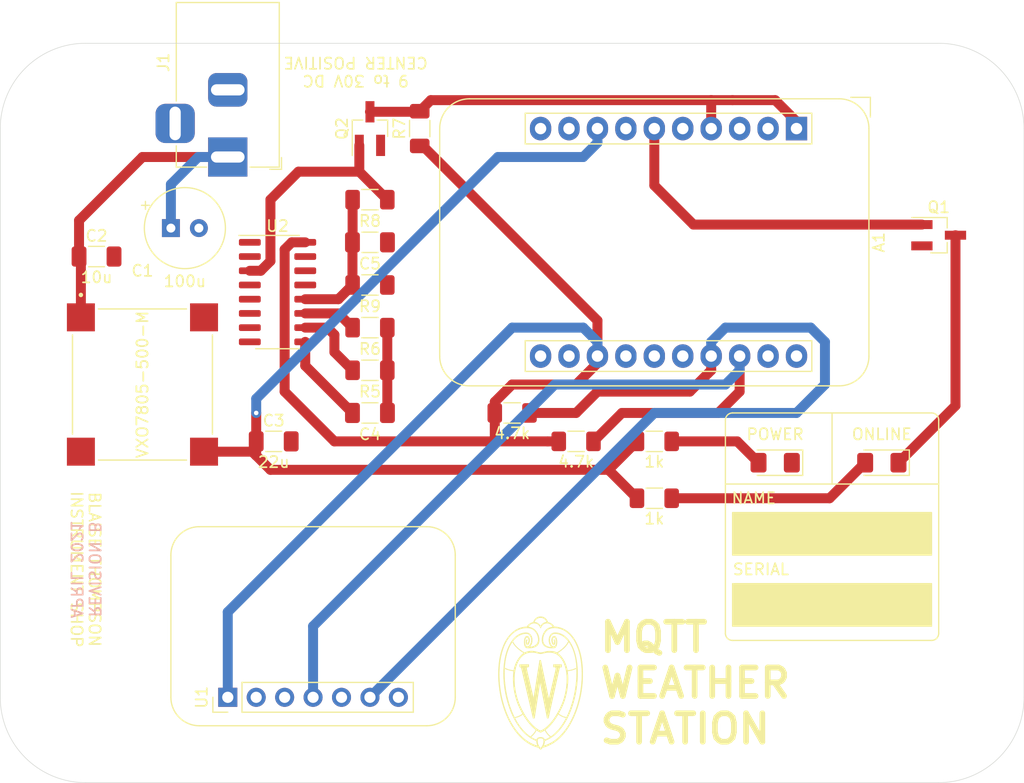
<source format=kicad_pcb>
(kicad_pcb (version 20171130) (host pcbnew 5.1.8+dfsg1-1+b1)

  (general
    (thickness 1.6)
    (drawings 37)
    (tracks 107)
    (zones 0)
    (modules 28)
    (nets 18)
  )

  (page USLetter)
  (title_block
    (title "MQTT Weather Station")
    (date 2021-08-04)
    (rev WIP)
    (company "University of Wisconsin-Madison")
    (comment 1 "Department of Chemistry")
    (comment 2 "Instrument Shop")
    (comment 3 "Blaise Thompson")
    (comment 4 blaise.thompson@wisc.edu)
  )

  (layers
    (0 F.Cu signal)
    (31 B.Cu signal)
    (32 B.Adhes user)
    (33 F.Adhes user)
    (34 B.Paste user)
    (35 F.Paste user)
    (36 B.SilkS user)
    (37 F.SilkS user)
    (38 B.Mask user)
    (39 F.Mask user)
    (40 Dwgs.User user)
    (41 Cmts.User user)
    (42 Eco1.User user)
    (43 Eco2.User user)
    (44 Edge.Cuts user)
    (45 Margin user)
    (46 B.CrtYd user)
    (47 F.CrtYd user)
    (48 B.Fab user)
    (49 F.Fab user hide)
  )

  (setup
    (last_trace_width 0.889)
    (trace_clearance 0.2)
    (zone_clearance 0.508)
    (zone_45_only no)
    (trace_min 0.2)
    (via_size 0.8)
    (via_drill 0.4)
    (via_min_size 0.4)
    (via_min_drill 0.3)
    (uvia_size 0.3)
    (uvia_drill 0.1)
    (uvias_allowed no)
    (uvia_min_size 0.2)
    (uvia_min_drill 0.1)
    (edge_width 0.05)
    (segment_width 0.2)
    (pcb_text_width 0.3)
    (pcb_text_size 1.5 1.5)
    (mod_edge_width 0.12)
    (mod_text_size 1 1)
    (mod_text_width 0.15)
    (pad_size 1.524 1.524)
    (pad_drill 0.762)
    (pad_to_mask_clearance 0)
    (aux_axis_origin 0 0)
    (visible_elements FFFFFF7F)
    (pcbplotparams
      (layerselection 0x010fc_ffffffff)
      (usegerberextensions false)
      (usegerberattributes true)
      (usegerberadvancedattributes true)
      (creategerberjobfile true)
      (excludeedgelayer true)
      (linewidth 0.100000)
      (plotframeref false)
      (viasonmask false)
      (mode 1)
      (useauxorigin false)
      (hpglpennumber 1)
      (hpglpenspeed 20)
      (hpglpendiameter 15.000000)
      (psnegative false)
      (psa4output false)
      (plotreference true)
      (plotvalue true)
      (plotinvisibletext false)
      (padsonsilk false)
      (subtractmaskfromsilk false)
      (outputformat 1)
      (mirror false)
      (drillshape 0)
      (scaleselection 1)
      (outputdirectory "../gerber/"))
  )

  (net 0 "")
  (net 1 "Net-(A1-Pad6)")
  (net 2 "Net-(A1-Pad17)")
  (net 3 "Net-(A1-Pad18)")
  (net 4 "Net-(A1-Pad1)")
  (net 5 GND)
  (net 6 +5V)
  (net 7 "Net-(D1-Pad2)")
  (net 8 "Net-(D2-Pad2)")
  (net 9 "Net-(D2-Pad1)")
  (net 10 +3V3)
  (net 11 "Net-(C1-Pad1)")
  (net 12 "Net-(C5-Pad1)")
  (net 13 "Net-(R6-Pad2)")
  (net 14 "Net-(R5-Pad2)")
  (net 15 "Net-(C4-Pad1)")
  (net 16 "Net-(C4-Pad2)")
  (net 17 "Net-(Q2-Pad1)")

  (net_class Default "This is the default net class."
    (clearance 0.2)
    (trace_width 0.889)
    (via_dia 0.8)
    (via_drill 0.4)
    (uvia_dia 0.3)
    (uvia_drill 0.1)
    (add_net +3V3)
    (add_net +5V)
    (add_net GND)
    (add_net "Net-(A1-Pad1)")
    (add_net "Net-(A1-Pad17)")
    (add_net "Net-(A1-Pad18)")
    (add_net "Net-(A1-Pad6)")
    (add_net "Net-(C1-Pad1)")
    (add_net "Net-(C4-Pad1)")
    (add_net "Net-(C4-Pad2)")
    (add_net "Net-(C5-Pad1)")
    (add_net "Net-(D1-Pad2)")
    (add_net "Net-(D2-Pad1)")
    (add_net "Net-(D2-Pad2)")
    (add_net "Net-(Q2-Pad1)")
    (add_net "Net-(R5-Pad2)")
    (add_net "Net-(R6-Pad2)")
  )

  (module Package_TO_SOT_SMD:SOT-23_Handsoldering (layer F.Cu) (tedit 5A0AB76C) (tstamp 60753E1B)
    (at 76.2 50.8 90)
    (descr "SOT-23, Handsoldering")
    (tags SOT-23)
    (path /607548BC)
    (attr smd)
    (fp_text reference Q2 (at 0 -2.5 90) (layer F.SilkS)
      (effects (font (size 1 1) (thickness 0.15)))
    )
    (fp_text value 2N7000 (at 0 2.5 90) (layer F.Fab)
      (effects (font (size 1 1) (thickness 0.15)))
    )
    (fp_line (start 0.76 1.58) (end -0.7 1.58) (layer F.SilkS) (width 0.12))
    (fp_line (start -0.7 1.52) (end 0.7 1.52) (layer F.Fab) (width 0.1))
    (fp_line (start 0.7 -1.52) (end 0.7 1.52) (layer F.Fab) (width 0.1))
    (fp_line (start -0.7 -0.95) (end -0.15 -1.52) (layer F.Fab) (width 0.1))
    (fp_line (start -0.15 -1.52) (end 0.7 -1.52) (layer F.Fab) (width 0.1))
    (fp_line (start -0.7 -0.95) (end -0.7 1.5) (layer F.Fab) (width 0.1))
    (fp_line (start 0.76 -1.58) (end -2.4 -1.58) (layer F.SilkS) (width 0.12))
    (fp_line (start -2.7 1.75) (end -2.7 -1.75) (layer F.CrtYd) (width 0.05))
    (fp_line (start 2.7 1.75) (end -2.7 1.75) (layer F.CrtYd) (width 0.05))
    (fp_line (start 2.7 -1.75) (end 2.7 1.75) (layer F.CrtYd) (width 0.05))
    (fp_line (start -2.7 -1.75) (end 2.7 -1.75) (layer F.CrtYd) (width 0.05))
    (fp_line (start 0.76 -1.58) (end 0.76 -0.65) (layer F.SilkS) (width 0.12))
    (fp_line (start 0.76 1.58) (end 0.76 0.65) (layer F.SilkS) (width 0.12))
    (fp_text user %R (at 0 0) (layer F.Fab)
      (effects (font (size 0.5 0.5) (thickness 0.075)))
    )
    (pad 3 smd rect (at 1.5 0 90) (size 1.9 0.8) (layers F.Cu F.Paste F.Mask)
      (net 4 "Net-(A1-Pad1)"))
    (pad 2 smd rect (at -1.5 0.95 90) (size 1.9 0.8) (layers F.Cu F.Paste F.Mask)
      (net 5 GND))
    (pad 1 smd rect (at -1.5 -0.95 90) (size 1.9 0.8) (layers F.Cu F.Paste F.Mask)
      (net 17 "Net-(Q2-Pad1)"))
    (model ${KISYS3DMOD}/Package_TO_SOT_SMD.3dshapes/SOT-23.wrl
      (at (xyz 0 0 0))
      (scale (xyz 1 1 1))
      (rotate (xyz 0 0 0))
    )
  )

  (module Package_TO_SOT_SMD:SOT-23_Handsoldering (layer F.Cu) (tedit 5A0AB76C) (tstamp 60754069)
    (at 127 60.325)
    (descr "SOT-23, Handsoldering")
    (tags SOT-23)
    (path /6075743A)
    (attr smd)
    (fp_text reference Q1 (at 0 -2.5) (layer F.SilkS)
      (effects (font (size 1 1) (thickness 0.15)))
    )
    (fp_text value 2N7000 (at 0 2.5) (layer F.Fab)
      (effects (font (size 1 1) (thickness 0.15)))
    )
    (fp_line (start 0.76 1.58) (end -0.7 1.58) (layer F.SilkS) (width 0.12))
    (fp_line (start -0.7 1.52) (end 0.7 1.52) (layer F.Fab) (width 0.1))
    (fp_line (start 0.7 -1.52) (end 0.7 1.52) (layer F.Fab) (width 0.1))
    (fp_line (start -0.7 -0.95) (end -0.15 -1.52) (layer F.Fab) (width 0.1))
    (fp_line (start -0.15 -1.52) (end 0.7 -1.52) (layer F.Fab) (width 0.1))
    (fp_line (start -0.7 -0.95) (end -0.7 1.5) (layer F.Fab) (width 0.1))
    (fp_line (start 0.76 -1.58) (end -2.4 -1.58) (layer F.SilkS) (width 0.12))
    (fp_line (start -2.7 1.75) (end -2.7 -1.75) (layer F.CrtYd) (width 0.05))
    (fp_line (start 2.7 1.75) (end -2.7 1.75) (layer F.CrtYd) (width 0.05))
    (fp_line (start 2.7 -1.75) (end 2.7 1.75) (layer F.CrtYd) (width 0.05))
    (fp_line (start -2.7 -1.75) (end 2.7 -1.75) (layer F.CrtYd) (width 0.05))
    (fp_line (start 0.76 -1.58) (end 0.76 -0.65) (layer F.SilkS) (width 0.12))
    (fp_line (start 0.76 1.58) (end 0.76 0.65) (layer F.SilkS) (width 0.12))
    (fp_text user %R (at 0 0 90) (layer F.Fab)
      (effects (font (size 0.5 0.5) (thickness 0.075)))
    )
    (pad 3 smd rect (at 1.5 0) (size 1.9 0.8) (layers F.Cu F.Paste F.Mask)
      (net 9 "Net-(D2-Pad1)"))
    (pad 2 smd rect (at -1.5 0.95) (size 1.9 0.8) (layers F.Cu F.Paste F.Mask)
      (net 5 GND))
    (pad 1 smd rect (at -1.5 -0.95) (size 1.9 0.8) (layers F.Cu F.Paste F.Mask)
      (net 1 "Net-(A1-Pad6)"))
    (model ${KISYS3DMOD}/Package_TO_SOT_SMD.3dshapes/SOT-23.wrl
      (at (xyz 0 0 0))
      (scale (xyz 1 1 1))
      (rotate (xyz 0 0 0))
    )
  )

  (module Resistor_SMD:R_1206_3216Metric_Pad1.30x1.75mm_HandSolder (layer F.Cu) (tedit 5F68FEEE) (tstamp 606E514F)
    (at 76.2 64.77)
    (descr "Resistor SMD 1206 (3216 Metric), square (rectangular) end terminal, IPC_7351 nominal with elongated pad for handsoldering. (Body size source: IPC-SM-782 page 72, https://www.pcb-3d.com/wordpress/wp-content/uploads/ipc-sm-782a_amendment_1_and_2.pdf), generated with kicad-footprint-generator")
    (tags "resistor handsolder")
    (path /60872B34)
    (attr smd)
    (fp_text reference R9 (at 0 1.905) (layer F.SilkS)
      (effects (font (size 1 1) (thickness 0.15)))
    )
    (fp_text value R_US (at 0 1.82) (layer F.Fab)
      (effects (font (size 1 1) (thickness 0.15)))
    )
    (fp_line (start -1.6 0.8) (end -1.6 -0.8) (layer F.Fab) (width 0.1))
    (fp_line (start -1.6 -0.8) (end 1.6 -0.8) (layer F.Fab) (width 0.1))
    (fp_line (start 1.6 -0.8) (end 1.6 0.8) (layer F.Fab) (width 0.1))
    (fp_line (start 1.6 0.8) (end -1.6 0.8) (layer F.Fab) (width 0.1))
    (fp_line (start -0.727064 -0.91) (end 0.727064 -0.91) (layer F.SilkS) (width 0.12))
    (fp_line (start -0.727064 0.91) (end 0.727064 0.91) (layer F.SilkS) (width 0.12))
    (fp_line (start -2.45 1.12) (end -2.45 -1.12) (layer F.CrtYd) (width 0.05))
    (fp_line (start -2.45 -1.12) (end 2.45 -1.12) (layer F.CrtYd) (width 0.05))
    (fp_line (start 2.45 -1.12) (end 2.45 1.12) (layer F.CrtYd) (width 0.05))
    (fp_line (start 2.45 1.12) (end -2.45 1.12) (layer F.CrtYd) (width 0.05))
    (fp_text user %R (at 0 0) (layer F.Fab)
      (effects (font (size 0.8 0.8) (thickness 0.12)))
    )
    (pad 2 smd roundrect (at 1.55 0) (size 1.3 1.75) (layers F.Cu F.Paste F.Mask) (roundrect_rratio 0.1923076923076923)
      (net 5 GND))
    (pad 1 smd roundrect (at -1.55 0) (size 1.3 1.75) (layers F.Cu F.Paste F.Mask) (roundrect_rratio 0.1923076923076923)
      (net 12 "Net-(C5-Pad1)"))
    (model ${KISYS3DMOD}/Resistor_SMD.3dshapes/R_1206_3216Metric.wrl
      (at (xyz 0 0 0))
      (scale (xyz 1 1 1))
      (rotate (xyz 0 0 0))
    )
  )

  (module Resistor_SMD:R_1206_3216Metric_Pad1.30x1.75mm_HandSolder (layer F.Cu) (tedit 5F68FEEE) (tstamp 606E513E)
    (at 76.2 57.15 180)
    (descr "Resistor SMD 1206 (3216 Metric), square (rectangular) end terminal, IPC_7351 nominal with elongated pad for handsoldering. (Body size source: IPC-SM-782 page 72, https://www.pcb-3d.com/wordpress/wp-content/uploads/ipc-sm-782a_amendment_1_and_2.pdf), generated with kicad-footprint-generator")
    (tags "resistor handsolder")
    (path /60836A20)
    (attr smd)
    (fp_text reference R8 (at 0 -1.905) (layer F.SilkS)
      (effects (font (size 1 1) (thickness 0.15)))
    )
    (fp_text value R_US (at 0 1.82) (layer F.Fab)
      (effects (font (size 1 1) (thickness 0.15)))
    )
    (fp_line (start -1.6 0.8) (end -1.6 -0.8) (layer F.Fab) (width 0.1))
    (fp_line (start -1.6 -0.8) (end 1.6 -0.8) (layer F.Fab) (width 0.1))
    (fp_line (start 1.6 -0.8) (end 1.6 0.8) (layer F.Fab) (width 0.1))
    (fp_line (start 1.6 0.8) (end -1.6 0.8) (layer F.Fab) (width 0.1))
    (fp_line (start -0.727064 -0.91) (end 0.727064 -0.91) (layer F.SilkS) (width 0.12))
    (fp_line (start -0.727064 0.91) (end 0.727064 0.91) (layer F.SilkS) (width 0.12))
    (fp_line (start -2.45 1.12) (end -2.45 -1.12) (layer F.CrtYd) (width 0.05))
    (fp_line (start -2.45 -1.12) (end 2.45 -1.12) (layer F.CrtYd) (width 0.05))
    (fp_line (start 2.45 -1.12) (end 2.45 1.12) (layer F.CrtYd) (width 0.05))
    (fp_line (start 2.45 1.12) (end -2.45 1.12) (layer F.CrtYd) (width 0.05))
    (fp_text user %R (at 0 0) (layer F.Fab)
      (effects (font (size 0.8 0.8) (thickness 0.12)))
    )
    (pad 2 smd roundrect (at 1.55 0 180) (size 1.3 1.75) (layers F.Cu F.Paste F.Mask) (roundrect_rratio 0.1923076923076923)
      (net 12 "Net-(C5-Pad1)"))
    (pad 1 smd roundrect (at -1.55 0 180) (size 1.3 1.75) (layers F.Cu F.Paste F.Mask) (roundrect_rratio 0.1923076923076923)
      (net 17 "Net-(Q2-Pad1)"))
    (model ${KISYS3DMOD}/Resistor_SMD.3dshapes/R_1206_3216Metric.wrl
      (at (xyz 0 0 0))
      (scale (xyz 1 1 1))
      (rotate (xyz 0 0 0))
    )
  )

  (module Resistor_SMD:R_1206_3216Metric_Pad1.30x1.75mm_HandSolder (layer F.Cu) (tedit 5F68FEEE) (tstamp 606E512D)
    (at 80.645 50.8 90)
    (descr "Resistor SMD 1206 (3216 Metric), square (rectangular) end terminal, IPC_7351 nominal with elongated pad for handsoldering. (Body size source: IPC-SM-782 page 72, https://www.pcb-3d.com/wordpress/wp-content/uploads/ipc-sm-782a_amendment_1_and_2.pdf), generated with kicad-footprint-generator")
    (tags "resistor handsolder")
    (path /6081A7E5)
    (attr smd)
    (fp_text reference R7 (at 0 -1.82 90) (layer F.SilkS)
      (effects (font (size 1 1) (thickness 0.15)))
    )
    (fp_text value R_US (at 0 1.82 90) (layer F.Fab)
      (effects (font (size 1 1) (thickness 0.15)))
    )
    (fp_line (start -1.6 0.8) (end -1.6 -0.8) (layer F.Fab) (width 0.1))
    (fp_line (start -1.6 -0.8) (end 1.6 -0.8) (layer F.Fab) (width 0.1))
    (fp_line (start 1.6 -0.8) (end 1.6 0.8) (layer F.Fab) (width 0.1))
    (fp_line (start 1.6 0.8) (end -1.6 0.8) (layer F.Fab) (width 0.1))
    (fp_line (start -0.727064 -0.91) (end 0.727064 -0.91) (layer F.SilkS) (width 0.12))
    (fp_line (start -0.727064 0.91) (end 0.727064 0.91) (layer F.SilkS) (width 0.12))
    (fp_line (start -2.45 1.12) (end -2.45 -1.12) (layer F.CrtYd) (width 0.05))
    (fp_line (start -2.45 -1.12) (end 2.45 -1.12) (layer F.CrtYd) (width 0.05))
    (fp_line (start 2.45 -1.12) (end 2.45 1.12) (layer F.CrtYd) (width 0.05))
    (fp_line (start 2.45 1.12) (end -2.45 1.12) (layer F.CrtYd) (width 0.05))
    (fp_text user %R (at 0 0 90) (layer F.Fab)
      (effects (font (size 0.8 0.8) (thickness 0.12)))
    )
    (pad 2 smd roundrect (at 1.55 0 90) (size 1.3 1.75) (layers F.Cu F.Paste F.Mask) (roundrect_rratio 0.1923076923076923)
      (net 4 "Net-(A1-Pad1)"))
    (pad 1 smd roundrect (at -1.55 0 90) (size 1.3 1.75) (layers F.Cu F.Paste F.Mask) (roundrect_rratio 0.1923076923076923)
      (net 10 +3V3))
    (model ${KISYS3DMOD}/Resistor_SMD.3dshapes/R_1206_3216Metric.wrl
      (at (xyz 0 0 0))
      (scale (xyz 1 1 1))
      (rotate (xyz 0 0 0))
    )
  )

  (module Resistor_SMD:R_1206_3216Metric_Pad1.30x1.75mm_HandSolder (layer F.Cu) (tedit 5F68FEEE) (tstamp 606E511C)
    (at 76.2 68.58 180)
    (descr "Resistor SMD 1206 (3216 Metric), square (rectangular) end terminal, IPC_7351 nominal with elongated pad for handsoldering. (Body size source: IPC-SM-782 page 72, https://www.pcb-3d.com/wordpress/wp-content/uploads/ipc-sm-782a_amendment_1_and_2.pdf), generated with kicad-footprint-generator")
    (tags "resistor handsolder")
    (path /606F2EF9)
    (attr smd)
    (fp_text reference R6 (at 0 -1.905) (layer F.SilkS)
      (effects (font (size 1 1) (thickness 0.15)))
    )
    (fp_text value 1M (at 0 1.82) (layer F.Fab)
      (effects (font (size 1 1) (thickness 0.15)))
    )
    (fp_line (start -1.6 0.8) (end -1.6 -0.8) (layer F.Fab) (width 0.1))
    (fp_line (start -1.6 -0.8) (end 1.6 -0.8) (layer F.Fab) (width 0.1))
    (fp_line (start 1.6 -0.8) (end 1.6 0.8) (layer F.Fab) (width 0.1))
    (fp_line (start 1.6 0.8) (end -1.6 0.8) (layer F.Fab) (width 0.1))
    (fp_line (start -0.727064 -0.91) (end 0.727064 -0.91) (layer F.SilkS) (width 0.12))
    (fp_line (start -0.727064 0.91) (end 0.727064 0.91) (layer F.SilkS) (width 0.12))
    (fp_line (start -2.45 1.12) (end -2.45 -1.12) (layer F.CrtYd) (width 0.05))
    (fp_line (start -2.45 -1.12) (end 2.45 -1.12) (layer F.CrtYd) (width 0.05))
    (fp_line (start 2.45 -1.12) (end 2.45 1.12) (layer F.CrtYd) (width 0.05))
    (fp_line (start 2.45 1.12) (end -2.45 1.12) (layer F.CrtYd) (width 0.05))
    (fp_text user %R (at 0 0) (layer F.Fab)
      (effects (font (size 0.8 0.8) (thickness 0.12)))
    )
    (pad 2 smd roundrect (at 1.55 0 180) (size 1.3 1.75) (layers F.Cu F.Paste F.Mask) (roundrect_rratio 0.1923076923076923)
      (net 13 "Net-(R6-Pad2)"))
    (pad 1 smd roundrect (at -1.55 0 180) (size 1.3 1.75) (layers F.Cu F.Paste F.Mask) (roundrect_rratio 0.1923076923076923)
      (net 16 "Net-(C4-Pad2)"))
    (model ${KISYS3DMOD}/Resistor_SMD.3dshapes/R_1206_3216Metric.wrl
      (at (xyz 0 0 0))
      (scale (xyz 1 1 1))
      (rotate (xyz 0 0 0))
    )
  )

  (module Resistor_SMD:R_1206_3216Metric_Pad1.30x1.75mm_HandSolder (layer F.Cu) (tedit 5F68FEEE) (tstamp 606E510B)
    (at 76.2 72.39 180)
    (descr "Resistor SMD 1206 (3216 Metric), square (rectangular) end terminal, IPC_7351 nominal with elongated pad for handsoldering. (Body size source: IPC-SM-782 page 72, https://www.pcb-3d.com/wordpress/wp-content/uploads/ipc-sm-782a_amendment_1_and_2.pdf), generated with kicad-footprint-generator")
    (tags "resistor handsolder")
    (path /606F2A08)
    (attr smd)
    (fp_text reference R5 (at 0 -1.905) (layer F.SilkS)
      (effects (font (size 1 1) (thickness 0.15)))
    )
    (fp_text value 100k (at 0 1.82) (layer F.Fab)
      (effects (font (size 1 1) (thickness 0.15)))
    )
    (fp_line (start -1.6 0.8) (end -1.6 -0.8) (layer F.Fab) (width 0.1))
    (fp_line (start -1.6 -0.8) (end 1.6 -0.8) (layer F.Fab) (width 0.1))
    (fp_line (start 1.6 -0.8) (end 1.6 0.8) (layer F.Fab) (width 0.1))
    (fp_line (start 1.6 0.8) (end -1.6 0.8) (layer F.Fab) (width 0.1))
    (fp_line (start -0.727064 -0.91) (end 0.727064 -0.91) (layer F.SilkS) (width 0.12))
    (fp_line (start -0.727064 0.91) (end 0.727064 0.91) (layer F.SilkS) (width 0.12))
    (fp_line (start -2.45 1.12) (end -2.45 -1.12) (layer F.CrtYd) (width 0.05))
    (fp_line (start -2.45 -1.12) (end 2.45 -1.12) (layer F.CrtYd) (width 0.05))
    (fp_line (start 2.45 -1.12) (end 2.45 1.12) (layer F.CrtYd) (width 0.05))
    (fp_line (start 2.45 1.12) (end -2.45 1.12) (layer F.CrtYd) (width 0.05))
    (fp_text user %R (at 0 0) (layer F.Fab)
      (effects (font (size 0.8 0.8) (thickness 0.12)))
    )
    (pad 2 smd roundrect (at 1.55 0 180) (size 1.3 1.75) (layers F.Cu F.Paste F.Mask) (roundrect_rratio 0.1923076923076923)
      (net 14 "Net-(R5-Pad2)"))
    (pad 1 smd roundrect (at -1.55 0 180) (size 1.3 1.75) (layers F.Cu F.Paste F.Mask) (roundrect_rratio 0.1923076923076923)
      (net 16 "Net-(C4-Pad2)"))
    (model ${KISYS3DMOD}/Resistor_SMD.3dshapes/R_1206_3216Metric.wrl
      (at (xyz 0 0 0))
      (scale (xyz 1 1 1))
      (rotate (xyz 0 0 0))
    )
  )

  (module Capacitor_SMD:C_1206_3216Metric_Pad1.33x1.80mm_HandSolder (layer F.Cu) (tedit 5F68FEEF) (tstamp 606E4FBA)
    (at 76.2 60.96)
    (descr "Capacitor SMD 1206 (3216 Metric), square (rectangular) end terminal, IPC_7351 nominal with elongated pad for handsoldering. (Body size source: IPC-SM-782 page 76, https://www.pcb-3d.com/wordpress/wp-content/uploads/ipc-sm-782a_amendment_1_and_2.pdf), generated with kicad-footprint-generator")
    (tags "capacitor handsolder")
    (path /608374EB)
    (attr smd)
    (fp_text reference C5 (at 0 1.905) (layer F.SilkS)
      (effects (font (size 1 1) (thickness 0.15)))
    )
    (fp_text value C (at 0 1.85) (layer F.Fab)
      (effects (font (size 1 1) (thickness 0.15)))
    )
    (fp_line (start -1.6 0.8) (end -1.6 -0.8) (layer F.Fab) (width 0.1))
    (fp_line (start -1.6 -0.8) (end 1.6 -0.8) (layer F.Fab) (width 0.1))
    (fp_line (start 1.6 -0.8) (end 1.6 0.8) (layer F.Fab) (width 0.1))
    (fp_line (start 1.6 0.8) (end -1.6 0.8) (layer F.Fab) (width 0.1))
    (fp_line (start -0.711252 -0.91) (end 0.711252 -0.91) (layer F.SilkS) (width 0.12))
    (fp_line (start -0.711252 0.91) (end 0.711252 0.91) (layer F.SilkS) (width 0.12))
    (fp_line (start -2.48 1.15) (end -2.48 -1.15) (layer F.CrtYd) (width 0.05))
    (fp_line (start -2.48 -1.15) (end 2.48 -1.15) (layer F.CrtYd) (width 0.05))
    (fp_line (start 2.48 -1.15) (end 2.48 1.15) (layer F.CrtYd) (width 0.05))
    (fp_line (start 2.48 1.15) (end -2.48 1.15) (layer F.CrtYd) (width 0.05))
    (fp_text user %R (at 0 0) (layer F.Fab)
      (effects (font (size 0.8 0.8) (thickness 0.12)))
    )
    (pad 2 smd roundrect (at 1.5625 0) (size 1.325 1.8) (layers F.Cu F.Paste F.Mask) (roundrect_rratio 0.1886784905660377)
      (net 5 GND))
    (pad 1 smd roundrect (at -1.5625 0) (size 1.325 1.8) (layers F.Cu F.Paste F.Mask) (roundrect_rratio 0.1886784905660377)
      (net 12 "Net-(C5-Pad1)"))
    (model ${KISYS3DMOD}/Capacitor_SMD.3dshapes/C_1206_3216Metric.wrl
      (at (xyz 0 0 0))
      (scale (xyz 1 1 1))
      (rotate (xyz 0 0 0))
    )
  )

  (module Capacitor_SMD:C_1206_3216Metric_Pad1.33x1.80mm_HandSolder (layer F.Cu) (tedit 5F68FEEF) (tstamp 606E4FA9)
    (at 76.2 76.2)
    (descr "Capacitor SMD 1206 (3216 Metric), square (rectangular) end terminal, IPC_7351 nominal with elongated pad for handsoldering. (Body size source: IPC-SM-782 page 76, https://www.pcb-3d.com/wordpress/wp-content/uploads/ipc-sm-782a_amendment_1_and_2.pdf), generated with kicad-footprint-generator")
    (tags "capacitor handsolder")
    (path /606E9B06)
    (attr smd)
    (fp_text reference C4 (at 0 1.905) (layer F.SilkS)
      (effects (font (size 1 1) (thickness 0.15)))
    )
    (fp_text value 1n (at 0 1.85) (layer F.Fab)
      (effects (font (size 1 1) (thickness 0.15)))
    )
    (fp_line (start -1.6 0.8) (end -1.6 -0.8) (layer F.Fab) (width 0.1))
    (fp_line (start -1.6 -0.8) (end 1.6 -0.8) (layer F.Fab) (width 0.1))
    (fp_line (start 1.6 -0.8) (end 1.6 0.8) (layer F.Fab) (width 0.1))
    (fp_line (start 1.6 0.8) (end -1.6 0.8) (layer F.Fab) (width 0.1))
    (fp_line (start -0.711252 -0.91) (end 0.711252 -0.91) (layer F.SilkS) (width 0.12))
    (fp_line (start -0.711252 0.91) (end 0.711252 0.91) (layer F.SilkS) (width 0.12))
    (fp_line (start -2.48 1.15) (end -2.48 -1.15) (layer F.CrtYd) (width 0.05))
    (fp_line (start -2.48 -1.15) (end 2.48 -1.15) (layer F.CrtYd) (width 0.05))
    (fp_line (start 2.48 -1.15) (end 2.48 1.15) (layer F.CrtYd) (width 0.05))
    (fp_line (start 2.48 1.15) (end -2.48 1.15) (layer F.CrtYd) (width 0.05))
    (fp_text user %R (at 0 0) (layer F.Fab)
      (effects (font (size 0.8 0.8) (thickness 0.12)))
    )
    (pad 2 smd roundrect (at 1.5625 0) (size 1.325 1.8) (layers F.Cu F.Paste F.Mask) (roundrect_rratio 0.1886784905660377)
      (net 16 "Net-(C4-Pad2)"))
    (pad 1 smd roundrect (at -1.5625 0) (size 1.325 1.8) (layers F.Cu F.Paste F.Mask) (roundrect_rratio 0.1886784905660377)
      (net 15 "Net-(C4-Pad1)"))
    (model ${KISYS3DMOD}/Capacitor_SMD.3dshapes/C_1206_3216Metric.wrl
      (at (xyz 0 0 0))
      (scale (xyz 1 1 1))
      (rotate (xyz 0 0 0))
    )
  )

  (module Package_SO:SOIC-16_3.9x9.9mm_P1.27mm (layer F.Cu) (tedit 5D9F72B1) (tstamp 606E4B4F)
    (at 67.945 65.405)
    (descr "SOIC, 16 Pin (JEDEC MS-012AC, https://www.analog.com/media/en/package-pcb-resources/package/pkg_pdf/soic_narrow-r/r_16.pdf), generated with kicad-footprint-generator ipc_gullwing_generator.py")
    (tags "SOIC SO")
    (path /606E1341)
    (attr smd)
    (fp_text reference U2 (at 0 -5.9) (layer F.SilkS)
      (effects (font (size 1 1) (thickness 0.15)))
    )
    (fp_text value CD4060BM96 (at 0 5.9) (layer F.Fab)
      (effects (font (size 1 1) (thickness 0.15)))
    )
    (fp_line (start 0 5.06) (end 1.95 5.06) (layer F.SilkS) (width 0.12))
    (fp_line (start 0 5.06) (end -1.95 5.06) (layer F.SilkS) (width 0.12))
    (fp_line (start 0 -5.06) (end 1.95 -5.06) (layer F.SilkS) (width 0.12))
    (fp_line (start 0 -5.06) (end -3.45 -5.06) (layer F.SilkS) (width 0.12))
    (fp_line (start -0.975 -4.95) (end 1.95 -4.95) (layer F.Fab) (width 0.1))
    (fp_line (start 1.95 -4.95) (end 1.95 4.95) (layer F.Fab) (width 0.1))
    (fp_line (start 1.95 4.95) (end -1.95 4.95) (layer F.Fab) (width 0.1))
    (fp_line (start -1.95 4.95) (end -1.95 -3.975) (layer F.Fab) (width 0.1))
    (fp_line (start -1.95 -3.975) (end -0.975 -4.95) (layer F.Fab) (width 0.1))
    (fp_line (start -3.7 -5.2) (end -3.7 5.2) (layer F.CrtYd) (width 0.05))
    (fp_line (start -3.7 5.2) (end 3.7 5.2) (layer F.CrtYd) (width 0.05))
    (fp_line (start 3.7 5.2) (end 3.7 -5.2) (layer F.CrtYd) (width 0.05))
    (fp_line (start 3.7 -5.2) (end -3.7 -5.2) (layer F.CrtYd) (width 0.05))
    (fp_text user %R (at 0 0) (layer F.Fab)
      (effects (font (size 0.98 0.98) (thickness 0.15)))
    )
    (pad 16 smd roundrect (at 2.475 -4.445) (size 1.95 0.6) (layers F.Cu F.Paste F.Mask) (roundrect_rratio 0.25)
      (net 10 +3V3))
    (pad 15 smd roundrect (at 2.475 -3.175) (size 1.95 0.6) (layers F.Cu F.Paste F.Mask) (roundrect_rratio 0.25))
    (pad 14 smd roundrect (at 2.475 -1.905) (size 1.95 0.6) (layers F.Cu F.Paste F.Mask) (roundrect_rratio 0.25))
    (pad 13 smd roundrect (at 2.475 -0.635) (size 1.95 0.6) (layers F.Cu F.Paste F.Mask) (roundrect_rratio 0.25))
    (pad 12 smd roundrect (at 2.475 0.635) (size 1.95 0.6) (layers F.Cu F.Paste F.Mask) (roundrect_rratio 0.25)
      (net 12 "Net-(C5-Pad1)"))
    (pad 11 smd roundrect (at 2.475 1.905) (size 1.95 0.6) (layers F.Cu F.Paste F.Mask) (roundrect_rratio 0.25)
      (net 13 "Net-(R6-Pad2)"))
    (pad 10 smd roundrect (at 2.475 3.175) (size 1.95 0.6) (layers F.Cu F.Paste F.Mask) (roundrect_rratio 0.25)
      (net 14 "Net-(R5-Pad2)"))
    (pad 9 smd roundrect (at 2.475 4.445) (size 1.95 0.6) (layers F.Cu F.Paste F.Mask) (roundrect_rratio 0.25)
      (net 15 "Net-(C4-Pad1)"))
    (pad 8 smd roundrect (at -2.475 4.445) (size 1.95 0.6) (layers F.Cu F.Paste F.Mask) (roundrect_rratio 0.25)
      (net 5 GND))
    (pad 7 smd roundrect (at -2.475 3.175) (size 1.95 0.6) (layers F.Cu F.Paste F.Mask) (roundrect_rratio 0.25))
    (pad 6 smd roundrect (at -2.475 1.905) (size 1.95 0.6) (layers F.Cu F.Paste F.Mask) (roundrect_rratio 0.25))
    (pad 5 smd roundrect (at -2.475 0.635) (size 1.95 0.6) (layers F.Cu F.Paste F.Mask) (roundrect_rratio 0.25))
    (pad 4 smd roundrect (at -2.475 -0.635) (size 1.95 0.6) (layers F.Cu F.Paste F.Mask) (roundrect_rratio 0.25))
    (pad 3 smd roundrect (at -2.475 -1.905) (size 1.95 0.6) (layers F.Cu F.Paste F.Mask) (roundrect_rratio 0.25)
      (net 17 "Net-(Q2-Pad1)"))
    (pad 2 smd roundrect (at -2.475 -3.175) (size 1.95 0.6) (layers F.Cu F.Paste F.Mask) (roundrect_rratio 0.25))
    (pad 1 smd roundrect (at -2.475 -4.445) (size 1.95 0.6) (layers F.Cu F.Paste F.Mask) (roundrect_rratio 0.25))
    (model ${KISYS3DMOD}/Package_SO.3dshapes/SOIC-16_3.9x9.9mm_P1.27mm.wrl
      (at (xyz 0 0 0))
      (scale (xyz 1 1 1))
      (rotate (xyz 0 0 0))
    )
  )

  (module Capacitor_THT:CP_Radial_Tantal_D7.0mm_P2.50mm (layer F.Cu) (tedit 5AE50EF0) (tstamp 5FCB270F)
    (at 58.42 59.69)
    (descr "CP, Radial_Tantal series, Radial, pin pitch=2.50mm, , diameter=7.0mm, Tantal Electrolytic Capacitor, http://cdn-reichelt.de/documents/datenblatt/B300/TANTAL-TB-Serie%23.pdf")
    (tags "CP Radial_Tantal series Radial pin pitch 2.50mm  diameter 7.0mm Tantal Electrolytic Capacitor")
    (path /5FCFDB85)
    (fp_text reference C1 (at -2.54 3.81) (layer F.SilkS)
      (effects (font (size 1 1) (thickness 0.15)))
    )
    (fp_text value 100u (at 1.25 4.75) (layer F.SilkS)
      (effects (font (size 1 1) (thickness 0.15)))
    )
    (fp_line (start -2.274723 -2.385) (end -2.274723 -1.685) (layer F.SilkS) (width 0.12))
    (fp_line (start -2.624723 -2.035) (end -1.924723 -2.035) (layer F.SilkS) (width 0.12))
    (fp_line (start -1.395708 -1.8775) (end -1.395708 -1.1775) (layer F.Fab) (width 0.1))
    (fp_line (start -1.745708 -1.5275) (end -1.045708 -1.5275) (layer F.Fab) (width 0.1))
    (fp_circle (center 1.25 0) (end 5 0) (layer F.CrtYd) (width 0.05))
    (fp_circle (center 1.25 0) (end 4.87 0) (layer F.SilkS) (width 0.12))
    (fp_circle (center 1.25 0) (end 4.75 0) (layer F.Fab) (width 0.1))
    (fp_text user %R (at 1.25 0) (layer F.Fab)
      (effects (font (size 1 1) (thickness 0.15)))
    )
    (pad 2 thru_hole circle (at 2.5 0) (size 1.6 1.6) (drill 0.8) (layers *.Cu *.Mask)
      (net 5 GND))
    (pad 1 thru_hole rect (at 0 0) (size 1.6 1.6) (drill 0.8) (layers *.Cu *.Mask)
      (net 11 "Net-(C1-Pad1)"))
    (model ${KISYS3DMOD}/Capacitor_THT.3dshapes/CP_Radial_Tantal_D7.0mm_P2.50mm.wrl
      (at (xyz 0 0 0))
      (scale (xyz 1 1 1))
      (rotate (xyz 0 0 0))
    )
  )

  (module footprints:CONV_VXO7805-500-M (layer F.Cu) (tedit 5F8F3960) (tstamp 5FCAFDA6)
    (at 55.88 73.66)
    (path /5FCB3C49)
    (fp_text reference PS1 (at -3.325 -9.135) (layer F.SilkS) hide
      (effects (font (size 1 1) (thickness 0.015)))
    )
    (fp_text value VXO7805-500-M (at 0 0 90) (layer F.SilkS)
      (effects (font (size 1 1) (thickness 0.15)))
    )
    (fp_line (start -6.25 4.43) (end -6.25 -4.43) (layer F.SilkS) (width 0.127))
    (fp_line (start 6.25 -4.43) (end 6.25 4.43) (layer F.SilkS) (width 0.127))
    (fp_line (start 3.93 6.75) (end -3.93 6.75) (layer F.SilkS) (width 0.127))
    (fp_circle (center -5.5 -8) (end -5.4 -8) (layer F.Fab) (width 0.2))
    (fp_circle (center -5.5 -8) (end -5.4 -8) (layer F.SilkS) (width 0.2))
    (fp_line (start -3.93 -6.75) (end 3.93 -6.75) (layer F.SilkS) (width 0.127))
    (fp_line (start -7 7.5) (end -7 -7.5) (layer F.CrtYd) (width 0.05))
    (fp_line (start 7 7.5) (end -7 7.5) (layer F.CrtYd) (width 0.05))
    (fp_line (start 7 -7.5) (end 7 7.5) (layer F.CrtYd) (width 0.05))
    (fp_line (start -7 -7.5) (end 7 -7.5) (layer F.CrtYd) (width 0.05))
    (fp_line (start -6.25 6.75) (end -6.25 -6.75) (layer F.Fab) (width 0.127))
    (fp_line (start 6.25 6.75) (end -6.25 6.75) (layer F.Fab) (width 0.127))
    (fp_line (start 6.25 -6.75) (end 6.25 6.75) (layer F.Fab) (width 0.127))
    (fp_line (start -6.25 -6.75) (end 6.25 -6.75) (layer F.Fab) (width 0.127))
    (pad 4 smd rect (at -5.5 6) (size 2.5 2.5) (layers F.Cu F.Paste F.Mask))
    (pad 3 smd rect (at 5.5 6) (size 2.5 2.5) (layers F.Cu F.Paste F.Mask)
      (net 6 +5V))
    (pad 2 smd rect (at 5.5 -6) (size 2.5 2.5) (layers F.Cu F.Paste F.Mask)
      (net 5 GND))
    (pad 1 smd rect (at -5.5 -6) (size 2.5 2.5) (layers F.Cu F.Paste F.Mask)
      (net 11 "Net-(C1-Pad1)"))
  )

  (module Resistor_SMD:R_1206_3216Metric_Pad1.30x1.75mm_HandSolder (layer F.Cu) (tedit 5F68FEEE) (tstamp 5FCB254D)
    (at 88.9 76.2)
    (descr "Resistor SMD 1206 (3216 Metric), square (rectangular) end terminal, IPC_7351 nominal with elongated pad for handsoldering. (Body size source: IPC-SM-782 page 72, https://www.pcb-3d.com/wordpress/wp-content/uploads/ipc-sm-782a_amendment_1_and_2.pdf), generated with kicad-footprint-generator")
    (tags "resistor handsolder")
    (path /5FCCD1D9)
    (attr smd)
    (fp_text reference R4 (at 0 -1.82) (layer F.Fab)
      (effects (font (size 1 1) (thickness 0.15)))
    )
    (fp_text value 4.7k (at 0 1.82) (layer F.SilkS)
      (effects (font (size 1 1) (thickness 0.15)))
    )
    (fp_line (start 2.45 1.12) (end -2.45 1.12) (layer F.CrtYd) (width 0.05))
    (fp_line (start 2.45 -1.12) (end 2.45 1.12) (layer F.CrtYd) (width 0.05))
    (fp_line (start -2.45 -1.12) (end 2.45 -1.12) (layer F.CrtYd) (width 0.05))
    (fp_line (start -2.45 1.12) (end -2.45 -1.12) (layer F.CrtYd) (width 0.05))
    (fp_line (start -0.727064 0.91) (end 0.727064 0.91) (layer F.SilkS) (width 0.12))
    (fp_line (start -0.727064 -0.91) (end 0.727064 -0.91) (layer F.SilkS) (width 0.12))
    (fp_line (start 1.6 0.8) (end -1.6 0.8) (layer F.Fab) (width 0.1))
    (fp_line (start 1.6 -0.8) (end 1.6 0.8) (layer F.Fab) (width 0.1))
    (fp_line (start -1.6 -0.8) (end 1.6 -0.8) (layer F.Fab) (width 0.1))
    (fp_line (start -1.6 0.8) (end -1.6 -0.8) (layer F.Fab) (width 0.1))
    (fp_text user %R (at 0 0) (layer F.Fab)
      (effects (font (size 0.8 0.8) (thickness 0.12)))
    )
    (pad 2 smd roundrect (at 1.55 0) (size 1.3 1.75) (layers F.Cu F.Paste F.Mask) (roundrect_rratio 0.1923069230769231)
      (net 2 "Net-(A1-Pad17)"))
    (pad 1 smd roundrect (at -1.55 0) (size 1.3 1.75) (layers F.Cu F.Paste F.Mask) (roundrect_rratio 0.1923069230769231)
      (net 10 +3V3))
    (model ${KISYS3DMOD}/Resistor_SMD.3dshapes/R_1206_3216Metric.wrl
      (at (xyz 0 0 0))
      (scale (xyz 1 1 1))
      (rotate (xyz 0 0 0))
    )
  )

  (module Resistor_SMD:R_1206_3216Metric_Pad1.30x1.75mm_HandSolder (layer F.Cu) (tedit 5F68FEEE) (tstamp 5FCB0F60)
    (at 94.615 78.74)
    (descr "Resistor SMD 1206 (3216 Metric), square (rectangular) end terminal, IPC_7351 nominal with elongated pad for handsoldering. (Body size source: IPC-SM-782 page 72, https://www.pcb-3d.com/wordpress/wp-content/uploads/ipc-sm-782a_amendment_1_and_2.pdf), generated with kicad-footprint-generator")
    (tags "resistor handsolder")
    (path /5FCCE9A7)
    (attr smd)
    (fp_text reference R3 (at 0 -1.82) (layer F.Fab)
      (effects (font (size 1 1) (thickness 0.15)))
    )
    (fp_text value 4.7k (at 0 1.82) (layer F.SilkS)
      (effects (font (size 1 1) (thickness 0.15)))
    )
    (fp_line (start 2.45 1.12) (end -2.45 1.12) (layer F.CrtYd) (width 0.05))
    (fp_line (start 2.45 -1.12) (end 2.45 1.12) (layer F.CrtYd) (width 0.05))
    (fp_line (start -2.45 -1.12) (end 2.45 -1.12) (layer F.CrtYd) (width 0.05))
    (fp_line (start -2.45 1.12) (end -2.45 -1.12) (layer F.CrtYd) (width 0.05))
    (fp_line (start -0.727064 0.91) (end 0.727064 0.91) (layer F.SilkS) (width 0.12))
    (fp_line (start -0.727064 -0.91) (end 0.727064 -0.91) (layer F.SilkS) (width 0.12))
    (fp_line (start 1.6 0.8) (end -1.6 0.8) (layer F.Fab) (width 0.1))
    (fp_line (start 1.6 -0.8) (end 1.6 0.8) (layer F.Fab) (width 0.1))
    (fp_line (start -1.6 -0.8) (end 1.6 -0.8) (layer F.Fab) (width 0.1))
    (fp_line (start -1.6 0.8) (end -1.6 -0.8) (layer F.Fab) (width 0.1))
    (fp_text user %R (at 0 0) (layer F.Fab)
      (effects (font (size 0.8 0.8) (thickness 0.12)))
    )
    (pad 2 smd roundrect (at 1.55 0) (size 1.3 1.75) (layers F.Cu F.Paste F.Mask) (roundrect_rratio 0.1923069230769231)
      (net 3 "Net-(A1-Pad18)"))
    (pad 1 smd roundrect (at -1.55 0) (size 1.3 1.75) (layers F.Cu F.Paste F.Mask) (roundrect_rratio 0.1923069230769231)
      (net 10 +3V3))
    (model ${KISYS3DMOD}/Resistor_SMD.3dshapes/R_1206_3216Metric.wrl
      (at (xyz 0 0 0))
      (scale (xyz 1 1 1))
      (rotate (xyz 0 0 0))
    )
  )

  (module Capacitor_SMD:C_1206_3216Metric_Pad1.33x1.80mm_HandSolder (layer F.Cu) (tedit 5F68FEEF) (tstamp 5FCB1B4D)
    (at 67.6025 78.74)
    (descr "Capacitor SMD 1206 (3216 Metric), square (rectangular) end terminal, IPC_7351 nominal with elongated pad for handsoldering. (Body size source: IPC-SM-782 page 76, https://www.pcb-3d.com/wordpress/wp-content/uploads/ipc-sm-782a_amendment_1_and_2.pdf), generated with kicad-footprint-generator")
    (tags "capacitor handsolder")
    (path /5FD01B31)
    (attr smd)
    (fp_text reference C3 (at 0 -1.85) (layer F.SilkS)
      (effects (font (size 1 1) (thickness 0.15)))
    )
    (fp_text value 22u (at 0 1.85) (layer F.SilkS)
      (effects (font (size 1 1) (thickness 0.15)))
    )
    (fp_line (start 2.48 1.15) (end -2.48 1.15) (layer F.CrtYd) (width 0.05))
    (fp_line (start 2.48 -1.15) (end 2.48 1.15) (layer F.CrtYd) (width 0.05))
    (fp_line (start -2.48 -1.15) (end 2.48 -1.15) (layer F.CrtYd) (width 0.05))
    (fp_line (start -2.48 1.15) (end -2.48 -1.15) (layer F.CrtYd) (width 0.05))
    (fp_line (start -0.711252 0.91) (end 0.711252 0.91) (layer F.SilkS) (width 0.12))
    (fp_line (start -0.711252 -0.91) (end 0.711252 -0.91) (layer F.SilkS) (width 0.12))
    (fp_line (start 1.6 0.8) (end -1.6 0.8) (layer F.Fab) (width 0.1))
    (fp_line (start 1.6 -0.8) (end 1.6 0.8) (layer F.Fab) (width 0.1))
    (fp_line (start -1.6 -0.8) (end 1.6 -0.8) (layer F.Fab) (width 0.1))
    (fp_line (start -1.6 0.8) (end -1.6 -0.8) (layer F.Fab) (width 0.1))
    (fp_text user %R (at 0 0) (layer F.Fab)
      (effects (font (size 0.8 0.8) (thickness 0.12)))
    )
    (pad 2 smd roundrect (at 1.5625 0) (size 1.325 1.8) (layers F.Cu F.Paste F.Mask) (roundrect_rratio 0.1886769811320755)
      (net 5 GND))
    (pad 1 smd roundrect (at -1.5625 0) (size 1.325 1.8) (layers F.Cu F.Paste F.Mask) (roundrect_rratio 0.1886769811320755)
      (net 6 +5V))
    (model ${KISYS3DMOD}/Capacitor_SMD.3dshapes/C_1206_3216Metric.wrl
      (at (xyz 0 0 0))
      (scale (xyz 1 1 1))
      (rotate (xyz 0 0 0))
    )
  )

  (module Capacitor_SMD:C_1206_3216Metric_Pad1.33x1.80mm_HandSolder (layer F.Cu) (tedit 5F68FEEF) (tstamp 5FCB278C)
    (at 51.7775 62.23)
    (descr "Capacitor SMD 1206 (3216 Metric), square (rectangular) end terminal, IPC_7351 nominal with elongated pad for handsoldering. (Body size source: IPC-SM-782 page 76, https://www.pcb-3d.com/wordpress/wp-content/uploads/ipc-sm-782a_amendment_1_and_2.pdf), generated with kicad-footprint-generator")
    (tags "capacitor handsolder")
    (path /5FD016D7)
    (attr smd)
    (fp_text reference C2 (at 0 -1.85) (layer F.SilkS)
      (effects (font (size 1 1) (thickness 0.15)))
    )
    (fp_text value 10u (at 0 1.85) (layer F.SilkS)
      (effects (font (size 1 1) (thickness 0.15)))
    )
    (fp_line (start 2.48 1.15) (end -2.48 1.15) (layer F.CrtYd) (width 0.05))
    (fp_line (start 2.48 -1.15) (end 2.48 1.15) (layer F.CrtYd) (width 0.05))
    (fp_line (start -2.48 -1.15) (end 2.48 -1.15) (layer F.CrtYd) (width 0.05))
    (fp_line (start -2.48 1.15) (end -2.48 -1.15) (layer F.CrtYd) (width 0.05))
    (fp_line (start -0.711252 0.91) (end 0.711252 0.91) (layer F.SilkS) (width 0.12))
    (fp_line (start -0.711252 -0.91) (end 0.711252 -0.91) (layer F.SilkS) (width 0.12))
    (fp_line (start 1.6 0.8) (end -1.6 0.8) (layer F.Fab) (width 0.1))
    (fp_line (start 1.6 -0.8) (end 1.6 0.8) (layer F.Fab) (width 0.1))
    (fp_line (start -1.6 -0.8) (end 1.6 -0.8) (layer F.Fab) (width 0.1))
    (fp_line (start -1.6 0.8) (end -1.6 -0.8) (layer F.Fab) (width 0.1))
    (fp_text user %R (at 0 0) (layer F.Fab)
      (effects (font (size 0.8 0.8) (thickness 0.12)))
    )
    (pad 2 smd roundrect (at 1.5625 0) (size 1.325 1.8) (layers F.Cu F.Paste F.Mask) (roundrect_rratio 0.1886769811320755)
      (net 5 GND))
    (pad 1 smd roundrect (at -1.5625 0) (size 1.325 1.8) (layers F.Cu F.Paste F.Mask) (roundrect_rratio 0.1886769811320755)
      (net 11 "Net-(C1-Pad1)"))
    (model ${KISYS3DMOD}/Capacitor_SMD.3dshapes/C_1206_3216Metric.wrl
      (at (xyz 0 0 0))
      (scale (xyz 1 1 1))
      (rotate (xyz 0 0 0))
    )
  )

  (module footprints:logo locked (layer F.Cu) (tedit 0) (tstamp 5FCB065A)
    (at 91.44 100.33)
    (fp_text reference G*** (at 0 0) (layer F.SilkS) hide
      (effects (font (size 1.524 1.524) (thickness 0.3)))
    )
    (fp_text value LOGO (at 0.75 0) (layer F.SilkS) hide
      (effects (font (size 1.524 1.524) (thickness 0.3)))
    )
    (fp_poly (pts (xy -0.009503 -2.052159) (xy 0.007933 -2.051512) (xy 0.018683 -2.050132) (xy 0.024481 -2.047773)
      (xy 0.027064 -2.04419) (xy 0.027312 -2.04343) (xy 0.028537 -2.037834) (xy 0.031761 -2.022654)
      (xy 0.036909 -1.998256) (xy 0.043904 -1.965001) (xy 0.05267 -1.923254) (xy 0.063132 -1.873377)
      (xy 0.075213 -1.815733) (xy 0.088838 -1.750686) (xy 0.10393 -1.6786) (xy 0.120413 -1.599836)
      (xy 0.138212 -1.51476) (xy 0.157251 -1.423733) (xy 0.177452 -1.327119) (xy 0.198742 -1.225281)
      (xy 0.221043 -1.118583) (xy 0.244279 -1.007387) (xy 0.268375 -0.892058) (xy 0.293255 -0.772957)
      (xy 0.318842 -0.650449) (xy 0.345061 -0.524897) (xy 0.371835 -0.396664) (xy 0.383589 -0.34036)
      (xy 0.410596 -0.211006) (xy 0.437087 -0.084142) (xy 0.462985 0.039867) (xy 0.488216 0.160656)
      (xy 0.512702 0.27786) (xy 0.536367 0.391114) (xy 0.559134 0.500053) (xy 0.580927 0.604311)
      (xy 0.601671 0.703524) (xy 0.621288 0.797327) (xy 0.639702 0.885354) (xy 0.656836 0.967241)
      (xy 0.672615 1.042622) (xy 0.686963 1.111133) (xy 0.699801 1.172408) (xy 0.711055 1.226083)
      (xy 0.720648 1.271792) (xy 0.728504 1.30917) (xy 0.734545 1.337853) (xy 0.738697 1.357475)
      (xy 0.740882 1.367671) (xy 0.741196 1.36906) (xy 0.743609 1.377405) (xy 0.745499 1.37862)
      (xy 0.747792 1.371715) (xy 0.75071 1.3589) (xy 0.75233 1.351781) (xy 0.75614 1.335185)
      (xy 0.762042 1.309532) (xy 0.76994 1.275243) (xy 0.779736 1.23274) (xy 0.791332 1.182445)
      (xy 0.804633 1.124777) (xy 0.81954 1.06016) (xy 0.835956 0.989013) (xy 0.853785 0.911758)
      (xy 0.872928 0.828816) (xy 0.893289 0.740609) (xy 0.91477 0.647558) (xy 0.937275 0.550084)
      (xy 0.960706 0.448609) (xy 0.984965 0.343553) (xy 1.009956 0.235338) (xy 1.035582 0.124385)
      (xy 1.054338 0.04318) (xy 1.085751 -0.092815) (xy 1.114958 -0.219268) (xy 1.142035 -0.336542)
      (xy 1.167057 -0.444995) (xy 1.1901 -0.544988) (xy 1.211241 -0.636881) (xy 1.230555 -0.721034)
      (xy 1.248118 -0.797807) (xy 1.264006 -0.86756) (xy 1.278294 -0.930653) (xy 1.29106 -0.987447)
      (xy 1.302378 -1.0383) (xy 1.312324 -1.083574) (xy 1.320974 -1.123629) (xy 1.328405 -1.158823)
      (xy 1.334692 -1.189518) (xy 1.339911 -1.216074) (xy 1.344137 -1.23885) (xy 1.347448 -1.258207)
      (xy 1.349918 -1.274505) (xy 1.351623 -1.288103) (xy 1.35264 -1.299362) (xy 1.353043 -1.308643)
      (xy 1.35291 -1.316303) (xy 1.352316 -1.322705) (xy 1.351337 -1.328208) (xy 1.350049 -1.333172)
      (xy 1.348527 -1.337958) (xy 1.346847 -1.342924) (xy 1.346602 -1.34366) (xy 1.331641 -1.374343)
      (xy 1.309555 -1.39782) (xy 1.280449 -1.414028) (xy 1.244424 -1.422902) (xy 1.21666 -1.424712)
      (xy 1.193898 -1.424322) (xy 1.172022 -1.423081) (xy 1.155471 -1.421249) (xy 1.15443 -1.42107)
      (xy 1.13284 -1.4172) (xy 1.13284 -1.67132) (xy 1.89484 -1.67132) (xy 1.89484 -1.54305)
      (xy 1.894841 -1.41478) (xy 1.84277 -1.41478) (xy 1.818094 -1.414515) (xy 1.800598 -1.413367)
      (xy 1.787312 -1.41081) (xy 1.775263 -1.406317) (xy 1.764345 -1.400885) (xy 1.735022 -1.379942)
      (xy 1.712361 -1.351427) (xy 1.707445 -1.342591) (xy 1.705974 -1.33693) (xy 1.702384 -1.321663)
      (xy 1.696745 -1.297106) (xy 1.689126 -1.263574) (xy 1.679599 -1.221382) (xy 1.668233 -1.170846)
      (xy 1.655099 -1.112281) (xy 1.640267 -1.046003) (xy 1.623807 -0.972327) (xy 1.605788 -0.891568)
      (xy 1.586282 -0.804042) (xy 1.565359 -0.710064) (xy 1.543088 -0.60995) (xy 1.51954 -0.504015)
      (xy 1.494785 -0.392574) (xy 1.468893 -0.275944) (xy 1.441935 -0.154438) (xy 1.41398 -0.028374)
      (xy 1.385099 0.101935) (xy 1.355362 0.236172) (xy 1.324838 0.374022) (xy 1.293599 0.51517)
      (xy 1.261715 0.6593) (xy 1.229255 0.806096) (xy 1.209009 0.897689) (xy 1.176237 1.045968)
      (xy 1.144011 1.191776) (xy 1.1124 1.334797) (xy 1.081474 1.474715) (xy 1.051303 1.611215)
      (xy 1.021956 1.743982) (xy 0.993504 1.8727) (xy 0.966016 1.997055) (xy 0.939561 2.116729)
      (xy 0.91421 2.231409) (xy 0.890032 2.340779) (xy 0.867097 2.444522) (xy 0.845475 2.542325)
      (xy 0.825235 2.633871) (xy 0.806447 2.718845) (xy 0.789181 2.796931) (xy 0.773507 2.867815)
      (xy 0.759494 2.93118) (xy 0.747212 2.986712) (xy 0.73673 3.034094) (xy 0.72812 3.073012)
      (xy 0.721449 3.10315) (xy 0.716789 3.124193) (xy 0.714208 3.135825) (xy 0.713684 3.13817)
      (xy 0.712204 3.142781) (xy 0.709192 3.145949) (xy 0.702978 3.147944) (xy 0.691893 3.149036)
      (xy 0.674265 3.149498) (xy 0.648425 3.149599) (xy 0.643218 3.1496) (xy 0.57543 3.1496)
      (xy 0.567226 3.10769) (xy 0.565605 3.099376) (xy 0.562123 3.081482) (xy 0.556855 3.054402)
      (xy 0.549879 3.018527) (xy 0.541269 2.974253) (xy 0.531104 2.921971) (xy 0.519459 2.862075)
      (xy 0.506411 2.794958) (xy 0.492036 2.721014) (xy 0.476411 2.640636) (xy 0.459612 2.554217)
      (xy 0.441716 2.46215) (xy 0.422799 2.364828) (xy 0.402937 2.262646) (xy 0.382207 2.155995)
      (xy 0.360685 2.045269) (xy 0.338448 1.930862) (xy 0.315573 1.813167) (xy 0.292135 1.692577)
      (xy 0.268211 1.569485) (xy 0.258903 1.521596) (xy 0.234903 1.398128) (xy 0.211395 1.277246)
      (xy 0.188456 1.15933) (xy 0.166159 1.044759) (xy 0.144579 0.933914) (xy 0.123789 0.827174)
      (xy 0.103863 0.72492) (xy 0.084877 0.627532) (xy 0.066904 0.535389) (xy 0.050018 0.448872)
      (xy 0.034294 0.36836) (xy 0.019805 0.294234) (xy 0.006627 0.226873) (xy -0.005168 0.166658)
      (xy -0.015504 0.113968) (xy -0.024307 0.069183) (xy -0.031504 0.032684) (xy -0.03702 0.004851)
      (xy -0.04078 -0.013938) (xy -0.042712 -0.0233) (xy -0.042963 -0.024337) (xy -0.043105 -0.024947)
      (xy -0.043145 -0.026125) (xy -0.043134 -0.027525) (xy -0.043127 -0.028801) (xy -0.043178 -0.029607)
      (xy -0.043338 -0.029597) (xy -0.043663 -0.028426) (xy -0.044205 -0.025747) (xy -0.045018 -0.021215)
      (xy -0.046155 -0.014485) (xy -0.047669 -0.005209) (xy -0.049614 0.006957) (xy -0.052044 0.022359)
      (xy -0.055011 0.041344) (xy -0.058569 0.064257) (xy -0.062771 0.091444) (xy -0.067671 0.12325)
      (xy -0.073322 0.160022) (xy -0.079778 0.202105) (xy -0.087092 0.249846) (xy -0.095317 0.303589)
      (xy -0.104507 0.363681) (xy -0.114716 0.430468) (xy -0.125995 0.504295) (xy -0.1384 0.585509)
      (xy -0.151982 0.674454) (xy -0.166797 0.771478) (xy -0.182896 0.876925) (xy -0.200334 0.991141)
      (xy -0.219164 1.114473) (xy -0.239439 1.247267) (xy -0.254157 1.34366) (xy -0.272199 1.461816)
      (xy -0.290093 1.578998) (xy -0.30776 1.694688) (xy -0.325121 1.808368) (xy -0.342098 1.919522)
      (xy -0.35861 2.027632) (xy -0.374579 2.132182) (xy -0.389927 2.232654) (xy -0.404573 2.328531)
      (xy -0.41844 2.419296) (xy -0.431447 2.504432) (xy -0.443517 2.583421) (xy -0.45457 2.655748)
      (xy -0.464526 2.720893) (xy -0.473308 2.778342) (xy -0.480836 2.827575) (xy -0.487031 2.868077)
      (xy -0.491814 2.89933) (xy -0.493771 2.91211) (xy -0.530159 3.1496) (xy -0.680329 3.1496)
      (xy -0.685389 3.13055) (xy -0.686869 3.124372) (xy -0.690579 3.108617) (xy -0.696446 3.083601)
      (xy -0.704394 3.049642) (xy -0.71435 3.007057) (xy -0.726239 2.956164) (xy -0.739989 2.89728)
      (xy -0.755525 2.830723) (xy -0.772772 2.75681) (xy -0.791657 2.675858) (xy -0.812106 2.588185)
      (xy -0.834045 2.494109) (xy -0.857399 2.393946) (xy -0.882096 2.288014) (xy -0.90806 2.176631)
      (xy -0.935218 2.060113) (xy -0.963495 1.938779) (xy -0.992818 1.812946) (xy -1.023113 1.682931)
      (xy -1.054306 1.549052) (xy -1.086322 1.411625) (xy -1.119088 1.270969) (xy -1.152529 1.127401)
      (xy -1.186573 0.981238) (xy -1.203914 0.90678) (xy -1.238248 0.759367) (xy -1.272027 0.614363)
      (xy -1.305177 0.472086) (xy -1.337623 0.332855) (xy -1.36929 0.196988) (xy -1.400104 0.064805)
      (xy -1.429992 -0.063377) (xy -1.458877 -0.187239) (xy -1.486687 -0.306461) (xy -1.513346 -0.420726)
      (xy -1.538781 -0.529714) (xy -1.562916 -0.633107) (xy -1.585678 -0.730587) (xy -1.606991 -0.821834)
      (xy -1.626783 -0.90653) (xy -1.644977 -0.984357) (xy -1.6615 -1.054995) (xy -1.676278 -1.118126)
      (xy -1.689235 -1.173431) (xy -1.700299 -1.220592) (xy -1.709393 -1.25929) (xy -1.716444 -1.289206)
      (xy -1.721378 -1.310022) (xy -1.724119 -1.321418) (xy -1.724642 -1.323477) (xy -1.738473 -1.354061)
      (xy -1.760843 -1.380652) (xy -1.79061 -1.402331) (xy -1.82663 -1.41818) (xy -1.850396 -1.424434)
      (xy -1.88214 -1.430906) (xy -1.884864 -1.67132) (xy -1.03632 -1.67132) (xy -1.03632 -1.427591)
      (xy -1.081306 -1.430784) (xy -1.103962 -1.432089) (xy -1.11997 -1.431847) (xy -1.13278 -1.429605)
      (xy -1.145847 -1.424907) (xy -1.15424 -1.421183) (xy -1.18151 -1.404133) (xy -1.202031 -1.380757)
      (xy -1.216088 -1.350492) (xy -1.223967 -1.312778) (xy -1.225983 -1.28016) (xy -1.225939 -1.275202)
      (xy -1.225625 -1.269426) (xy -1.224957 -1.262468) (xy -1.223853 -1.253962) (xy -1.222232 -1.243542)
      (xy -1.220009 -1.230843) (xy -1.217104 -1.2155) (xy -1.213434 -1.197147) (xy -1.208915 -1.175418)
      (xy -1.203466 -1.149948) (xy -1.197005 -1.120371) (xy -1.189448 -1.086322) (xy -1.180714 -1.047436)
      (xy -1.17072 -1.003346) (xy -1.159383 -0.953687) (xy -1.146621 -0.898094) (xy -1.132352 -0.836201)
      (xy -1.116493 -0.767642) (xy -1.098962 -0.692053) (xy -1.079677 -0.609067) (xy -1.058554 -0.518319)
      (xy -1.035511 -0.419444) (xy -1.010467 -0.312075) (xy -0.983338 -0.195848) (xy -0.954042 -0.070396)
      (xy -0.928105 0.04064) (xy -0.901968 0.152496) (xy -0.876413 0.261806) (xy -0.851539 0.368153)
      (xy -0.827444 0.471122) (xy -0.804224 0.570296) (xy -0.781978 0.665258) (xy -0.760804 0.755594)
      (xy -0.7408 0.840886) (xy -0.722062 0.920718) (xy -0.704689 0.994675) (xy -0.688778 1.062341)
      (xy -0.674428 1.123298) (xy -0.661736 1.177131) (xy -0.650799 1.223425) (xy -0.641716 1.261762)
      (xy -0.634585 1.291726) (xy -0.629502 1.312902) (xy -0.626566 1.324873) (xy -0.625852 1.327527)
      (xy -0.62476 1.323356) (xy -0.622168 1.30943) (xy -0.618122 1.286033) (xy -0.612668 1.253453)
      (xy -0.60585 1.211976) (xy -0.597713 1.161888) (xy -0.588304 1.103474) (xy -0.577667 1.037022)
      (xy -0.565847 0.962816) (xy -0.552891 0.881144) (xy -0.538843 0.792292) (xy -0.523748 0.696545)
      (xy -0.507652 0.59419) (xy -0.4906 0.485512) (xy -0.472637 0.370799) (xy -0.453809 0.250336)
      (xy -0.434161 0.124409) (xy -0.413739 -0.006696) (xy -0.392586 -0.142692) (xy -0.37075 -0.283294)
      (xy -0.363727 -0.328553) (xy -0.343714 -0.457556) (xy -0.324077 -0.584118) (xy -0.304874 -0.707862)
      (xy -0.286165 -0.82841) (xy -0.268008 -0.945385) (xy -0.250462 -1.058407) (xy -0.233585 -1.167101)
      (xy -0.217436 -1.271088) (xy -0.202075 -1.369991) (xy -0.187558 -1.463431) (xy -0.173946 -1.551032)
      (xy -0.161297 -1.632415) (xy -0.14967 -1.707203) (xy -0.139122 -1.775018) (xy -0.129714 -1.835482)
      (xy -0.121503 -1.888219) (xy -0.114549 -1.93285) (xy -0.10891 -1.968997) (xy -0.104644 -1.996283)
      (xy -0.101811 -2.01433) (xy -0.100469 -2.02276) (xy -0.10041 -2.02311) (xy -0.095435 -2.05232)
      (xy -0.03536 -2.05232) (xy -0.009503 -2.052159)) (layer F.SilkS) (width 0.01))
    (fp_poly (pts (xy 0.027014 -5.946009) (xy 0.072375 -5.943948) (xy 0.113794 -5.94022) (xy 0.148483 -5.93485)
      (xy 0.151395 -5.934241) (xy 0.230635 -5.912503) (xy 0.304009 -5.882562) (xy 0.37183 -5.844215)
      (xy 0.434414 -5.797261) (xy 0.492077 -5.741496) (xy 0.538895 -5.685111) (xy 0.560962 -5.65338)
      (xy 0.583934 -5.616121) (xy 0.606332 -5.576086) (xy 0.626682 -5.536028) (xy 0.643506 -5.498699)
      (xy 0.654383 -5.469803) (xy 0.65984 -5.453891) (xy 0.664296 -5.442286) (xy 0.666434 -5.438033)
      (xy 0.672382 -5.435867) (xy 0.685301 -5.43276) (xy 0.698942 -5.430041) (xy 0.739191 -5.420618)
      (xy 0.784524 -5.406563) (xy 0.831659 -5.389008) (xy 0.877314 -5.369085) (xy 0.881541 -5.367069)
      (xy 0.954134 -5.327705) (xy 1.021352 -5.282286) (xy 1.082191 -5.2317) (xy 1.135644 -5.176831)
      (xy 1.180704 -5.118567) (xy 1.201778 -5.084993) (xy 1.224618 -5.045395) (xy 1.279059 -5.042254)
      (xy 1.385529 -5.034225) (xy 1.484491 -5.022674) (xy 1.578105 -5.007197) (xy 1.668531 -4.987393)
      (xy 1.757931 -4.962857) (xy 1.830719 -4.939361) (xy 1.961526 -4.889124) (xy 2.088777 -4.829501)
      (xy 2.212356 -4.760666) (xy 2.332152 -4.682791) (xy 2.448049 -4.596051) (xy 2.559933 -4.500619)
      (xy 2.667691 -4.396668) (xy 2.771209 -4.28437) (xy 2.870372 -4.163901) (xy 2.965067 -4.035432)
      (xy 3.05518 -3.899138) (xy 3.140596 -3.755191) (xy 3.221201 -3.603765) (xy 3.296883 -3.445033)
      (xy 3.367526 -3.279169) (xy 3.433017 -3.106346) (xy 3.493241 -2.926737) (xy 3.548085 -2.740515)
      (xy 3.597435 -2.547854) (xy 3.641177 -2.348928) (xy 3.679196 -2.143908) (xy 3.682619 -2.12344)
      (xy 3.699612 -2.016122) (xy 3.714818 -1.909768) (xy 3.728415 -1.8027) (xy 3.740581 -1.693246)
      (xy 3.751495 -1.579728) (xy 3.761334 -1.460472) (xy 3.770276 -1.333802) (xy 3.775515 -1.24968)
      (xy 3.777014 -1.217947) (xy 3.77832 -1.177275) (xy 3.779431 -1.128886) (xy 3.78035 -1.074)
      (xy 3.781074 -1.013836) (xy 3.781606 -0.949616) (xy 3.781943 -0.88256) (xy 3.782087 -0.813888)
      (xy 3.782038 -0.744821) (xy 3.781795 -0.676578) (xy 3.781358 -0.61038) (xy 3.780728 -0.547447)
      (xy 3.779904 -0.489001) (xy 3.778887 -0.43626) (xy 3.777676 -0.390445) (xy 3.776271 -0.352777)
      (xy 3.775521 -0.33782) (xy 3.760706 -0.109746) (xy 3.742134 0.110657) (xy 3.719574 0.325248)
      (xy 3.692797 0.535882) (xy 3.661575 0.744418) (xy 3.625677 0.952712) (xy 3.598562 1.09474)
      (xy 3.54392 1.352528) (xy 3.483133 1.605889) (xy 3.416343 1.854551) (xy 3.34369 2.098243)
      (xy 3.265316 2.336694) (xy 3.181363 2.569632) (xy 3.091971 2.796785) (xy 2.997284 3.017883)
      (xy 2.897441 3.232653) (xy 2.792585 3.440825) (xy 2.682856 3.642126) (xy 2.568397 3.836286)
      (xy 2.449349 4.023033) (xy 2.325853 4.202096) (xy 2.198051 4.373202) (xy 2.066084 4.536082)
      (xy 1.930094 4.690462) (xy 1.790222 4.836073) (xy 1.64661 4.972641) (xy 1.520289 5.082593)
      (xy 1.383014 5.19166) (xy 1.241799 5.293264) (xy 1.097294 5.387063) (xy 0.950149 5.472714)
      (xy 0.801014 5.549876) (xy 0.65054 5.618204) (xy 0.499377 5.677358) (xy 0.348174 5.726995)
      (xy 0.240991 5.756312) (xy 0.177344 5.772251) (xy 0.161635 5.795083) (xy 0.144591 5.818346)
      (xy 0.12432 5.843671) (xy 0.102624 5.86902) (xy 0.081308 5.892358) (xy 0.062175 5.911647)
      (xy 0.047028 5.92485) (xy 0.046183 5.925479) (xy 0.023935 5.939595) (xy 0.005278 5.94582)
      (xy -0.012043 5.94457) (xy -0.025819 5.938815) (xy -0.039009 5.929444) (xy -0.056697 5.913706)
      (xy -0.077247 5.89333) (xy -0.099018 5.870045) (xy -0.120372 5.845582) (xy -0.13967 5.821669)
      (xy -0.14986 5.807911) (xy -0.162635 5.790384) (xy -0.172254 5.779308) (xy -0.181229 5.772702)
      (xy -0.192076 5.768586) (xy -0.2032 5.765887) (xy -0.227923 5.759853) (xy -0.260084 5.751219)
      (xy -0.297497 5.740636) (xy -0.337976 5.728759) (xy -0.379334 5.716241) (xy -0.419386 5.703736)
      (xy -0.455945 5.691897) (xy -0.486826 5.681377) (xy -0.491738 5.679629) (xy -0.657169 5.614883)
      (xy -0.819721 5.540418) (xy -0.979341 5.456275) (xy -1.135977 5.362493) (xy -1.289578 5.259114)
      (xy -1.44009 5.146177) (xy -1.587463 5.023722) (xy -1.731643 4.89179) (xy -1.872578 4.75042)
      (xy -2.010217 4.599654) (xy -2.144506 4.439531) (xy -2.210281 4.3561) (xy -2.335605 4.187017)
      (xy -2.457423 4.00887) (xy -2.575411 3.822241) (xy -2.689246 3.627715) (xy -2.798603 3.425873)
      (xy -2.90316 3.217302) (xy -3.002593 3.002583) (xy -3.096577 2.7823) (xy -3.131711 2.69494)
      (xy -3.232075 2.428042) (xy -3.324365 2.15571) (xy -3.408491 1.878589) (xy -3.484368 1.597325)
      (xy -3.551907 1.312562) (xy -3.611022 1.024947) (xy -3.661624 0.735126) (xy -3.703627 0.443744)
      (xy -3.736942 0.151446) (xy -3.761483 -0.141121) (xy -3.777162 -0.433312) (xy -3.783453 -0.705538)
      (xy -3.673713 -0.705538) (xy -3.671178 -0.540616) (xy -3.666007 -0.378636) (xy -3.658207 -0.222147)
      (xy -3.654756 -0.16764) (xy -3.629382 0.139241) (xy -3.594658 0.443647) (xy -3.550652 0.74527)
      (xy -3.497433 1.043805) (xy -3.43507 1.338945) (xy -3.363633 1.630384) (xy -3.283189 1.917816)
      (xy -3.193808 2.200935) (xy -3.095558 2.479434) (xy -3.009316 2.701931) (xy -2.944043 2.857947)
      (xy -2.873614 3.015661) (xy -2.799086 3.172941) (xy -2.721512 3.327656) (xy -2.641949 3.477674)
      (xy -2.561451 3.620864) (xy -2.517015 3.696182) (xy -2.400193 3.883112) (xy -2.279583 4.061375)
      (xy -2.155281 4.230884) (xy -2.027384 4.391555) (xy -1.895989 4.543304) (xy -1.761193 4.686046)
      (xy -1.623093 4.819697) (xy -1.481786 4.944171) (xy -1.337368 5.059386) (xy -1.189937 5.165255)
      (xy -1.039589 5.261695) (xy -0.886422 5.34862) (xy -0.730533 5.425947) (xy -0.572017 5.493591)
      (xy -0.410973 5.551467) (xy -0.377957 5.562023) (xy -0.350619 5.570486) (xy -0.326448 5.577788)
      (xy -0.307203 5.583411) (xy -0.294643 5.586839) (xy -0.290762 5.587656) (xy -0.287612 5.585383)
      (xy -0.289503 5.576908) (xy -0.292791 5.56895) (xy -0.303253 5.543084) (xy -0.314991 5.510389)
      (xy -0.327029 5.473943) (xy -0.338394 5.436824) (xy -0.348111 5.402111) (xy -0.355205 5.372883)
      (xy -0.355902 5.36956) (xy -0.360734 5.341076) (xy -0.365067 5.306556) (xy -0.368436 5.270119)
      (xy -0.370097 5.243042) (xy -0.37311 5.175868) (xy -0.263095 5.175868) (xy -0.262837 5.220783)
      (xy -0.262663 5.22478) (xy -0.253573 5.311631) (xy -0.234536 5.398713) (xy -0.205736 5.485497)
      (xy -0.167358 5.57146) (xy -0.119587 5.656074) (xy -0.101133 5.684601) (xy -0.075674 5.721751)
      (xy -0.054266 5.750462) (xy -0.036083 5.771208) (xy -0.020301 5.784465) (xy -0.006093 5.790707)
      (xy 0.007365 5.790408) (xy 0.020899 5.784043) (xy 0.035334 5.772087) (xy 0.04104 5.766369)
      (xy 0.058353 5.746242) (xy 0.078748 5.719034) (xy 0.100884 5.686807) (xy 0.12342 5.651627)
      (xy 0.145014 5.615558) (xy 0.164324 5.580663) (xy 0.173723 5.562235) (xy 0.203997 5.493853)
      (xy 0.229291 5.42286) (xy 0.248108 5.353495) (xy 0.249129 5.348877) (xy 0.256248 5.307133)
      (xy 0.260882 5.26044) (xy 0.263034 5.211358) (xy 0.262707 5.162448) (xy 0.259904 5.11627)
      (xy 0.254628 5.075385) (xy 0.248779 5.048745) (xy 0.238121 5.027399) (xy 0.218756 5.006104)
      (xy 0.192095 4.985838) (xy 0.159549 4.967578) (xy 0.122527 4.952301) (xy 0.09906 4.945055)
      (xy 0.080157 4.941112) (xy 0.055259 4.937526) (xy 0.028527 4.934852) (xy 0.016653 4.934075)
      (xy -0.028475 4.934554) (xy -0.072822 4.940308) (xy -0.115061 4.950741) (xy -0.153865 4.965259)
      (xy -0.187906 4.983267) (xy -0.215859 5.00417) (xy -0.236395 5.027373) (xy -0.248188 5.052282)
      (xy -0.248346 5.052869) (xy -0.255563 5.088474) (xy -0.260575 5.13062) (xy -0.263095 5.175868)
      (xy -0.37311 5.175868) (xy -0.37338 5.169864) (xy -0.459409 5.135256) (xy -0.604078 5.071754)
      (xy -0.747061 4.998378) (xy -0.888112 4.91531) (xy -1.026984 4.822733) (xy -1.037208 4.815097)
      (xy -0.838788 4.815097) (xy -0.837274 4.818565) (xy -0.827269 4.826102) (xy -0.80956 4.837446)
      (xy -0.785514 4.851829) (xy -0.756498 4.868483) (xy -0.72388 4.886639) (xy -0.689026 4.905529)
      (xy -0.653305 4.924384) (xy -0.618082 4.942437) (xy -0.60706 4.947958) (xy -0.578468 4.961918)
      (xy -0.546992 4.976819) (xy -0.514077 4.992026) (xy -0.481168 5.006903) (xy -0.449708 5.020815)
      (xy -0.421141 5.033124) (xy -0.396913 5.043195) (xy -0.378466 5.050392) (xy -0.367245 5.054079)
      (xy -0.365299 5.054422) (xy -0.362628 5.050025) (xy -0.358943 5.038521) (xy -0.356315 5.02793)
      (xy -0.342084 4.987272) (xy -0.318707 4.950049) (xy -0.286732 4.916653) (xy -0.246706 4.887474)
      (xy -0.199176 4.862904) (xy -0.144689 4.843332) (xy -0.083793 4.829151) (xy -0.0762 4.82785)
      (xy -0.022519 4.822661) (xy 0.033329 4.823953) (xy 0.089522 4.831256) (xy 0.144237 4.8441)
      (xy 0.195652 4.862013) (xy 0.241944 4.884526) (xy 0.28129 4.911169) (xy 0.295672 4.923828)
      (xy 0.318311 4.949554) (xy 0.337647 4.979093) (xy 0.351848 5.009244) (xy 0.358667 5.033893)
      (xy 0.361164 5.046718) (xy 0.363446 5.053984) (xy 0.364044 5.0546) (xy 0.372258 5.052515)
      (xy 0.388243 5.046667) (xy 0.410599 5.037666) (xy 0.437924 5.026122) (xy 0.468818 5.012645)
      (xy 0.501881 4.997845) (xy 0.535713 4.982332) (xy 0.568913 4.966715) (xy 0.5969 4.953173)
      (xy 0.628547 4.937288) (xy 0.662414 4.919719) (xy 0.69714 4.901227) (xy 0.731369 4.882571)
      (xy 0.763741 4.864513) (xy 0.792899 4.847812) (xy 0.817483 4.83323) (xy 0.836137 4.821527)
      (xy 0.8475 4.813462) (xy 0.849256 4.811895) (xy 0.847459 4.807148) (xy 0.83923 4.798037)
      (xy 0.826231 4.786345) (xy 0.822942 4.783641) (xy 0.762409 4.731521) (xy 0.700954 4.672794)
      (xy 0.640569 4.609641) (xy 0.583245 4.544242) (xy 0.530976 4.478777) (xy 0.485752 4.415428)
      (xy 0.483463 4.41198) (xy 0.471811 4.393465) (xy 0.457818 4.36986) (xy 0.442503 4.343036)
      (xy 0.426882 4.314863) (xy 0.411973 4.287213) (xy 0.398795 4.261958) (xy 0.388365 4.240969)
      (xy 0.381701 4.226117) (xy 0.380341 4.222386) (xy 0.375405 4.221949) (xy 0.362832 4.227877)
      (xy 0.34255 4.240208) (xy 0.322442 4.253542) (xy 0.290622 4.27435) (xy 0.255391 4.296019)
      (xy 0.218026 4.317886) (xy 0.179806 4.339286) (xy 0.142008 4.359556) (xy 0.10591 4.378033)
      (xy 0.072791 4.394052) (xy 0.043928 4.406951) (xy 0.0206 4.416065) (xy 0.004083 4.42073)
      (xy -0.000433 4.421204) (xy -0.011994 4.418736) (xy -0.030962 4.411681) (xy -0.056052 4.400715)
      (xy -0.085981 4.386513) (xy -0.119463 4.369752) (xy -0.155216 4.351107) (xy -0.191954 4.331254)
      (xy -0.228393 4.310867) (xy -0.26325 4.290624) (xy -0.29524 4.2712) (xy -0.323078 4.25327)
      (xy -0.334581 4.245398) (xy -0.366902 4.222725) (xy -0.401099 4.290342) (xy -0.445267 4.369312)
      (xy -0.498171 4.449398) (xy -0.558692 4.529233) (xy -0.625713 4.607453) (xy -0.698117 4.682694)
      (xy -0.774785 4.753592) (xy -0.794094 4.770146) (xy -0.814928 4.788053) (xy -0.828687 4.800802)
      (xy -0.836322 4.80946) (xy -0.838788 4.815097) (xy -1.037208 4.815097) (xy -1.16343 4.72083)
      (xy -1.297204 4.609783) (xy -1.428059 4.489776) (xy -1.555749 4.360992) (xy -1.664205 4.2418)
      (xy -1.793445 4.08719) (xy -1.918665 3.92343) (xy -2.039738 3.750752) (xy -2.156538 3.569391)
      (xy -2.268939 3.379579) (xy -2.376815 3.181551) (xy -2.404498 3.1263) (xy -2.277705 3.1263)
      (xy -2.275074 3.133153) (xy -2.268099 3.147587) (xy -2.257458 3.168351) (xy -2.24383 3.194195)
      (xy -2.227895 3.22387) (xy -2.21033 3.256124) (xy -2.191817 3.289707) (xy -2.173032 3.32337)
      (xy -2.154655 3.35586) (xy -2.137366 3.38593) (xy -2.128256 3.401509) (xy -2.029009 3.564428)
      (xy -1.928635 3.718012) (xy -1.826523 3.863076) (xy -1.722065 4.00043) (xy -1.61465 4.130887)
      (xy -1.503668 4.255261) (xy -1.42748 4.335113) (xy -1.320014 4.440949) (xy -1.213764 4.537749)
      (xy -1.10772 4.62639) (xy -1.000867 4.707749) (xy -0.978509 4.723793) (xy -0.953283 4.741508)
      (xy -0.934894 4.753824) (xy -0.922052 4.761441) (xy -0.913471 4.765061) (xy -0.907862 4.765386)
      (xy -0.904849 4.763904) (xy -0.897771 4.758226) (xy -0.884793 4.747636) (xy -0.867836 4.733705)
      (xy -0.8509 4.719727) (xy -0.832404 4.703743) (xy -0.808934 4.682426) (xy -0.782588 4.657739)
      (xy -0.755462 4.631646) (xy -0.731441 4.607905) (xy -0.661425 4.53409) (xy -0.600271 4.461871)
      (xy -0.54708 4.390037) (xy -0.500948 4.317376) (xy -0.463252 4.247309) (xy -0.429579 4.179158)
      (xy -0.444333 4.168569) (xy -0.453243 4.161867) (xy -0.46839 4.15015) (xy -0.488073 4.134744)
      (xy -0.510593 4.116979) (xy -0.526143 4.10464) (xy -0.632771 4.015045) (xy -0.739748 3.915703)
      (xy -0.846753 3.807006) (xy -0.953463 3.689343) (xy -1.059556 3.563106) (xy -1.164709 3.428686)
      (xy -1.268599 3.286473) (xy -1.370906 3.136858) (xy -1.471304 2.980233) (xy -1.521454 2.89814)
      (xy -1.537996 2.870689) (xy -1.552841 2.846183) (xy -1.56517 2.825966) (xy -1.574164 2.811379)
      (xy -1.579002 2.803765) (xy -1.579519 2.803044) (xy -1.584564 2.804363) (xy -1.595461 2.81097)
      (xy -1.610277 2.821628) (xy -1.61808 2.827714) (xy -1.694625 2.883366) (xy -1.77989 2.935183)
      (xy -1.873037 2.982775) (xy -1.973228 3.025752) (xy -2.079624 3.063724) (xy -2.191388 3.0963)
      (xy -2.19964 3.098432) (xy -2.231014 3.106725) (xy -2.253472 3.113316) (xy -2.268046 3.118573)
      (xy -2.275768 3.122865) (xy -2.277705 3.1263) (xy -2.404498 3.1263) (xy -2.480038 2.975539)
      (xy -2.578483 2.761778) (xy -2.672022 2.5405) (xy -2.760531 2.31194) (xy -2.843881 2.07633)
      (xy -2.855434 2.041887) (xy -2.944344 1.75957) (xy -3.023916 1.474332) (xy -3.094196 1.185918)
      (xy -3.155235 0.894075) (xy -3.207079 0.59855) (xy -3.249777 0.299091) (xy -3.283377 -0.004557)
      (xy -3.307927 -0.312646) (xy -3.309993 -0.34544) (xy -3.312472 -0.392721) (xy -3.314683 -0.448552)
      (xy -3.31661 -0.511327) (xy -3.318239 -0.579438) (xy -3.319552 -0.651279) (xy -3.320536 -0.725244)
      (xy -3.321174 -0.799725) (xy -3.321332 -0.841973) (xy -3.209194 -0.841973) (xy -3.209048 -0.788059)
      (xy -3.208726 -0.736514) (xy -3.208221 -0.688478) (xy -3.207527 -0.645089) (xy -3.206638 -0.607486)
      (xy -3.205955 -0.58674) (xy -3.190077 -0.286854) (xy -3.165274 0.010769) (xy -3.131629 0.305784)
      (xy -3.089222 0.597845) (xy -3.038137 0.886607) (xy -2.978456 1.171725) (xy -2.91026 1.452853)
      (xy -2.833633 1.729646) (xy -2.748655 2.001759) (xy -2.655409 2.268846) (xy -2.553978 2.530562)
      (xy -2.444444 2.786562) (xy -2.360204 2.96799) (xy -2.344827 2.999367) (xy -2.332861 3.022212)
      (xy -2.323807 3.037367) (xy -2.317163 3.045676) (xy -2.312748 3.048) (xy -2.304731 3.046791)
      (xy -2.288935 3.043473) (xy -2.267415 3.038508) (xy -2.242221 3.032358) (xy -2.233477 3.030154)
      (xy -2.125946 2.999723) (xy -2.023644 2.964525) (xy -1.927412 2.924949) (xy -1.838094 2.88139)
      (xy -1.756532 2.834237) (xy -1.683571 2.783885) (xy -1.654537 2.760922) (xy -1.619973 2.732364)
      (xy -1.641502 2.693332) (xy -1.670717 2.640111) (xy -1.696992 2.591632) (xy -1.721552 2.545552)
      (xy -1.745623 2.49953) (xy -1.770431 2.451222) (xy -1.797201 2.398287) (xy -1.825418 2.34188)
      (xy -1.87316 2.244946) (xy -1.916217 2.155014) (xy -1.955274 2.07046) (xy -1.991016 1.989661)
      (xy -2.024127 1.910992) (xy -2.055294 1.832831) (xy -2.0852 1.753554) (xy -2.11453 1.671536)
      (xy -2.141488 1.59258) (xy -2.214857 1.359193) (xy -2.278555 1.126055) (xy -2.332781 0.892148)
      (xy -2.377738 0.656454) (xy -2.413628 0.417955) (xy -2.44065 0.175631) (xy -2.453754 0.0127)
      (xy -2.457533 -0.05235) (xy -2.460512 -0.124107) (xy -2.46269 -0.200782) (xy -2.464066 -0.280584)
      (xy -2.464114 -0.28748) (xy -2.323122 -0.28748) (xy -2.319237 -0.134067) (xy -2.311313 0.02108)
      (xy -2.299349 0.176444) (xy -2.298299 0.18796) (xy -2.275639 0.392471) (xy -2.245413 0.598128)
      (xy -2.207933 0.803734) (xy -2.163508 1.008091) (xy -2.112449 1.210001) (xy -2.055066 1.408268)
      (xy -1.99167 1.601694) (xy -1.922572 1.789081) (xy -1.848082 1.969233) (xy -1.820209 2.031638)
      (xy -1.730118 2.222834) (xy -1.636355 2.409349) (xy -1.539376 2.59041) (xy -1.439636 2.765245)
      (xy -1.337593 2.933082) (xy -1.2337 3.09315) (xy -1.128414 3.244677) (xy -1.022191 3.386891)
      (xy -1.013138 3.39852) (xy -0.931864 3.498966) (xy -0.846924 3.597123) (xy -0.759613 3.691653)
      (xy -0.671224 3.781222) (xy -0.583053 3.864491) (xy -0.496394 3.940127) (xy -0.457931 3.97156)
      (xy -0.424792 3.997068) (xy -0.385743 4.025545) (xy -0.343017 4.055486) (xy -0.298845 4.085383)
      (xy -0.255459 4.113732) (xy -0.215093 4.139027) (xy -0.179977 4.159762) (xy -0.173882 4.163173)
      (xy -0.149094 4.176482) (xy -0.121651 4.190539) (xy -0.093221 4.204563) (xy -0.065474 4.217774)
      (xy -0.04008 4.229391) (xy -0.018709 4.238635) (xy -0.00303 4.244724) (xy 0.005223 4.24688)
      (xy 0.011928 4.244696) (xy 0.026235 4.238593) (xy 0.046683 4.229244) (xy 0.071812 4.217321)
      (xy 0.100161 4.203497) (xy 0.10937 4.198933) (xy 0.155786 4.174876) (xy 0.441963 4.174876)
      (xy 0.444085 4.180428) (xy 0.449917 4.193371) (xy 0.458663 4.211995) (xy 0.469524 4.234586)
      (xy 0.474278 4.24434) (xy 0.521362 4.330364) (xy 0.578243 4.415947) (xy 0.645019 4.501214)
      (xy 0.721786 4.586292) (xy 0.78486 4.64899) (xy 0.800865 4.663913) (xy 0.819944 4.681209)
      (xy 0.840652 4.699623) (xy 0.861539 4.717903) (xy 0.881161 4.734796) (xy 0.898068 4.749049)
      (xy 0.910815 4.759409) (xy 0.917953 4.764622) (xy 0.918834 4.765) (xy 0.923565 4.762293)
      (xy 0.93447 4.755063) (xy 0.949466 4.744702) (xy 0.954394 4.741232) (xy 1.093013 4.637271)
      (xy 1.228432 4.523744) (xy 1.360565 4.400753) (xy 1.489326 4.268404) (xy 1.614629 4.1268)
      (xy 1.736388 3.976045) (xy 1.854517 3.816244) (xy 1.968932 3.6475) (xy 2.079545 3.469917)
      (xy 2.186271 3.283599) (xy 2.239799 3.184066) (xy 2.276473 3.114392) (xy 2.262186 3.111183)
      (xy 2.16506 3.086449) (xy 2.069168 3.056365) (xy 1.975901 3.021554) (xy 1.886654 2.982639)
      (xy 1.80282 2.940243) (xy 1.725792 2.89499) (xy 1.656964 2.847501) (xy 1.635844 2.83109)
      (xy 1.617245 2.81675) (xy 1.601405 2.805628) (xy 1.589997 2.798826) (xy 1.584698 2.797445)
      (xy 1.584692 2.797451) (xy 1.581012 2.802844) (xy 1.57292 2.815665) (xy 1.561211 2.834619)
      (xy 1.546684 2.858411) (xy 1.530134 2.885746) (xy 1.521145 2.90068) (xy 1.460575 2.99905)
      (xy 1.395521 3.100208) (xy 1.327681 3.201657) (xy 1.258751 3.3009) (xy 1.190429 3.395441)
      (xy 1.131581 3.473515) (xy 1.042153 3.585753) (xy 0.950316 3.693723) (xy 0.856971 3.796495)
      (xy 0.763015 3.893141) (xy 0.669349 3.982733) (xy 0.576872 4.064342) (xy 0.49607 4.129682)
      (xy 0.476198 4.145263) (xy 0.459609 4.158729) (xy 0.447785 4.168841) (xy 0.442208 4.174362)
      (xy 0.441963 4.174876) (xy 0.155786 4.174876) (xy 0.178722 4.162989) (xy 0.243389 4.126263)
      (xy 0.3057 4.087245) (xy 0.367988 4.04442) (xy 0.432585 3.996277) (xy 0.4826 3.956855)
      (xy 0.591519 3.864166) (xy 0.70007 3.76156) (xy 0.808078 3.64928) (xy 0.915364 3.527566)
      (xy 1.021754 3.396662) (xy 1.12707 3.256808) (xy 1.231136 3.108247) (xy 1.333775 2.951219)
      (xy 1.434811 2.785968) (xy 1.469777 2.724941) (xy 1.624286 2.724941) (xy 1.643993 2.741856)
      (xy 1.721772 2.802342) (xy 1.808353 2.857853) (xy 1.903659 2.908351) (xy 2.007611 2.953799)
      (xy 2.120132 2.994157) (xy 2.224303 3.024931) (xy 2.249435 3.031476) (xy 2.271895 3.036942)
      (xy 2.289407 3.040799) (xy 2.29969 3.04252) (xy 2.300344 3.042558) (xy 2.304788 3.041761)
      (xy 2.309482 3.038342) (xy 2.315113 3.031172) (xy 2.322373 3.019125) (xy 2.331948 3.001072)
      (xy 2.344529 2.975886) (xy 2.358052 2.948126) (xy 2.419951 2.815865) (xy 2.481705 2.675227)
      (xy 2.5426 2.527978) (xy 2.601925 2.375882) (xy 2.658965 2.220708) (xy 2.703201 2.093389)
      (xy 2.795384 1.805269) (xy 2.878474 1.512822) (xy 2.952412 1.216364) (xy 3.017139 0.916213)
      (xy 3.072599 0.612688) (xy 3.118732 0.306106) (xy 3.155481 -0.003214) (xy 3.182787 -0.314955)
      (xy 3.200321 -0.6223) (xy 3.201245 -0.648993) (xy 3.202086 -0.682457) (xy 3.202839 -0.721627)
      (xy 3.203501 -0.76544) (xy 3.204069 -0.812832) (xy 3.20454 -0.862741) (xy 3.204911 -0.914101)
      (xy 3.205176 -0.965851) (xy 3.205335 -1.016926) (xy 3.205382 -1.066262) (xy 3.205315 -1.112796)
      (xy 3.205131 -1.155465) (xy 3.204825 -1.193204) (xy 3.204394 -1.22495) (xy 3.203836 -1.24964)
      (xy 3.203146 -1.266211) (xy 3.202396 -1.27336) (xy 3.200662 -1.278268) (xy 3.197541 -1.280434)
      (xy 3.191193 -1.279494) (xy 3.17978 -1.275086) (xy 3.161463 -1.266844) (xy 3.155475 -1.26409)
      (xy 3.017113 -1.205957) (xy 2.875121 -1.157239) (xy 2.730063 -1.118099) (xy 2.582504 -1.088697)
      (xy 2.502227 -1.076958) (xy 2.474857 -1.073397) (xy 2.451332 -1.070216) (xy 2.433359 -1.067657)
      (xy 2.422647 -1.065961) (xy 2.420388 -1.065434) (xy 2.4207 -1.060261) (xy 2.42217 -1.046875)
      (xy 2.424577 -1.027131) (xy 2.427702 -1.002881) (xy 2.428784 -0.994717) (xy 2.446208 -0.840196)
      (xy 2.458329 -0.678298) (xy 2.465149 -0.510311) (xy 2.466672 -0.337523) (xy 2.462902 -0.161221)
      (xy 2.453841 0.017308) (xy 2.439493 0.196776) (xy 2.425384 0.3302) (xy 2.396835 0.54183)
      (xy 2.360804 0.753478) (xy 2.317603 0.963989) (xy 2.267544 1.172211) (xy 2.210936 1.376989)
      (xy 2.148091 1.577169) (xy 2.079321 1.771598) (xy 2.004935 1.959121) (xy 1.955581 2.07264)
      (xy 1.939413 2.107786) (xy 1.91935 2.150191) (xy 1.89615 2.198341) (xy 1.870571 2.250721)
      (xy 1.843372 2.305815) (xy 1.815309 2.36211) (xy 1.787142 2.418089) (xy 1.759629 2.47224)
      (xy 1.733527 2.523045) (xy 1.709595 2.568992) (xy 1.688592 2.608565) (xy 1.673484 2.63628)
      (xy 1.624286 2.724941) (xy 1.469777 2.724941) (xy 1.534067 2.612735) (xy 1.631366 2.431761)
      (xy 1.711773 2.2733) (xy 1.754129 2.186835) (xy 1.792113 2.107538) (xy 1.826422 2.033774)
      (xy 1.857755 1.963907) (xy 1.88681 1.896301) (xy 1.914287 1.829321) (xy 1.940884 1.761331)
      (xy 1.9673 1.690695) (xy 1.994232 1.615779) (xy 2.001842 1.594154) (xy 2.061644 1.412896)
      (xy 2.115764 1.227101) (xy 2.164094 1.037705) (xy 2.206529 0.845642) (xy 2.242964 0.651849)
      (xy 2.273293 0.457259) (xy 2.29741 0.26281) (xy 2.315211 0.069434) (xy 2.326588 -0.121931)
      (xy 2.331438 -0.310351) (xy 2.329654 -0.494891) (xy 2.32113 -0.674615) (xy 2.305761 -0.848589)
      (xy 2.290881 -0.966403) (xy 2.264018 -1.12971) (xy 2.231113 -1.286448) (xy 2.192269 -1.436423)
      (xy 2.147585 -1.579442) (xy 2.097164 -1.715311) (xy 2.041106 -1.843838) (xy 1.979512 -1.96483)
      (xy 1.912484 -2.078092) (xy 1.840123 -2.183433) (xy 1.762529 -2.280659) (xy 1.679806 -2.369577)
      (xy 1.592052 -2.449994) (xy 1.49937 -2.521716) (xy 1.46304 -2.546546) (xy 1.396368 -2.586415)
      (xy 1.324871 -2.621057) (xy 1.247656 -2.650771) (xy 1.163827 -2.675852) (xy 1.1113 -2.687783)
      (xy 1.532658 -2.687783) (xy 1.53441 -2.683082) (xy 1.542764 -2.674341) (xy 1.55599 -2.663334)
      (xy 1.558058 -2.661768) (xy 1.653321 -2.584485) (xy 1.745004 -2.498174) (xy 1.832727 -2.403453)
      (xy 1.916108 -2.300939) (xy 1.994764 -2.191248) (xy 2.068315 -2.074998) (xy 2.136377 -1.952806)
      (xy 2.19857 -1.825287) (xy 2.254511 -1.693061) (xy 2.303819 -1.556742) (xy 2.346112 -1.416948)
      (xy 2.35913 -1.367535) (xy 2.365425 -1.341934) (xy 2.372372 -1.312409) (xy 2.379598 -1.28069)
      (xy 2.38673 -1.248507) (xy 2.393395 -1.217592) (xy 2.39922 -1.189675) (xy 2.403831 -1.166487)
      (xy 2.406855 -1.149757) (xy 2.40792 -1.141284) (xy 2.412652 -1.141004) (xy 2.425686 -1.142027)
      (xy 2.445282 -1.144131) (xy 2.469695 -1.147095) (xy 2.497184 -1.150699) (xy 2.526007 -1.15472)
      (xy 2.554421 -1.158938) (xy 2.580684 -1.163131) (xy 2.58318 -1.163549) (xy 2.643655 -1.175099)
      (xy 2.709998 -1.190155) (xy 2.778892 -1.207874) (xy 2.847024 -1.22741) (xy 2.90068 -1.244421)
      (xy 2.93913 -1.257767) (xy 2.980778 -1.273163) (xy 3.023589 -1.289778) (xy 3.065528 -1.306781)
      (xy 3.10456 -1.323342) (xy 3.138651 -1.33863) (xy 3.165764 -1.351815) (xy 3.17246 -1.355359)
      (xy 3.19786 -1.369175) (xy 3.196295 -1.412298) (xy 3.195394 -1.431504) (xy 3.193855 -1.458275)
      (xy 3.19184 -1.490049) (xy 3.189512 -1.524261) (xy 3.187322 -1.55448) (xy 3.168234 -1.762333)
      (xy 3.142486 -1.965041) (xy 3.110174 -2.162298) (xy 3.071389 -2.353796) (xy 3.026226 -2.539229)
      (xy 2.974778 -2.718288) (xy 2.917138 -2.890667) (xy 2.8534 -3.056059) (xy 2.783657 -3.214155)
      (xy 2.708003 -3.36465) (xy 2.62653 -3.507235) (xy 2.56385 -3.60553) (xy 2.54907 -3.627411)
      (xy 2.536251 -3.645917) (xy 2.526442 -3.659569) (xy 2.520696 -3.666884) (xy 2.519715 -3.667714)
      (xy 2.51663 -3.663389) (xy 2.510474 -3.651821) (xy 2.502302 -3.635048) (xy 2.497393 -3.624483)
      (xy 2.464749 -3.560451) (xy 2.423876 -3.492709) (xy 2.375537 -3.422279) (xy 2.320496 -3.350182)
      (xy 2.259514 -3.277439) (xy 2.193355 -3.205072) (xy 2.153987 -3.164748) (xy 2.042427 -3.059252)
      (xy 1.923388 -2.958564) (xy 1.796205 -2.862164) (xy 1.660215 -2.769528) (xy 1.614883 -2.74069)
      (xy 1.589637 -2.724812) (xy 1.567332 -2.71064) (xy 1.549418 -2.699106) (xy 1.537349 -2.691145)
      (xy 1.532658 -2.687783) (xy 1.1113 -2.687783) (xy 1.07249 -2.696598) (xy 0.972751 -2.713306)
      (xy 0.9525 -2.716085) (xy 0.915053 -2.719956) (xy 0.870417 -2.722791) (xy 0.820935 -2.724588)
      (xy 0.768949 -2.725346) (xy 0.716804 -2.725062) (xy 0.666841 -2.723736) (xy 0.621405 -2.721364)
      (xy 0.582839 -2.717947) (xy 0.57044 -2.716368) (xy 0.511998 -2.7072) (xy 0.450159 -2.695683)
      (xy 0.383112 -2.681446) (xy 0.309046 -2.664119) (xy 0.2794 -2.656826) (xy 0.218535 -2.641898)
      (xy 0.166284 -2.629641) (xy 0.121502 -2.619895) (xy 0.083042 -2.612502) (xy 0.049761 -2.607304)
      (xy 0.020512 -2.604141) (xy -0.005848 -2.602855) (xy -0.030465 -2.603288) (xy -0.054484 -2.60528)
      (xy -0.073918 -2.607872) (xy -0.092038 -2.611127) (xy -0.118231 -2.616524) (xy -0.150732 -2.623665)
      (xy -0.187777 -2.632151) (xy -0.227602 -2.641584) (xy -0.268442 -2.651566) (xy -0.278295 -2.654024)
      (xy -0.355046 -2.672759) (xy -0.4236 -2.688369) (xy -0.485362 -2.70105) (xy -0.541739 -2.710997)
      (xy -0.594134 -2.718407) (xy -0.643953 -2.723476) (xy -0.692602 -2.726399) (xy -0.741485 -2.727373)
      (xy -0.792007 -2.726592) (xy -0.797509 -2.726415) (xy -0.902826 -2.71981) (xy -1.005151 -2.70734)
      (xy -1.102971 -2.68928) (xy -1.194775 -2.665908) (xy -1.275394 -2.638901) (xy -1.356512 -2.603068)
      (xy -1.437413 -2.557603) (xy -1.517475 -2.503027) (xy -1.596076 -2.439861) (xy -1.672596 -2.368624)
      (xy -1.746412 -2.289838) (xy -1.816903 -2.204023) (xy -1.85348 -2.154787) (xy -1.921413 -2.052432)
      (xy -1.984747 -1.941488) (xy -2.043288 -1.82252) (xy -2.096843 -1.696093) (xy -2.145219 -1.562773)
      (xy -2.188223 -1.423125) (xy -2.225661 -1.277715) (xy -2.257341 -1.127109) (xy -2.283068 -0.971871)
      (xy -2.298262 -0.85344) (xy -2.310536 -0.72214) (xy -2.318771 -0.583034) (xy -2.322966 -0.437642)
      (xy -2.323122 -0.28748) (xy -2.464114 -0.28748) (xy -2.464641 -0.361722) (xy -2.464414 -0.442406)
      (xy -2.463384 -0.520844) (xy -2.461552 -0.595247) (xy -2.458918 -0.663824) (xy -2.45548 -0.724783)
      (xy -2.45387 -0.74676) (xy -2.450556 -0.786206) (xy -2.446679 -0.828309) (xy -2.442423 -0.871391)
      (xy -2.437975 -0.913773) (xy -2.433518 -0.953775) (xy -2.429237 -0.989719) (xy -2.425318 -1.019926)
      (xy -2.421944 -1.042716) (xy -2.420226 -1.052298) (xy -2.419254 -1.059637) (xy -2.421489 -1.063983)
      (xy -2.429045 -1.066552) (xy -2.444036 -1.068561) (xy -2.449544 -1.069155) (xy -2.482193 -1.07313)
      (xy -2.521597 -1.078693) (xy -2.564702 -1.085347) (xy -2.608457 -1.092594) (xy -2.649808 -1.099936)
      (xy -2.685704 -1.106878) (xy -2.701191 -1.110161) (xy -2.775153 -1.128051) (xy -2.851417 -1.149341)
      (xy -2.927772 -1.173279) (xy -3.002009 -1.199109) (xy -3.07192 -1.226077) (xy -3.135293 -1.253431)
      (xy -3.170558 -1.270365) (xy -3.199135 -1.284748) (xy -3.2023 -1.260864) (xy -3.20358 -1.245899)
      (xy -3.204745 -1.221913) (xy -3.20579 -1.190047) (xy -3.206707 -1.151437) (xy -3.207491 -1.107224)
      (xy -3.208135 -1.058547) (xy -3.208633 -1.006544) (xy -3.20898 -0.952355) (xy -3.209169 -0.897119)
      (xy -3.209194 -0.841973) (xy -3.321332 -0.841973) (xy -3.32145 -0.873116) (xy -3.321349 -0.94381)
      (xy -3.320857 -1.010201) (xy -3.319956 -1.070681) (xy -3.318632 -1.123645) (xy -3.317754 -1.14808)
      (xy -3.305725 -1.366487) (xy -3.196709 -1.366487) (xy -3.133785 -1.33644) (xy -3.020157 -1.286425)
      (xy -2.903137 -1.243425) (xy -2.78163 -1.207136) (xy -2.654541 -1.177255) (xy -2.520776 -1.153477)
      (xy -2.43078 -1.141276) (xy -2.418737 -1.139732) (xy -2.411827 -1.138682) (xy -2.408039 -1.14232)
      (xy -2.405653 -1.14935) (xy -2.403718 -1.158876) (xy -2.400387 -1.175803) (xy -2.396163 -1.197553)
      (xy -2.392488 -1.21666) (xy -2.376795 -1.290085) (xy -2.356909 -1.369469) (xy -2.33368 -1.451953)
      (xy -2.307959 -1.534678) (xy -2.280596 -1.614783) (xy -2.252442 -1.68941) (xy -2.250155 -1.695123)
      (xy -2.233121 -1.735544) (xy -2.212159 -1.782234) (xy -2.188485 -1.832703) (xy -2.163318 -1.884459)
      (xy -2.137873 -1.935011) (xy -2.113368 -1.981869) (xy -2.091021 -2.02254) (xy -2.085431 -2.032282)
      (xy -2.019562 -2.139073) (xy -1.948317 -2.242065) (xy -1.872645 -2.340135) (xy -1.793493 -2.432158)
      (xy -1.711811 -2.517012) (xy -1.628548 -2.593572) (xy -1.573128 -2.63906) (xy -1.552439 -2.655368)
      (xy -1.534918 -2.669463) (xy -1.521983 -2.68018) (xy -1.515057 -2.686352) (xy -1.514279 -2.68732)
      (xy -1.518228 -2.690811) (xy -1.52906 -2.698014) (xy -1.54481 -2.707652) (xy -1.553273 -2.712615)
      (xy -1.578233 -2.72765) (xy -1.609622 -2.747465) (xy -1.645655 -2.77086) (xy -1.684547 -2.796636)
      (xy -1.724515 -2.823591) (xy -1.763774 -2.850527) (xy -1.800539 -2.876242) (xy -1.833026 -2.899536)
      (xy -1.85166 -2.913304) (xy -1.947425 -2.988224) (xy -2.038662 -3.065588) (xy -2.124718 -3.144686)
      (xy -2.204937 -3.224808) (xy -2.278665 -3.305246) (xy -2.345246 -3.385288) (xy -2.404025 -3.464226)
      (xy -2.454348 -3.541351) (xy -2.489903 -3.604794) (xy -2.519858 -3.662931) (xy -2.567381 -3.590416)
      (xy -2.648617 -3.458276) (xy -2.724799 -3.317604) (xy -2.795823 -3.168741) (xy -2.861585 -3.012028)
      (xy -2.92198 -2.847805) (xy -2.976904 -2.676413) (xy -3.026253 -2.498193) (xy -3.069923 -2.313487)
      (xy -3.10781 -2.122633) (xy -3.13981 -1.925974) (xy -3.165817 -1.723851) (xy -3.179661 -1.5875)
      (xy -3.182939 -1.550653) (xy -3.186129 -1.513328) (xy -3.189023 -1.478075) (xy -3.19141 -1.447442)
      (xy -3.193085 -1.423976) (xy -3.193269 -1.421114) (xy -3.196709 -1.366487) (xy -3.305725 -1.366487)
      (xy -3.305012 -1.379431) (xy -3.285894 -1.604743) (xy -3.260451 -1.823821) (xy -3.228734 -2.036465)
      (xy -3.190793 -2.24248) (xy -3.146679 -2.441666) (xy -3.096442 -2.633827) (xy -3.040133 -2.818766)
      (xy -2.977802 -2.996284) (xy -2.909501 -3.166185) (xy -2.835278 -3.32827) (xy -2.755185 -3.482342)
      (xy -2.693416 -3.58902) (xy -2.611586 -3.716433) (xy -2.601768 -3.730012) (xy -2.461391 -3.730012)
      (xy -2.460969 -3.726957) (xy -2.454519 -3.709819) (xy -2.44359 -3.686078) (xy -2.429219 -3.657661)
      (xy -2.412445 -3.626495) (xy -2.394308 -3.594509) (xy -2.375844 -3.563628) (xy -2.358092 -3.535782)
      (xy -2.357472 -3.53485) (xy -2.288944 -3.439529) (xy -2.210848 -3.344773) (xy -2.123774 -3.251118)
      (xy -2.028314 -3.1591) (xy -1.92506 -3.069256) (xy -1.814602 -2.982121) (xy -1.697532 -2.898232)
      (xy -1.574442 -2.818126) (xy -1.55194 -2.804301) (xy -1.527085 -2.789061) (xy -1.502844 -2.774017)
      (xy -1.481792 -2.760779) (xy -1.466507 -2.750958) (xy -1.464988 -2.749956) (xy -1.438996 -2.732737)
      (xy -1.34843 -2.768581) (xy -1.289506 -2.791383) (xy -1.237597 -2.810163) (xy -1.190627 -2.825437)
      (xy -1.14652 -2.837719) (xy -1.103199 -2.847523) (xy -1.058589 -2.855364) (xy -1.010613 -2.861755)
      (xy -0.957194 -2.867213) (xy -0.946479 -2.868167) (xy -0.894987 -2.871687) (xy -0.840557 -2.87366)
      (xy -0.785458 -2.874121) (xy -0.731958 -2.873104) (xy -0.682324 -2.870643) (xy -0.638824 -2.866774)
      (xy -0.61207 -2.863051) (xy -0.598098 -2.860384) (xy -0.575381 -2.85567) (xy -0.545073 -2.849165)
      (xy -0.508326 -2.841121) (xy -0.466292 -2.831795) (xy -0.420124 -2.821439) (xy -0.370973 -2.810309)
      (xy -0.319993 -2.798659) (xy -0.30981 -2.796319) (xy -0.246966 -2.781906) (xy -0.193127 -2.769674)
      (xy -0.147412 -2.75946) (xy -0.10894 -2.751105) (xy -0.076828 -2.744446) (xy -0.050196 -2.739323)
      (xy -0.028162 -2.735574) (xy -0.009846 -2.733039) (xy 0.005635 -2.731555) (xy 0.019162 -2.730962)
      (xy 0.031616 -2.731098) (xy 0.04318 -2.731751) (xy 0.054175 -2.733375) (xy 0.073938 -2.737167)
      (xy 0.101364 -2.742883) (xy 0.135351 -2.750279) (xy 0.174795 -2.759111) (xy 0.218593 -2.769136)
      (xy 0.265644 -2.780109) (xy 0.314843 -2.791786) (xy 0.3175 -2.792422) (xy 0.367127 -2.804278)
      (xy 0.414933 -2.815627) (xy 0.45977 -2.826202) (xy 0.50049 -2.835736) (xy 0.535947 -2.843962)
      (xy 0.564994 -2.850612) (xy 0.586483 -2.855419) (xy 0.599268 -2.858114) (xy 0.59944 -2.858147)
      (xy 0.632538 -2.862888) (xy 0.674125 -2.866281) (xy 0.722623 -2.868346) (xy 0.776452 -2.869102)
      (xy 0.834033 -2.86857) (xy 0.893789 -2.866768) (xy 0.95414 -2.863717) (xy 1.013508 -2.859436)
      (xy 1.070313 -2.853946) (xy 1.086637 -2.852064) (xy 1.178115 -2.837817) (xy 1.262334 -2.817771)
      (xy 1.340626 -2.791552) (xy 1.408936 -2.761473) (xy 1.46284 -2.734819) (xy 1.53279 -2.77844)
      (xy 1.646095 -2.851667) (xy 1.750835 -2.924845) (xy 1.84853 -2.999148) (xy 1.940701 -3.075753)
      (xy 2.028869 -3.155835) (xy 2.061782 -3.187563) (xy 2.138223 -3.265403) (xy 2.20839 -3.342918)
      (xy 2.271794 -3.419453) (xy 2.327945 -3.494356) (xy 2.376355 -3.566972) (xy 2.416533 -3.636648)
      (xy 2.447992 -3.70273) (xy 2.44867 -3.704349) (xy 2.465006 -3.743478) (xy 2.420306 -3.798329)
      (xy 2.397243 -3.825342) (xy 2.368365 -3.857159) (xy 2.335252 -3.892198) (xy 2.299488 -3.928879)
      (xy 2.262654 -3.965622) (xy 2.226332 -4.000846) (xy 2.192105 -4.032971) (xy 2.161555 -4.060415)
      (xy 2.138745 -4.07962) (xy 2.03976 -4.153477) (xy 1.938321 -4.218062) (xy 1.834758 -4.273243)
      (xy 1.729401 -4.318889) (xy 1.622581 -4.354868) (xy 1.514629 -4.38105) (xy 1.405876 -4.397302)
      (xy 1.325823 -4.402832) (xy 1.26933 -4.403308) (xy 1.220549 -4.400158) (xy 1.177542 -4.392927)
      (xy 1.138369 -4.381163) (xy 1.10109 -4.364411) (xy 1.063767 -4.342217) (xy 1.062162 -4.341155)
      (xy 1.014997 -4.303832) (xy 0.972258 -4.257691) (xy 0.934267 -4.203207) (xy 0.901352 -4.140858)
      (xy 0.873835 -4.071121) (xy 0.869685 -4.058465) (xy 0.850345 -3.981909) (xy 0.839478 -3.90152)
      (xy 0.836977 -3.8189) (xy 0.842732 -3.735656) (xy 0.856636 -3.653391) (xy 0.878581 -3.573709)
      (xy 0.907306 -3.500712) (xy 0.931376 -3.454791) (xy 0.95997 -3.411098) (xy 0.991729 -3.371194)
      (xy 1.025292 -3.336642) (xy 1.059299 -3.309004) (xy 1.090026 -3.290923) (xy 1.12535 -3.278162)
      (xy 1.161263 -3.271995) (xy 1.195211 -3.272613) (xy 1.224643 -3.280207) (xy 1.225905 -3.280753)
      (xy 1.256058 -3.297081) (xy 1.281617 -3.31815) (xy 1.305522 -3.346445) (xy 1.308552 -3.35063)
      (xy 1.333268 -3.392058) (xy 1.354518 -3.441698) (xy 1.371773 -3.498038) (xy 1.384503 -3.559562)
      (xy 1.386663 -3.57378) (xy 1.390889 -3.620069) (xy 1.391747 -3.672657) (xy 1.38945 -3.728336)
      (xy 1.384213 -3.783897) (xy 1.376248 -3.836134) (xy 1.366298 -3.879942) (xy 1.351818 -3.924058)
      (xy 1.334005 -3.964911) (xy 1.313698 -4.001242) (xy 1.291735 -4.031793) (xy 1.268957 -4.055306)
      (xy 1.246201 -4.070523) (xy 1.236779 -4.074159) (xy 1.209286 -4.077271) (xy 1.182181 -4.070911)
      (xy 1.156363 -4.055756) (xy 1.132732 -4.032482) (xy 1.112187 -4.001763) (xy 1.097559 -3.969602)
      (xy 1.085111 -3.927215) (xy 1.076801 -3.879364) (xy 1.07271 -3.828838) (xy 1.072919 -3.778426)
      (xy 1.077512 -3.730916) (xy 1.086569 -3.689097) (xy 1.0891 -3.68114) (xy 1.105224 -3.641627)
      (xy 1.123364 -3.612051) (xy 1.143544 -3.592383) (xy 1.165788 -3.582597) (xy 1.17752 -3.5814)
      (xy 1.19282 -3.585178) (xy 1.204979 -3.597082) (xy 1.214777 -3.617972) (xy 1.217012 -3.624907)
      (xy 1.223541 -3.663249) (xy 1.221657 -3.705426) (xy 1.211584 -3.749923) (xy 1.193544 -3.795224)
      (xy 1.191314 -3.799732) (xy 1.182712 -3.818273) (xy 1.176386 -3.834691) (xy 1.173534 -3.845822)
      (xy 1.17348 -3.846843) (xy 1.178263 -3.864448) (xy 1.191473 -3.879157) (xy 1.20402 -3.886226)
      (xy 1.224918 -3.889743) (xy 1.246364 -3.884112) (xy 1.267174 -3.870197) (xy 1.286164 -3.848861)
      (xy 1.302147 -3.820966) (xy 1.305987 -3.811935) (xy 1.310395 -3.799926) (xy 1.313564 -3.788335)
      (xy 1.315701 -3.775163) (xy 1.317014 -3.758414) (xy 1.31771 -3.736087) (xy 1.317995 -3.706185)
      (xy 1.318031 -3.6957) (xy 1.317869 -3.659825) (xy 1.317055 -3.631865) (xy 1.315418 -3.609588)
      (xy 1.312787 -3.59076) (xy 1.308993 -3.57315) (xy 1.308532 -3.571324) (xy 1.293725 -3.522396)
      (xy 1.276308 -3.480418) (xy 1.256712 -3.445991) (xy 1.235367 -3.419716) (xy 1.212703 -3.402195)
      (xy 1.18915 -3.394028) (xy 1.18119 -3.393488) (xy 1.158484 -3.397757) (xy 1.133406 -3.409506)
      (xy 1.108442 -3.42729) (xy 1.087653 -3.44781) (xy 1.070661 -3.470844) (xy 1.052507 -3.501116)
      (xy 1.034518 -3.536012) (xy 1.018019 -3.57292) (xy 1.004338 -3.609228) (xy 1.001811 -3.61696)
      (xy 0.985065 -3.681316) (xy 0.974287 -3.748424) (xy 0.969511 -3.816212) (xy 0.970769 -3.882606)
      (xy 0.978093 -3.945536) (xy 0.991516 -4.002929) (xy 0.99555 -4.015364) (xy 1.016995 -4.065203)
      (xy 1.04468 -4.10919) (xy 1.077713 -4.146232) (xy 1.1152 -4.175231) (xy 1.134594 -4.186012)
      (xy 1.15601 -4.195533) (xy 1.175078 -4.201204) (xy 1.196685 -4.204245) (xy 1.211546 -4.205246)
      (xy 1.234082 -4.205999) (xy 1.250363 -4.205038) (xy 1.264233 -4.201779) (xy 1.279534 -4.195634)
      (xy 1.282019 -4.194506) (xy 1.318243 -4.172498) (xy 1.351506 -4.14138) (xy 1.381567 -4.101827)
      (xy 1.408189 -4.054517) (xy 1.431133 -4.000126) (xy 1.450161 -3.939331) (xy 1.465034 -3.872809)
      (xy 1.475515 -3.801236) (xy 1.481364 -3.72529) (xy 1.482343 -3.645647) (xy 1.481863 -3.62712)
      (xy 1.47687 -3.54919) (xy 1.467345 -3.476005) (xy 1.453544 -3.408146) (xy 1.435725 -3.346193)
      (xy 1.414143 -3.290726) (xy 1.389057 -3.242325) (xy 1.360722 -3.201569) (xy 1.329397 -3.169039)
      (xy 1.295337 -3.145315) (xy 1.262479 -3.131949) (xy 1.243155 -3.128034) (xy 1.215471 -3.124446)
      (xy 1.181227 -3.121284) (xy 1.142222 -3.118645) (xy 1.100254 -3.116628) (xy 1.057121 -3.115331)
      (xy 1.014622 -3.114851) (xy 0.974556 -3.115287) (xy 0.962755 -3.115628) (xy 0.852322 -3.122733)
      (xy 0.749626 -3.136319) (xy 0.654544 -3.156428) (xy 0.566955 -3.183103) (xy 0.486735 -3.216385)
      (xy 0.413762 -3.256316) (xy 0.347915 -3.30294) (xy 0.302279 -3.343148) (xy 0.25075 -3.399294)
      (xy 0.207645 -3.460098) (xy 0.172623 -3.526213) (xy 0.145346 -3.598292) (xy 0.125472 -3.676988)
      (xy 0.123823 -3.68554) (xy 0.119381 -3.71732) (xy 0.116208 -3.75696) (xy 0.114291 -3.802245)
      (xy 0.113617 -3.850957) (xy 0.11364 -3.853093) (xy 0.220489 -3.853093) (xy 0.226691 -3.771732)
      (xy 0.241409 -3.693806) (xy 0.264457 -3.620177) (xy 0.295647 -3.551708) (xy 0.313139 -3.521436)
      (xy 0.336587 -3.488338) (xy 0.366653 -3.452924) (xy 0.40096 -3.417597) (xy 0.437128 -3.384762)
      (xy 0.472779 -3.356822) (xy 0.482977 -3.349782) (xy 0.553518 -3.30822) (xy 0.628683 -3.274042)
      (xy 0.706637 -3.247871) (xy 0.785543 -3.230333) (xy 0.857098 -3.222378) (xy 0.885881 -3.221232)
      (xy 0.906037 -3.221805) (xy 0.919021 -3.224538) (xy 0.926285 -3.229874) (xy 0.929282 -3.238255)
      (xy 0.92964 -3.244455) (xy 0.925294 -3.263728) (xy 0.912462 -3.287518) (xy 0.894032 -3.31216)
      (xy 0.850708 -3.37195) (xy 0.813574 -3.438744) (xy 0.782816 -3.511353) (xy 0.758621 -3.588587)
      (xy 0.741175 -3.669255) (xy 0.730664 -3.752167) (xy 0.727273 -3.836132) (xy 0.731189 -3.919959)
      (xy 0.742597 -4.002459) (xy 0.761684 -4.082441) (xy 0.769671 -4.107994) (xy 0.798657 -4.181616)
      (xy 0.83456 -4.249494) (xy 0.876816 -4.311058) (xy 0.924861 -4.365739) (xy 0.978132 -4.412968)
      (xy 1.036066 -4.452173) (xy 1.098098 -4.482785) (xy 1.16078 -4.503507) (xy 1.209262 -4.512619)
      (xy 1.265403 -4.517497) (xy 1.32767 -4.518234) (xy 1.394529 -4.514923) (xy 1.464446 -4.507657)
      (xy 1.535889 -4.496529) (xy 1.607324 -4.481632) (xy 1.635227 -4.474723) (xy 1.740145 -4.442449)
      (xy 1.84424 -4.400406) (xy 1.946973 -4.34898) (xy 2.047802 -4.288556) (xy 2.14619 -4.219521)
      (xy 2.241595 -4.142262) (xy 2.333479 -4.057164) (xy 2.421301 -3.964614) (xy 2.504522 -3.864998)
      (xy 2.525822 -3.837352) (xy 2.619884 -3.705249) (xy 2.708327 -3.564874) (xy 2.791092 -3.416459)
      (xy 2.868124 -3.260234) (xy 2.939363 -3.096432) (xy 3.004752 -2.925282) (xy 3.064234 -2.747016)
      (xy 3.117751 -2.561865) (xy 3.165245 -2.37006) (xy 3.20666 -2.171832) (xy 3.241936 -1.967412)
      (xy 3.271017 -1.757031) (xy 3.293845 -1.540921) (xy 3.310363 -1.319311) (xy 3.320512 -1.092435)
      (xy 3.324235 -0.860521) (xy 3.321958 -0.643853) (xy 3.310504 -0.351204) (xy 3.289631 -0.058473)
      (xy 3.259461 0.233737) (xy 3.220116 0.524822) (xy 3.171716 0.814179) (xy 3.114384 1.101205)
      (xy 3.04824 1.385296) (xy 2.973406 1.665849) (xy 2.890004 1.942261) (xy 2.798155 2.213927)
      (xy 2.697981 2.480245) (xy 2.688029 2.505264) (xy 2.599484 2.717656) (xy 2.506444 2.923163)
      (xy 2.409066 3.121567) (xy 2.307508 3.312654) (xy 2.201927 3.496207) (xy 2.092481 3.672008)
      (xy 1.979328 3.839844) (xy 1.862624 3.999496) (xy 1.742528 4.150749) (xy 1.619197 4.293387)
      (xy 1.492789 4.427193) (xy 1.36346 4.551952) (xy 1.23137 4.667446) (xy 1.096675 4.77346)
      (xy 0.97028 4.862642) (xy 0.877931 4.921778) (xy 0.7826 4.97813) (xy 0.686404 5.030566)
      (xy 0.591459 5.077953) (xy 0.499883 5.119161) (xy 0.459158 5.135854) (xy 0.377297 5.168279)
      (xy 0.373762 5.231911) (xy 0.364628 5.323984) (xy 0.347463 5.411505) (xy 0.321774 5.496735)
      (xy 0.307926 5.53339) (xy 0.299538 5.55479) (xy 0.293039 5.572255) (xy 0.289092 5.583938)
      (xy 0.28832 5.588) (xy 0.293832 5.586665) (xy 0.306967 5.583055) (xy 0.325598 5.577765)
      (xy 0.342141 5.57298) (xy 0.479777 5.52849) (xy 0.618984 5.474929) (xy 0.758408 5.412955)
      (xy 0.896699 5.343229) (xy 1.032503 5.266409) (xy 1.164469 5.183155) (xy 1.221571 5.144235)
      (xy 1.31974 5.0735) (xy 1.413343 5.001335) (xy 1.504344 4.926081) (xy 1.594706 4.846079)
      (xy 1.686394 4.759668) (xy 1.745126 4.701789) (xy 1.884543 4.555998) (xy 2.019008 4.402605)
      (xy 2.148767 4.241281) (xy 2.274065 4.071695) (xy 2.395147 3.893517) (xy 2.51226 3.706418)
      (xy 2.608509 3.54076) (xy 2.728237 3.318089) (xy 2.841546 3.0879) (xy 2.948301 2.85066)
      (xy 3.048364 2.606835) (xy 3.141601 2.356892) (xy 3.227876 2.101297) (xy 3.307051 1.840517)
      (xy 3.378991 1.57502) (xy 3.44356 1.30527) (xy 3.500621 1.031736) (xy 3.55004 0.754883)
      (xy 3.591679 0.475179) (xy 3.625402 0.19309) (xy 3.644829 -0.0127) (xy 3.660738 -0.237276)
      (xy 3.671065 -0.463754) (xy 3.675854 -0.690933) (xy 3.675151 -0.917611) (xy 3.669001 -1.142587)
      (xy 3.65745 -1.364658) (xy 3.640543 -1.582624) (xy 3.618325 -1.795281) (xy 3.590843 -2.001428)
      (xy 3.563189 -2.1717) (xy 3.523554 -2.376595) (xy 3.47829 -2.574898) (xy 3.427491 -2.766437)
      (xy 3.371249 -2.951039) (xy 3.309657 -3.128534) (xy 3.242808 -3.298748) (xy 3.170796 -3.461509)
      (xy 3.093714 -3.616645) (xy 3.011654 -3.763984) (xy 2.92471 -3.903353) (xy 2.832975 -4.034581)
      (xy 2.736542 -4.157494) (xy 2.635504 -4.271921) (xy 2.529954 -4.37769) (xy 2.419985 -4.474628)
      (xy 2.305691 -4.562563) (xy 2.25044 -4.600776) (xy 2.133129 -4.673147) (xy 2.011788 -4.736457)
      (xy 1.886918 -4.790553) (xy 1.75902 -4.835279) (xy 1.628596 -4.870482) (xy 1.496149 -4.89601)
      (xy 1.362178 -4.911706) (xy 1.227187 -4.917418) (xy 1.218262 -4.91744) (xy 1.128749 -4.913948)
      (xy 1.040712 -4.903705) (xy 0.955349 -4.887066) (xy 0.873863 -4.864383) (xy 0.797451 -4.836009)
      (xy 0.727315 -4.802298) (xy 0.664654 -4.763602) (xy 0.644183 -4.748539) (xy 0.564514 -4.680805)
      (xy 0.492827 -4.606849) (xy 0.429216 -4.526852) (xy 0.373775 -4.440998) (xy 0.326601 -4.349469)
      (xy 0.287786 -4.252448) (xy 0.257427 -4.150118) (xy 0.235619 -4.042661) (xy 0.22299 -3.937027)
      (xy 0.220489 -3.853093) (xy 0.11364 -3.853093) (xy 0.114172 -3.900878) (xy 0.115941 -3.949792)
      (xy 0.118912 -3.995481) (xy 0.123069 -4.035728) (xy 0.126134 -4.05638) (xy 0.15041 -4.172476)
      (xy 0.182457 -4.28229) (xy 0.222539 -4.386385) (xy 0.270918 -4.485325) (xy 0.327856 -4.57967)
      (xy 0.393615 -4.669984) (xy 0.436331 -4.721233) (xy 0.494816 -4.78278) (xy 0.554832 -4.835037)
      (xy 0.617478 -4.878866) (xy 0.68326 -4.914845) (xy 0.71642 -4.930291) (xy 0.74668 -4.943289)
      (xy 0.776687 -4.954802) (xy 0.809088 -4.965794) (xy 0.846528 -4.977229) (xy 0.88392 -4.987912)
      (xy 0.907797 -4.994249) (xy 0.935745 -5.00112) (xy 0.965745 -5.00809) (xy 0.995779 -5.014724)
      (xy 1.023828 -5.020586) (xy 1.047875 -5.025241) (xy 1.065901 -5.028253) (xy 1.075308 -5.029201)
      (xy 1.076695 -5.032874) (xy 1.072569 -5.042959) (xy 1.063905 -5.058049) (xy 1.051682 -5.07674)
      (xy 1.036877 -5.097626) (xy 1.020467 -5.119302) (xy 1.00343 -5.140364) (xy 0.986742 -5.159406)
      (xy 0.979245 -5.167312) (xy 0.923307 -5.217261) (xy 0.861043 -5.259472) (xy 0.793104 -5.293594)
      (xy 0.720139 -5.319278) (xy 0.67818 -5.329663) (xy 0.655412 -5.332952) (xy 0.625473 -5.335085)
      (xy 0.591287 -5.336067) (xy 0.555775 -5.335899) (xy 0.52186 -5.334584) (xy 0.492466 -5.332124)
      (xy 0.47498 -5.329497) (xy 0.398447 -5.309845) (xy 0.328446 -5.282461) (xy 0.26488 -5.247264)
      (xy 0.207655 -5.204173) (xy 0.156673 -5.153106) (xy 0.111838 -5.09398) (xy 0.073055 -5.026715)
      (xy 0.045426 -4.964732) (xy 0.03484 -4.938865) (xy 0.026418 -4.92116) (xy 0.019104 -4.910146)
      (xy 0.011839 -4.904352) (xy 0.003564 -4.902305) (xy 0.000467 -4.902201) (xy -0.008741 -4.903494)
      (xy -0.016495 -4.908366) (xy -0.023858 -4.918307) (xy -0.031895 -4.934804) (xy -0.04167 -4.959347)
      (xy -0.043107 -4.96316) (xy -0.074267 -5.035272) (xy -0.110653 -5.098875) (xy -0.152753 -5.154452)
      (xy -0.201057 -5.202484) (xy -0.256054 -5.243451) (xy -0.318234 -5.277836) (xy -0.388085 -5.306118)
      (xy -0.393918 -5.308098) (xy -0.467417 -5.32751) (xy -0.541535 -5.336934) (xy -0.615557 -5.336452)
      (xy -0.688769 -5.326148) (xy -0.760457 -5.306104) (xy -0.829908 -5.276404) (xy -0.873099 -5.252216)
      (xy -0.910369 -5.226115) (xy -0.948544 -5.193723) (xy -0.985585 -5.157192) (xy -1.019453 -5.11867)
      (xy -1.048108 -5.080309) (xy -1.068601 -5.04606) (xy -1.07686 -5.0299) (xy -1.0477 -5.024122)
      (xy -1.031404 -5.020582) (xy -1.008306 -5.015158) (xy -0.981421 -5.008576) (xy -0.953766 -5.001559)
      (xy -0.9525 -5.001232) (xy -0.864978 -4.976136) (xy -0.786097 -4.948211) (xy -0.714567 -4.916771)
      (xy -0.649099 -4.881129) (xy -0.588403 -4.840599) (xy -0.531189 -4.794494) (xy -0.48796 -4.754033)
      (xy -0.409979 -4.669518) (xy -0.340455 -4.579475) (xy -0.279563 -4.484261) (xy -0.227477 -4.384233)
      (xy -0.184373 -4.27975) (xy -0.150427 -4.171169) (xy -0.125813 -4.058848) (xy -0.116293 -3.99542)
      (xy -0.112682 -3.956766) (xy -0.110579 -3.912064) (xy -0.109944 -3.864013) (xy -0.110733 -3.815316)
      (xy -0.112904 -3.768672) (xy -0.116414 -3.726782) (xy -0.121073 -3.69316) (xy -0.140233 -3.611061)
      (xy -0.16708 -3.535583) (xy -0.201734 -3.466564) (xy -0.244317 -3.403844) (xy -0.294949 -3.347262)
      (xy -0.353753 -3.296656) (xy -0.420848 -3.251867) (xy -0.474821 -3.222903) (xy -0.52898 -3.198031)
      (xy -0.580396 -3.178148) (xy -0.6334 -3.161748) (xy -0.69088 -3.147638) (xy -0.734698 -3.138455)
      (xy -0.775139 -3.131221) (xy -0.81438 -3.12573) (xy -0.854595 -3.12178) (xy -0.897959 -3.119164)
      (xy -0.946647 -3.117681) (xy -1.002833 -3.117124) (xy -1.016 -3.117105) (xy -1.07749 -3.117469)
      (xy -1.129717 -3.118639) (xy -1.173552 -3.120695) (xy -1.209866 -3.123717) (xy -1.239532 -3.127785)
      (xy -1.263419 -3.132978) (xy -1.2824 -3.139377) (xy -1.288361 -3.14207) (xy -1.32297 -3.164404)
      (xy -1.355023 -3.196096) (xy -1.384245 -3.236601) (xy -1.410356 -3.285376) (xy -1.433081 -3.341877)
      (xy -1.452142 -3.40556) (xy -1.467261 -3.475881) (xy -1.471441 -3.501117) (xy -1.475778 -3.538257)
      (xy -1.478755 -3.582616) (xy -1.480371 -3.631473) (xy -1.480624 -3.682107) (xy -1.479515 -3.731793)
      (xy -1.477042 -3.777812) (xy -1.473205 -3.817439) (xy -1.471535 -3.829324) (xy -1.457639 -3.902261)
      (xy -1.439764 -3.968694) (xy -1.418181 -4.028095) (xy -1.393162 -4.07994) (xy -1.364979 -4.123703)
      (xy -1.333904 -4.158858) (xy -1.300208 -4.18488) (xy -1.282862 -4.19412) (xy -1.26656 -4.200894)
      (xy -1.252177 -4.204629) (xy -1.235761 -4.20596) (xy -1.213357 -4.205525) (xy -1.212276 -4.20548)
      (xy -1.167833 -4.198833) (xy -1.127048 -4.183244) (xy -1.090214 -4.159356) (xy -1.057621 -4.127812)
      (xy -1.029561 -4.089255) (xy -1.006323 -4.044329) (xy -0.9882 -3.993677) (xy -0.975481 -3.937941)
      (xy -0.968459 -3.877764) (xy -0.967423 -3.813791) (xy -0.972665 -3.746665) (xy -0.98098 -3.694178)
      (xy -0.993633 -3.639981) (xy -1.009725 -3.589455) (xy -1.028728 -3.543252) (xy -1.050115 -3.502023)
      (xy -1.073358 -3.466421) (xy -1.097931 -3.437096) (xy -1.123305 -3.414701) (xy -1.148953 -3.399887)
      (xy -1.174349 -3.393307) (xy -1.198964 -3.39561) (xy -1.216317 -3.403389) (xy -1.235634 -3.419998)
      (xy -1.254829 -3.445185) (xy -1.273055 -3.47739) (xy -1.289468 -3.515057) (xy -1.303222 -3.556628)
      (xy -1.306842 -3.570177) (xy -1.311405 -3.590151) (xy -1.314561 -3.609428) (xy -1.316541 -3.630606)
      (xy -1.317572 -3.656286) (xy -1.317884 -3.689063) (xy -1.317881 -3.6957) (xy -1.31767 -3.727801)
      (xy -1.317 -3.751865) (xy -1.315659 -3.770013) (xy -1.313435 -3.784365) (xy -1.310116 -3.797041)
      (xy -1.306781 -3.806722) (xy -1.290622 -3.841557) (xy -1.271429 -3.866885) (xy -1.249293 -3.882618)
      (xy -1.224307 -3.888669) (xy -1.221103 -3.88874) (xy -1.202017 -3.886119) (xy -1.187406 -3.877181)
      (xy -1.186677 -3.876507) (xy -1.176445 -3.865469) (xy -1.171406 -3.85492) (xy -1.17161 -3.842599)
      (xy -1.177105 -3.826246) (xy -1.18794 -3.803598) (xy -1.18828 -3.802932) (xy -1.202603 -3.770332)
      (xy -1.214033 -3.735426) (xy -1.221564 -3.701812) (xy -1.224192 -3.674361) (xy -1.221402 -3.640576)
      (xy -1.213303 -3.614057) (xy -1.200908 -3.595192) (xy -1.18523 -3.584369) (xy -1.167283 -3.581975)
      (xy -1.14808 -3.588398) (xy -1.128634 -3.604027) (xy -1.109958 -3.629249) (xy -1.109292 -3.630378)
      (xy -1.092182 -3.667882) (xy -1.080014 -3.712157) (xy -1.072778 -3.761103) (xy -1.07046 -3.812621)
      (xy -1.073049 -3.86461) (xy -1.080535 -3.914971) (xy -1.092904 -3.961605) (xy -1.110146 -4.002411)
      (xy -1.11137 -4.004693) (xy -1.129969 -4.03168) (xy -1.152635 -4.053252) (xy -1.177667 -4.068501)
      (xy -1.203362 -4.076524) (xy -1.228021 -4.076414) (xy -1.239637 -4.072941) (xy -1.267782 -4.055911)
      (xy -1.293932 -4.029713) (xy -1.317731 -3.995207) (xy -1.338822 -3.953253) (xy -1.356847 -3.904709)
      (xy -1.37145 -3.850435) (xy -1.382274 -3.79129) (xy -1.388962 -3.728135) (xy -1.38999 -3.71094)
      (xy -1.39051 -3.643913) (xy -1.385455 -3.57941) (xy -1.375163 -3.518389) (xy -1.359973 -3.461809)
      (xy -1.340223 -3.41063) (xy -1.316251 -3.365809) (xy -1.288396 -3.328306) (xy -1.256995 -3.299079)
      (xy -1.240847 -3.288321) (xy -1.211999 -3.276697) (xy -1.178384 -3.271771) (xy -1.143005 -3.273698)
      (xy -1.111229 -3.281744) (xy -1.081451 -3.294116) (xy -1.056434 -3.30849) (xy -1.032351 -3.327325)
      (xy -1.014811 -3.343685) (xy -0.971581 -3.39268) (xy -0.933695 -3.449298) (xy -0.90147 -3.512336)
      (xy -0.875221 -3.580588) (xy -0.855266 -3.652849) (xy -0.84192 -3.727915) (xy -0.835499 -3.804581)
      (xy -0.83632 -3.881643) (xy -0.844698 -3.957895) (xy -0.848296 -3.97818) (xy -0.866058 -4.050799)
      (xy -0.890224 -4.118524) (xy -0.920296 -4.180638) (xy -0.955774 -4.236426) (xy -0.99616 -4.285173)
      (xy -1.040954 -4.326165) (xy -1.089657 -4.358684) (xy -1.125818 -4.376028) (xy -1.159044 -4.38789)
      (xy -1.192666 -4.396216) (xy -1.228987 -4.401315) (xy -1.270311 -4.403497) (xy -1.318939 -4.403068)
      (xy -1.32588 -4.402838) (xy -1.435759 -4.393891) (xy -1.544614 -4.374986) (xy -1.652126 -4.346303)
      (xy -1.757976 -4.30802) (xy -1.861846 -4.260315) (xy -1.963417 -4.203368) (xy -2.06237 -4.137355)
      (xy -2.158386 -4.062457) (xy -2.251146 -3.978851) (xy -2.340332 -3.886716) (xy -2.424281 -3.787917)
      (xy -2.441727 -3.765494) (xy -2.453185 -3.74927) (xy -2.459469 -3.737893) (xy -2.461391 -3.730012)
      (xy -2.601768 -3.730012) (xy -2.525792 -3.83509) (xy -2.436168 -3.944849) (xy -2.342853 -4.045568)
      (xy -2.245981 -4.137106) (xy -2.145689 -4.219322) (xy -2.042113 -4.292072) (xy -1.984546 -4.327558)
      (xy -1.879561 -4.383645) (xy -1.77236 -4.429863) (xy -1.662516 -4.466343) (xy -1.549602 -4.493217)
      (xy -1.433191 -4.510616) (xy -1.3716 -4.515932) (xy -1.293701 -4.518132) (xy -1.222873 -4.513781)
      (xy -1.158156 -4.502545) (xy -1.098589 -4.484093) (xy -1.04321 -4.458094) (xy -0.991058 -4.424214)
      (xy -0.941171 -4.382122) (xy -0.918132 -4.359301) (xy -0.869167 -4.302294) (xy -0.827539 -4.240207)
      (xy -0.792831 -4.172214) (xy -0.764626 -4.097487) (xy -0.742506 -4.0152) (xy -0.740955 -4.00812)
      (xy -0.737103 -3.989084) (xy -0.734201 -3.971253) (xy -0.732116 -3.952696) (xy -0.730717 -3.93148)
      (xy -0.729871 -3.905673) (xy -0.729446 -3.873341) (xy -0.729315 -3.83794) (xy -0.729643 -3.787711)
      (xy -0.730963 -3.745296) (xy -0.73358 -3.708371) (xy -0.737795 -3.674613) (xy -0.743912 -3.641699)
      (xy -0.752233 -3.607306) (xy -0.76306 -3.569111) (xy -0.765323 -3.561572) (xy -0.783225 -3.509388)
      (xy -0.804999 -3.457483) (xy -0.829537 -3.407988) (xy -0.855731 -3.363035) (xy -0.882473 -3.324753)
      (xy -0.898383 -3.305803) (xy -0.914505 -3.286173) (xy -0.925803 -3.268298) (xy -0.931235 -3.254039)
      (xy -0.93106 -3.24739) (xy -0.92439 -3.24312) (xy -0.909232 -3.241333) (xy -0.886915 -3.24189)
      (xy -0.858766 -3.244652) (xy -0.826115 -3.249482) (xy -0.790289 -3.256239) (xy -0.752617 -3.264786)
      (xy -0.74422 -3.266891) (xy -0.659985 -3.29251) (xy -0.581745 -3.324696) (xy -0.51 -3.363086)
      (xy -0.445253 -3.407316) (xy -0.388007 -3.457025) (xy -0.338763 -3.511849) (xy -0.298023 -3.571426)
      (xy -0.281916 -3.601044) (xy -0.255687 -3.661596) (xy -0.236641 -3.724777) (xy -0.224714 -3.791429)
      (xy -0.219842 -3.862391) (xy -0.22196 -3.938505) (xy -0.231003 -4.020612) (xy -0.243987 -4.095238)
      (xy -0.268817 -4.197973) (xy -0.301132 -4.294151) (xy -0.341294 -4.384463) (xy -0.389664 -4.469598)
      (xy -0.446604 -4.550244) (xy -0.512476 -4.627091) (xy -0.535928 -4.651425) (xy -0.576942 -4.691602)
      (xy -0.61395 -4.724963) (xy -0.648861 -4.752951) (xy -0.683588 -4.777009) (xy -0.720042 -4.798578)
      (xy -0.754175 -4.816212) (xy -0.838392 -4.852402) (xy -0.926893 -4.880571) (xy -1.020046 -4.900762)
      (xy -1.118217 -4.913018) (xy -1.221774 -4.91738) (xy -1.331084 -4.913892) (xy -1.446515 -4.902597)
      (xy -1.47066 -4.899363) (xy -1.604334 -4.875581) (xy -1.73581 -4.841964) (xy -1.864695 -4.798678)
      (xy -1.990597 -4.745888) (xy -2.113121 -4.683758) (xy -2.231876 -4.612452) (xy -2.345104 -4.533163)
      (xy -2.395995 -4.492976) (xy -2.450822 -4.44635) (xy -2.507648 -4.395134) (xy -2.564537 -4.341179)
      (xy -2.619549 -4.286334) (xy -2.670749 -4.232451) (xy -2.716197 -4.181379) (xy -2.727373 -4.16814)
      (xy -2.830077 -4.037294) (xy -2.927119 -3.898109) (xy -3.018455 -3.750713) (xy -3.104047 -3.595232)
      (xy -3.183851 -3.43179) (xy -3.257827 -3.260514) (xy -3.325932 -3.081531) (xy -3.388126 -2.894964)
      (xy -3.444368 -2.700941) (xy -3.494615 -2.499587) (xy -3.538827 -2.291028) (xy -3.576961 -2.07539)
      (xy -3.608977 -1.852798) (xy -3.634833 -1.623379) (xy -3.654487 -1.387258) (xy -3.657389 -1.34366)
      (xy -3.665451 -1.192463) (xy -3.670856 -1.034011) (xy -3.673608 -0.870853) (xy -3.673713 -0.705538)
      (xy -3.783453 -0.705538) (xy -3.783891 -0.724481) (xy -3.781583 -1.013983) (xy -3.770151 -1.301173)
      (xy -3.749507 -1.585403) (xy -3.733401 -1.74752) (xy -3.706069 -1.965422) (xy -3.672277 -2.178696)
      (xy -3.632149 -2.386965) (xy -3.585808 -2.589853) (xy -3.533377 -2.786983) (xy -3.474981 -2.977979)
      (xy -3.410742 -3.162465) (xy -3.340784 -3.340063) (xy -3.265231 -3.510398) (xy -3.184204 -3.673092)
      (xy -3.097829 -3.82777) (xy -3.006229 -3.974055) (xy -3.001212 -3.981593) (xy -2.9084 -4.113059)
      (xy -2.810872 -4.236555) (xy -2.708872 -4.351915) (xy -2.602648 -4.458971) (xy -2.492445 -4.557557)
      (xy -2.37851 -4.647506) (xy -2.261089 -4.72865) (xy -2.140427 -4.800825) (xy -2.01677 -4.863861)
      (xy -1.890365 -4.917593) (xy -1.761458 -4.961854) (xy -1.630295 -4.996477) (xy -1.497121 -5.021295)
      (xy -1.4605 -5.026338) (xy -1.435699 -5.029188) (xy -1.405051 -5.032242) (xy -1.370915 -5.035312)
      (xy -1.335652 -5.038211) (xy -1.301621 -5.040752) (xy -1.271181 -5.042747) (xy -1.246693 -5.044008)
      (xy -1.233513 -5.044362) (xy -1.221025 -5.047966) (xy -1.216682 -5.054533) (xy -1.210521 -5.06776)
      (xy -1.199143 -5.086706) (xy -1.18396 -5.109391) (xy -1.166386 -5.133838) (xy -1.147834 -5.158067)
      (xy -1.129715 -5.180098) (xy -1.116666 -5.194619) (xy -1.05123 -5.256238) (xy -0.979123 -5.310469)
      (xy -0.901037 -5.356926) (xy -0.817665 -5.395221) (xy -0.729701 -5.424966) (xy -0.684169 -5.436521)
      (xy -0.654597 -5.44322) (xy -0.651535 -5.452389) (xy -0.534361 -5.452389) (xy -0.497051 -5.448944)
      (xy -0.46091 -5.443567) (xy -0.419543 -5.43409) (xy -0.376494 -5.421538) (xy -0.33531 -5.406936)
      (xy -0.30226 -5.392643) (xy -0.243952 -5.359683) (xy -0.186595 -5.318204) (xy -0.131977 -5.269812)
      (xy -0.081888 -5.216114) (xy -0.038117 -5.158715) (xy -0.032735 -5.150687) (xy -0.01814 -5.128881)
      (xy -0.007905 -5.114634) (xy -0.001036 -5.106872) (xy 0.003463 -5.10452) (xy 0.006587 -5.106502)
      (xy 0.007241 -5.107502) (xy 0.012254 -5.115509) (xy 0.021371 -5.129711) (xy 0.033114 -5.147815)
      (xy 0.041439 -5.160564) (xy 0.091377 -5.22859) (xy 0.146335 -5.287803) (xy 0.206278 -5.338182)
      (xy 0.271171 -5.379703) (xy 0.34098 -5.412343) (xy 0.41567 -5.43608) (xy 0.47695 -5.448347)
      (xy 0.497795 -5.451726) (xy 0.514548 -5.454812) (xy 0.524878 -5.457155) (xy 0.526986 -5.457974)
      (xy 0.527688 -5.465301) (xy 0.523657 -5.479532) (xy 0.515704 -5.499058) (xy 0.504639 -5.522268)
      (xy 0.491272 -5.547551) (xy 0.476413 -5.573297) (xy 0.460872 -5.597895) (xy 0.445939 -5.619101)
      (xy 0.398569 -5.673812) (xy 0.34493 -5.72058) (xy 0.28527 -5.759256) (xy 0.219835 -5.789692)
      (xy 0.148873 -5.811739) (xy 0.11176 -5.819507) (xy 0.07934 -5.823654) (xy 0.040225 -5.826149)
      (xy -0.002255 -5.82699) (xy -0.044771 -5.826179) (xy -0.083993 -5.823713) (xy -0.116592 -5.819593)
      (xy -0.116889 -5.81954) (xy -0.190462 -5.801783) (xy -0.258635 -5.775563) (xy -0.321156 -5.741033)
      (xy -0.377773 -5.698345) (xy -0.428236 -5.647649) (xy -0.452999 -5.616782) (xy -0.468711 -5.593939)
      (xy -0.484948 -5.567425) (xy -0.500492 -5.53955) (xy -0.514124 -5.512623) (xy -0.524628 -5.488955)
      (xy -0.530784 -5.470855) (xy -0.531383 -5.468125) (xy -0.534361 -5.452389) (xy -0.651535 -5.452389)
      (xy -0.641873 -5.48132) (xy -0.633823 -5.502998) (xy -0.622828 -5.529413) (xy -0.610692 -5.556322)
      (xy -0.604609 -5.568943) (xy -0.562069 -5.64456) (xy -0.513415 -5.71219) (xy -0.458801 -5.771711)
      (xy -0.398382 -5.823001) (xy -0.332311 -5.865939) (xy -0.260743 -5.900402) (xy -0.183833 -5.926269)
      (xy -0.138086 -5.937035) (xy -0.104839 -5.941915) (xy -0.064381 -5.94502) (xy -0.019501 -5.946375)
      (xy 0.027014 -5.946009)) (layer F.SilkS) (width 0.01))
  )

  (module Resistor_SMD:R_1206_3216Metric_Pad1.30x1.75mm_HandSolder (layer F.Cu) (tedit 5F68FEEE) (tstamp 60754358)
    (at 101.6 83.82)
    (descr "Resistor SMD 1206 (3216 Metric), square (rectangular) end terminal, IPC_7351 nominal with elongated pad for handsoldering. (Body size source: IPC-SM-782 page 72, https://www.pcb-3d.com/wordpress/wp-content/uploads/ipc-sm-782a_amendment_1_and_2.pdf), generated with kicad-footprint-generator")
    (tags "resistor handsolder")
    (path /5FCBB32C)
    (attr smd)
    (fp_text reference R2 (at 0 -1.82) (layer F.Fab)
      (effects (font (size 1 1) (thickness 0.15)))
    )
    (fp_text value 1k (at 0 1.82) (layer F.SilkS)
      (effects (font (size 1 1) (thickness 0.15)))
    )
    (fp_line (start 2.45 1.12) (end -2.45 1.12) (layer F.CrtYd) (width 0.05))
    (fp_line (start 2.45 -1.12) (end 2.45 1.12) (layer F.CrtYd) (width 0.05))
    (fp_line (start -2.45 -1.12) (end 2.45 -1.12) (layer F.CrtYd) (width 0.05))
    (fp_line (start -2.45 1.12) (end -2.45 -1.12) (layer F.CrtYd) (width 0.05))
    (fp_line (start -0.727064 0.91) (end 0.727064 0.91) (layer F.SilkS) (width 0.12))
    (fp_line (start -0.727064 -0.91) (end 0.727064 -0.91) (layer F.SilkS) (width 0.12))
    (fp_line (start 1.6 0.8) (end -1.6 0.8) (layer F.Fab) (width 0.1))
    (fp_line (start 1.6 -0.8) (end 1.6 0.8) (layer F.Fab) (width 0.1))
    (fp_line (start -1.6 -0.8) (end 1.6 -0.8) (layer F.Fab) (width 0.1))
    (fp_line (start -1.6 0.8) (end -1.6 -0.8) (layer F.Fab) (width 0.1))
    (fp_text user %R (at 0 0) (layer F.Fab)
      (effects (font (size 0.8 0.8) (thickness 0.12)))
    )
    (pad 2 smd roundrect (at 1.55 0) (size 1.3 1.75) (layers F.Cu F.Paste F.Mask) (roundrect_rratio 0.1923069230769231)
      (net 8 "Net-(D2-Pad2)"))
    (pad 1 smd roundrect (at -1.55 0) (size 1.3 1.75) (layers F.Cu F.Paste F.Mask) (roundrect_rratio 0.1923069230769231)
      (net 6 +5V))
    (model ${KISYS3DMOD}/Resistor_SMD.3dshapes/R_1206_3216Metric.wrl
      (at (xyz 0 0 0))
      (scale (xyz 1 1 1))
      (rotate (xyz 0 0 0))
    )
  )

  (module Resistor_SMD:R_1206_3216Metric_Pad1.30x1.75mm_HandSolder (layer F.Cu) (tedit 5F68FEEE) (tstamp 5FCB2176)
    (at 101.6 78.74)
    (descr "Resistor SMD 1206 (3216 Metric), square (rectangular) end terminal, IPC_7351 nominal with elongated pad for handsoldering. (Body size source: IPC-SM-782 page 72, https://www.pcb-3d.com/wordpress/wp-content/uploads/ipc-sm-782a_amendment_1_and_2.pdf), generated with kicad-footprint-generator")
    (tags "resistor handsolder")
    (path /5FCB68D3)
    (attr smd)
    (fp_text reference R1 (at 0 -1.82) (layer F.Fab)
      (effects (font (size 1 1) (thickness 0.15)))
    )
    (fp_text value 1k (at 0 1.82) (layer F.SilkS)
      (effects (font (size 1 1) (thickness 0.15)))
    )
    (fp_line (start 2.45 1.12) (end -2.45 1.12) (layer F.CrtYd) (width 0.05))
    (fp_line (start 2.45 -1.12) (end 2.45 1.12) (layer F.CrtYd) (width 0.05))
    (fp_line (start -2.45 -1.12) (end 2.45 -1.12) (layer F.CrtYd) (width 0.05))
    (fp_line (start -2.45 1.12) (end -2.45 -1.12) (layer F.CrtYd) (width 0.05))
    (fp_line (start -0.727064 0.91) (end 0.727064 0.91) (layer F.SilkS) (width 0.12))
    (fp_line (start -0.727064 -0.91) (end 0.727064 -0.91) (layer F.SilkS) (width 0.12))
    (fp_line (start 1.6 0.8) (end -1.6 0.8) (layer F.Fab) (width 0.1))
    (fp_line (start 1.6 -0.8) (end 1.6 0.8) (layer F.Fab) (width 0.1))
    (fp_line (start -1.6 -0.8) (end 1.6 -0.8) (layer F.Fab) (width 0.1))
    (fp_line (start -1.6 0.8) (end -1.6 -0.8) (layer F.Fab) (width 0.1))
    (fp_text user %R (at 0 0) (layer F.Fab)
      (effects (font (size 0.8 0.8) (thickness 0.12)))
    )
    (pad 2 smd roundrect (at 1.55 0) (size 1.3 1.75) (layers F.Cu F.Paste F.Mask) (roundrect_rratio 0.1923069230769231)
      (net 7 "Net-(D1-Pad2)"))
    (pad 1 smd roundrect (at -1.55 0) (size 1.3 1.75) (layers F.Cu F.Paste F.Mask) (roundrect_rratio 0.1923069230769231)
      (net 6 +5V))
    (model ${KISYS3DMOD}/Resistor_SMD.3dshapes/R_1206_3216Metric.wrl
      (at (xyz 0 0 0))
      (scale (xyz 1 1 1))
      (rotate (xyz 0 0 0))
    )
  )

  (module LED_SMD:LED_1206_3216Metric_Pad1.42x1.75mm_HandSolder (layer F.Cu) (tedit 5F68FEF1) (tstamp 5FCB33FA)
    (at 121.92 80.645 180)
    (descr "LED SMD 1206 (3216 Metric), square (rectangular) end terminal, IPC_7351 nominal, (Body size source: http://www.tortai-tech.com/upload/download/2011102023233369053.pdf), generated with kicad-footprint-generator")
    (tags "LED handsolder")
    (path /5FCBB332)
    (attr smd)
    (fp_text reference D2 (at -3.81 0) (layer F.SilkS) hide
      (effects (font (size 1 1) (thickness 0.15)))
    )
    (fp_text value LED (at 0 1.82) (layer F.Fab)
      (effects (font (size 1 1) (thickness 0.15)))
    )
    (fp_line (start 2.45 1.12) (end -2.45 1.12) (layer F.CrtYd) (width 0.05))
    (fp_line (start 2.45 -1.12) (end 2.45 1.12) (layer F.CrtYd) (width 0.05))
    (fp_line (start -2.45 -1.12) (end 2.45 -1.12) (layer F.CrtYd) (width 0.05))
    (fp_line (start -2.45 1.12) (end -2.45 -1.12) (layer F.CrtYd) (width 0.05))
    (fp_line (start -2.46 1.135) (end 1.6 1.135) (layer F.SilkS) (width 0.12))
    (fp_line (start -2.46 -1.135) (end -2.46 1.135) (layer F.SilkS) (width 0.12))
    (fp_line (start 1.6 -1.135) (end -2.46 -1.135) (layer F.SilkS) (width 0.12))
    (fp_line (start 1.6 0.8) (end 1.6 -0.8) (layer F.Fab) (width 0.1))
    (fp_line (start -1.6 0.8) (end 1.6 0.8) (layer F.Fab) (width 0.1))
    (fp_line (start -1.6 -0.4) (end -1.6 0.8) (layer F.Fab) (width 0.1))
    (fp_line (start -1.2 -0.8) (end -1.6 -0.4) (layer F.Fab) (width 0.1))
    (fp_line (start 1.6 -0.8) (end -1.2 -0.8) (layer F.Fab) (width 0.1))
    (fp_text user %R (at 0 0) (layer F.Fab)
      (effects (font (size 0.8 0.8) (thickness 0.12)))
    )
    (pad 2 smd roundrect (at 1.4875 0 180) (size 1.425 1.75) (layers F.Cu F.Paste F.Mask) (roundrect_rratio 0.1754385964912281)
      (net 8 "Net-(D2-Pad2)"))
    (pad 1 smd roundrect (at -1.4875 0 180) (size 1.425 1.75) (layers F.Cu F.Paste F.Mask) (roundrect_rratio 0.1754385964912281)
      (net 9 "Net-(D2-Pad1)"))
    (model ${KISYS3DMOD}/LED_SMD.3dshapes/LED_1206_3216Metric.wrl
      (at (xyz 0 0 0))
      (scale (xyz 1 1 1))
      (rotate (xyz 0 0 0))
    )
  )

  (module LED_SMD:LED_1206_3216Metric_Pad1.42x1.75mm_HandSolder (layer F.Cu) (tedit 5F68FEF1) (tstamp 5FCB316E)
    (at 112.395 80.645 180)
    (descr "LED SMD 1206 (3216 Metric), square (rectangular) end terminal, IPC_7351 nominal, (Body size source: http://www.tortai-tech.com/upload/download/2011102023233369053.pdf), generated with kicad-footprint-generator")
    (tags "LED handsolder")
    (path /5FCB6F3B)
    (attr smd)
    (fp_text reference D1 (at -3.81 0) (layer F.SilkS) hide
      (effects (font (size 1 1) (thickness 0.15)))
    )
    (fp_text value LED (at 0 1.82) (layer F.Fab)
      (effects (font (size 1 1) (thickness 0.15)))
    )
    (fp_line (start 2.45 1.12) (end -2.45 1.12) (layer F.CrtYd) (width 0.05))
    (fp_line (start 2.45 -1.12) (end 2.45 1.12) (layer F.CrtYd) (width 0.05))
    (fp_line (start -2.45 -1.12) (end 2.45 -1.12) (layer F.CrtYd) (width 0.05))
    (fp_line (start -2.45 1.12) (end -2.45 -1.12) (layer F.CrtYd) (width 0.05))
    (fp_line (start -2.46 1.135) (end 1.6 1.135) (layer F.SilkS) (width 0.12))
    (fp_line (start -2.46 -1.135) (end -2.46 1.135) (layer F.SilkS) (width 0.12))
    (fp_line (start 1.6 -1.135) (end -2.46 -1.135) (layer F.SilkS) (width 0.12))
    (fp_line (start 1.6 0.8) (end 1.6 -0.8) (layer F.Fab) (width 0.1))
    (fp_line (start -1.6 0.8) (end 1.6 0.8) (layer F.Fab) (width 0.1))
    (fp_line (start -1.6 -0.4) (end -1.6 0.8) (layer F.Fab) (width 0.1))
    (fp_line (start -1.2 -0.8) (end -1.6 -0.4) (layer F.Fab) (width 0.1))
    (fp_line (start 1.6 -0.8) (end -1.2 -0.8) (layer F.Fab) (width 0.1))
    (fp_text user %R (at 1.905 0) (layer F.Fab)
      (effects (font (size 0.8 0.8) (thickness 0.12)))
    )
    (pad 2 smd roundrect (at 1.4875 0 180) (size 1.425 1.75) (layers F.Cu F.Paste F.Mask) (roundrect_rratio 0.1754385964912281)
      (net 7 "Net-(D1-Pad2)"))
    (pad 1 smd roundrect (at -1.4875 0 180) (size 1.425 1.75) (layers F.Cu F.Paste F.Mask) (roundrect_rratio 0.1754385964912281)
      (net 5 GND))
    (model ${KISYS3DMOD}/LED_SMD.3dshapes/LED_1206_3216Metric.wrl
      (at (xyz 0 0 0))
      (scale (xyz 1 1 1))
      (rotate (xyz 0 0 0))
    )
  )

  (module Connector_PinHeader_2.54mm:PinHeader_1x07_P2.54mm_Vertical (layer F.Cu) (tedit 59FED5CC) (tstamp 5FCA93C9)
    (at 63.5 101.6 90)
    (descr "Through hole straight pin header, 1x07, 2.54mm pitch, single row")
    (tags "Through hole pin header THT 1x07 2.54mm single row")
    (path /5FCAB071)
    (fp_text reference U1 (at 0 -2.33 90) (layer F.SilkS)
      (effects (font (size 1 1) (thickness 0.15)))
    )
    (fp_text value BME280 (at 0 17.57 90) (layer F.Fab)
      (effects (font (size 1 1) (thickness 0.15)))
    )
    (fp_line (start 1.8 -1.8) (end -1.8 -1.8) (layer F.CrtYd) (width 0.05))
    (fp_line (start 1.8 17.05) (end 1.8 -1.8) (layer F.CrtYd) (width 0.05))
    (fp_line (start -1.8 17.05) (end 1.8 17.05) (layer F.CrtYd) (width 0.05))
    (fp_line (start -1.8 -1.8) (end -1.8 17.05) (layer F.CrtYd) (width 0.05))
    (fp_line (start -1.33 -1.33) (end 0 -1.33) (layer F.SilkS) (width 0.12))
    (fp_line (start -1.33 0) (end -1.33 -1.33) (layer F.SilkS) (width 0.12))
    (fp_line (start -1.33 1.27) (end 1.33 1.27) (layer F.SilkS) (width 0.12))
    (fp_line (start 1.33 1.27) (end 1.33 16.57) (layer F.SilkS) (width 0.12))
    (fp_line (start -1.33 1.27) (end -1.33 16.57) (layer F.SilkS) (width 0.12))
    (fp_line (start -1.33 16.57) (end 1.33 16.57) (layer F.SilkS) (width 0.12))
    (fp_line (start -1.27 -0.635) (end -0.635 -1.27) (layer F.Fab) (width 0.1))
    (fp_line (start -1.27 16.51) (end -1.27 -0.635) (layer F.Fab) (width 0.1))
    (fp_line (start 1.27 16.51) (end -1.27 16.51) (layer F.Fab) (width 0.1))
    (fp_line (start 1.27 -1.27) (end 1.27 16.51) (layer F.Fab) (width 0.1))
    (fp_line (start -0.635 -1.27) (end 1.27 -1.27) (layer F.Fab) (width 0.1))
    (fp_text user %R (at 0 7.62) (layer F.Fab)
      (effects (font (size 1 1) (thickness 0.15)))
    )
    (pad 7 thru_hole oval (at 0 15.24 90) (size 1.7 1.7) (drill 1) (layers *.Cu *.Mask))
    (pad 6 thru_hole oval (at 0 12.7 90) (size 1.7 1.7) (drill 1) (layers *.Cu *.Mask)
      (net 2 "Net-(A1-Pad17)"))
    (pad 5 thru_hole oval (at 0 10.16 90) (size 1.7 1.7) (drill 1) (layers *.Cu *.Mask))
    (pad 4 thru_hole oval (at 0 7.62 90) (size 1.7 1.7) (drill 1) (layers *.Cu *.Mask)
      (net 3 "Net-(A1-Pad18)"))
    (pad 3 thru_hole oval (at 0 5.08 90) (size 1.7 1.7) (drill 1) (layers *.Cu *.Mask)
      (net 5 GND))
    (pad 2 thru_hole oval (at 0 2.54 90) (size 1.7 1.7) (drill 1) (layers *.Cu *.Mask))
    (pad 1 thru_hole rect (at 0 0 90) (size 1.7 1.7) (drill 1) (layers *.Cu *.Mask)
      (net 10 +3V3))
    (model ${KISYS3DMOD}/Connector_PinHeader_2.54mm.3dshapes/PinHeader_1x07_P2.54mm_Vertical.wrl
      (at (xyz 0 0 0))
      (scale (xyz 1 1 1))
      (rotate (xyz 0 0 0))
    )
  )

  (module Connector_BarrelJack:BarrelJack_Horizontal (layer F.Cu) (tedit 5A1DBF6A) (tstamp 5FCA8C5E)
    (at 63.5 53.34 270)
    (descr "DC Barrel Jack")
    (tags "Power Jack")
    (path /5FCA9980)
    (fp_text reference J1 (at -8.45 5.75 90) (layer F.SilkS)
      (effects (font (size 1 1) (thickness 0.15)))
    )
    (fp_text value Barrel_Jack (at -6.2 -5.5 90) (layer F.Fab)
      (effects (font (size 1 1) (thickness 0.15)))
    )
    (fp_line (start 0 -4.5) (end -13.7 -4.5) (layer F.Fab) (width 0.1))
    (fp_line (start 0.8 4.5) (end 0.8 -3.75) (layer F.Fab) (width 0.1))
    (fp_line (start -13.7 4.5) (end 0.8 4.5) (layer F.Fab) (width 0.1))
    (fp_line (start -13.7 -4.5) (end -13.7 4.5) (layer F.Fab) (width 0.1))
    (fp_line (start -10.2 -4.5) (end -10.2 4.5) (layer F.Fab) (width 0.1))
    (fp_line (start 0.9 -4.6) (end 0.9 -2) (layer F.SilkS) (width 0.12))
    (fp_line (start -13.8 -4.6) (end 0.9 -4.6) (layer F.SilkS) (width 0.12))
    (fp_line (start 0.9 4.6) (end -1 4.6) (layer F.SilkS) (width 0.12))
    (fp_line (start 0.9 1.9) (end 0.9 4.6) (layer F.SilkS) (width 0.12))
    (fp_line (start -13.8 4.6) (end -13.8 -4.6) (layer F.SilkS) (width 0.12))
    (fp_line (start -5 4.6) (end -13.8 4.6) (layer F.SilkS) (width 0.12))
    (fp_line (start -14 4.75) (end -14 -4.75) (layer F.CrtYd) (width 0.05))
    (fp_line (start -5 4.75) (end -14 4.75) (layer F.CrtYd) (width 0.05))
    (fp_line (start -5 6.75) (end -5 4.75) (layer F.CrtYd) (width 0.05))
    (fp_line (start -1 6.75) (end -5 6.75) (layer F.CrtYd) (width 0.05))
    (fp_line (start -1 4.75) (end -1 6.75) (layer F.CrtYd) (width 0.05))
    (fp_line (start 1 4.75) (end -1 4.75) (layer F.CrtYd) (width 0.05))
    (fp_line (start 1 2) (end 1 4.75) (layer F.CrtYd) (width 0.05))
    (fp_line (start 2 2) (end 1 2) (layer F.CrtYd) (width 0.05))
    (fp_line (start 2 -2) (end 2 2) (layer F.CrtYd) (width 0.05))
    (fp_line (start 1 -2) (end 2 -2) (layer F.CrtYd) (width 0.05))
    (fp_line (start 1 -4.5) (end 1 -2) (layer F.CrtYd) (width 0.05))
    (fp_line (start 1 -4.75) (end -14 -4.75) (layer F.CrtYd) (width 0.05))
    (fp_line (start 1 -4.5) (end 1 -4.75) (layer F.CrtYd) (width 0.05))
    (fp_line (start 0.05 -4.8) (end 1.1 -4.8) (layer F.SilkS) (width 0.12))
    (fp_line (start 1.1 -3.75) (end 1.1 -4.8) (layer F.SilkS) (width 0.12))
    (fp_line (start -0.003213 -4.505425) (end 0.8 -3.75) (layer F.Fab) (width 0.1))
    (fp_text user %R (at -3 -2.95 90) (layer F.Fab)
      (effects (font (size 1 1) (thickness 0.15)))
    )
    (pad 3 thru_hole roundrect (at -3 4.7 270) (size 3.5 3.5) (drill oval 3 1) (layers *.Cu *.Mask) (roundrect_rratio 0.25))
    (pad 2 thru_hole roundrect (at -6 0 270) (size 3 3.5) (drill oval 1 3) (layers *.Cu *.Mask) (roundrect_rratio 0.25)
      (net 5 GND))
    (pad 1 thru_hole rect (at 0 0 270) (size 3.5 3.5) (drill oval 1 3) (layers *.Cu *.Mask)
      (net 11 "Net-(C1-Pad1)"))
    (model ${KISYS3DMOD}/Connector_BarrelJack.3dshapes/BarrelJack_Horizontal.wrl
      (at (xyz 0 0 0))
      (scale (xyz 1 1 1))
      (rotate (xyz 0 0 0))
    )
  )

  (module Module:Adafruit_HUZZAH_ESP8266_breakout (layer F.Cu) (tedit 59B04F86) (tstamp 5FCA8969)
    (at 114.3 50.8 270)
    (descr "32-bit microcontroller module with WiFi, https://www.adafruit.com/product/2471")
    (tags "ESP8266 WiFi microcontroller")
    (path /5FCA8814)
    (fp_text reference A1 (at 10.16 -7.35 90) (layer F.SilkS)
      (effects (font (size 1 1) (thickness 0.15)))
    )
    (fp_text value Adafruit_HUZZAH_ESP8266_breakout (at 10.16 32.75 90) (layer F.Fab)
      (effects (font (size 1 1) (thickness 0.15)))
    )
    (fp_line (start 23.11 -6.6) (end -2.79 -6.6) (layer F.CrtYd) (width 0.05))
    (fp_line (start 23.11 32) (end 23.11 -6.6) (layer F.CrtYd) (width 0.05))
    (fp_line (start -2.79 32) (end 23.11 32) (layer F.CrtYd) (width 0.05))
    (fp_line (start -2.79 -6.6) (end -2.79 32) (layer F.CrtYd) (width 0.05))
    (fp_line (start 21.69 -1.37) (end 18.95 -1.37) (layer F.SilkS) (width 0.12))
    (fp_line (start 21.69 24.23) (end 21.69 -1.37) (layer F.SilkS) (width 0.12))
    (fp_line (start 18.95 24.23) (end 21.69 24.23) (layer F.SilkS) (width 0.12))
    (fp_line (start 18.95 -1.37) (end 18.95 24.23) (layer F.SilkS) (width 0.12))
    (fp_line (start 1.37 -1.37) (end -1.37 -1.37) (layer F.SilkS) (width 0.12))
    (fp_line (start 1.37 24.23) (end 1.37 -1.37) (layer F.SilkS) (width 0.12))
    (fp_line (start -1.37 24.23) (end 1.37 24.23) (layer F.SilkS) (width 0.12))
    (fp_line (start -1.37 -1.37) (end -1.37 24.23) (layer F.SilkS) (width 0.12))
    (fp_line (start -2.79 -6.6) (end -1.04 -6.6) (layer F.SilkS) (width 0.12))
    (fp_line (start -2.79 -4.85) (end -2.79 -6.6) (layer F.SilkS) (width 0.12))
    (fp_line (start 22.98 -3.81) (end 22.98 29.21) (layer F.SilkS) (width 0.12))
    (fp_line (start -2.66 -3.81) (end -2.66 29.21) (layer F.SilkS) (width 0.12))
    (fp_line (start 0 31.87) (end 20.32 31.87) (layer F.SilkS) (width 0.12))
    (fp_line (start 0 -6.47) (end 20.32 -6.47) (layer F.SilkS) (width 0.12))
    (fp_line (start -2.79 -6.6) (end -1.04 -6.6) (layer F.Fab) (width 0.1))
    (fp_line (start -2.79 -4.85) (end -2.79 -6.6) (layer F.Fab) (width 0.1))
    (fp_line (start 22.86 -3.81) (end 22.86 29.21) (layer F.Fab) (width 0.1))
    (fp_line (start -2.54 -3.81) (end -2.54 29.21) (layer F.Fab) (width 0.1))
    (fp_line (start 0 31.75) (end 20.32 31.75) (layer F.Fab) (width 0.1))
    (fp_line (start 0 -6.35) (end 20.32 -6.35) (layer F.Fab) (width 0.1))
    (fp_text user %R (at 10.16 12.7 90) (layer F.Fab)
      (effects (font (size 1 1) (thickness 0.15)))
    )
    (fp_arc (start 0 29.21) (end 0 31.87) (angle 90) (layer F.SilkS) (width 0.12))
    (fp_arc (start 20.32 29.21) (end 22.98 29.21) (angle 90) (layer F.SilkS) (width 0.12))
    (fp_arc (start 20.32 -3.81) (end 20.32 -6.47) (angle 90) (layer F.SilkS) (width 0.12))
    (fp_arc (start 0 -3.81) (end -2.66 -3.81) (angle 90) (layer F.SilkS) (width 0.12))
    (fp_arc (start 0 29.21) (end 0 31.75) (angle 90) (layer F.Fab) (width 0.1))
    (fp_arc (start 20.32 29.21) (end 22.86 29.21) (angle 90) (layer F.Fab) (width 0.1))
    (fp_arc (start 20.32 -3.81) (end 20.32 -6.35) (angle 90) (layer F.Fab) (width 0.1))
    (fp_arc (start 0 -3.81) (end -2.54 -3.81) (angle 90) (layer F.Fab) (width 0.1))
    (pad 11 thru_hole oval (at 20.32 22.86 270) (size 2.1 1.9) (drill 1.02) (layers *.Cu *.Mask)
      (net 5 GND))
    (pad 10 thru_hole oval (at 0 22.86 270) (size 2.1 1.9) (drill 1.02) (layers *.Cu *.Mask)
      (net 5 GND))
    (pad 12 thru_hole oval (at 20.32 20.32 270) (size 2.1 1.9) (drill 1.02) (layers *.Cu *.Mask))
    (pad 9 thru_hole oval (at 0 20.32 270) (size 2.1 1.9) (drill 1.02) (layers *.Cu *.Mask))
    (pad 13 thru_hole oval (at 20.32 17.78 270) (size 2.1 1.9) (drill 1.02) (layers *.Cu *.Mask)
      (net 10 +3V3))
    (pad 8 thru_hole oval (at 0 17.78 270) (size 2.1 1.9) (drill 1.02) (layers *.Cu *.Mask)
      (net 6 +5V))
    (pad 14 thru_hole oval (at 20.32 15.24 270) (size 2.1 1.9) (drill 1.02) (layers *.Cu *.Mask))
    (pad 7 thru_hole oval (at 0 15.24 270) (size 2.1 1.9) (drill 1.02) (layers *.Cu *.Mask))
    (pad 15 thru_hole oval (at 20.32 12.7 270) (size 2.1 1.9) (drill 1.02) (layers *.Cu *.Mask))
    (pad 6 thru_hole oval (at 0 12.7 270) (size 2.1 1.9) (drill 1.02) (layers *.Cu *.Mask)
      (net 1 "Net-(A1-Pad6)"))
    (pad 16 thru_hole oval (at 20.32 10.16 270) (size 2.1 1.9) (drill 1.02) (layers *.Cu *.Mask))
    (pad 5 thru_hole oval (at 0 10.16 270) (size 2.1 1.9) (drill 1.02) (layers *.Cu *.Mask))
    (pad 17 thru_hole oval (at 20.32 7.62 270) (size 2.1 1.9) (drill 1.02) (layers *.Cu *.Mask)
      (net 2 "Net-(A1-Pad17)"))
    (pad 4 thru_hole oval (at 0 7.62 270) (size 2.1 1.9) (drill 1.02) (layers *.Cu *.Mask)
      (net 4 "Net-(A1-Pad1)"))
    (pad 18 thru_hole oval (at 20.32 5.08 270) (size 2.1 1.9) (drill 1.02) (layers *.Cu *.Mask)
      (net 3 "Net-(A1-Pad18)"))
    (pad 3 thru_hole oval (at 0 5.08 270) (size 2.1 1.9) (drill 1.02) (layers *.Cu *.Mask))
    (pad 19 thru_hole oval (at 20.32 2.54 270) (size 2.1 1.9) (drill 1.02) (layers *.Cu *.Mask))
    (pad 2 thru_hole oval (at 0 2.54 270) (size 2.1 1.9) (drill 1.02) (layers *.Cu *.Mask))
    (pad 20 thru_hole oval (at 20.32 0 270) (size 2.1 1.9) (drill 1.02) (layers *.Cu *.Mask))
    (pad 1 thru_hole rect (at 0 0 270) (size 2.1 1.9) (drill 1.02) (layers *.Cu *.Mask)
      (net 4 "Net-(A1-Pad1)"))
    (model ${KISYS3DMOD}/Module.3dshapes/Adafruit_HUZZAH_ESP8266_breakout.wrl
      (at (xyz 0 0 0))
      (scale (xyz 1 1 1))
      (rotate (xyz 0 0 0))
    )
  )

  (module MountingHole:MountingHole_3.2mm_M3 locked (layer F.Cu) (tedit 56D1B4CB) (tstamp 5FC82DAD)
    (at 127 50.8)
    (descr "Mounting Hole 3.2mm, no annular, M3")
    (tags "mounting hole 3.2mm no annular m3")
    (attr virtual)
    (fp_text reference REF** (at 0 -4.2) (layer F.SilkS) hide
      (effects (font (size 1 1) (thickness 0.15)))
    )
    (fp_text value MountingHole_3.2mm_M3 (at 0 4.2) (layer F.Fab) hide
      (effects (font (size 1 1) (thickness 0.15)))
    )
    (fp_circle (center 0 0) (end 3.2 0) (layer Cmts.User) (width 0.15))
    (fp_circle (center 0 0) (end 3.45 0) (layer F.CrtYd) (width 0.05))
    (fp_text user %R (at 0.3 0) (layer F.Fab) hide
      (effects (font (size 1 1) (thickness 0.15)))
    )
    (pad 1 np_thru_hole circle (at 0 0) (size 3.2 3.2) (drill 3.2) (layers *.Cu *.Mask))
  )

  (module MountingHole:MountingHole_3.2mm_M3 locked (layer F.Cu) (tedit 56D1B4CB) (tstamp 5FC82DAD)
    (at 127 101.6)
    (descr "Mounting Hole 3.2mm, no annular, M3")
    (tags "mounting hole 3.2mm no annular m3")
    (attr virtual)
    (fp_text reference REF** (at 0 -4.2) (layer F.SilkS) hide
      (effects (font (size 1 1) (thickness 0.15)))
    )
    (fp_text value MountingHole_3.2mm_M3 (at 0 4.2) (layer F.Fab) hide
      (effects (font (size 1 1) (thickness 0.15)))
    )
    (fp_circle (center 0 0) (end 3.2 0) (layer Cmts.User) (width 0.15))
    (fp_circle (center 0 0) (end 3.45 0) (layer F.CrtYd) (width 0.05))
    (fp_text user %R (at 0.3 0) (layer F.Fab) hide
      (effects (font (size 1 1) (thickness 0.15)))
    )
    (pad 1 np_thru_hole circle (at 0 0) (size 3.2 3.2) (drill 3.2) (layers *.Cu *.Mask))
  )

  (module MountingHole:MountingHole_3.2mm_M3 locked (layer F.Cu) (tedit 56D1B4CB) (tstamp 5FC82DAD)
    (at 50.8 101.6)
    (descr "Mounting Hole 3.2mm, no annular, M3")
    (tags "mounting hole 3.2mm no annular m3")
    (attr virtual)
    (fp_text reference REF** (at 0 -4.2) (layer F.SilkS) hide
      (effects (font (size 1 1) (thickness 0.15)))
    )
    (fp_text value MountingHole_3.2mm_M3 (at 0 4.2) (layer F.Fab) hide
      (effects (font (size 1 1) (thickness 0.15)))
    )
    (fp_circle (center 0 0) (end 3.2 0) (layer Cmts.User) (width 0.15))
    (fp_circle (center 0 0) (end 3.45 0) (layer F.CrtYd) (width 0.05))
    (fp_text user %R (at 0.3 0) (layer F.Fab) hide
      (effects (font (size 1 1) (thickness 0.15)))
    )
    (pad 1 np_thru_hole circle (at 0 0) (size 3.2 3.2) (drill 3.2) (layers *.Cu *.Mask))
  )

  (module MountingHole:MountingHole_3.2mm_M3 locked (layer F.Cu) (tedit 56D1B4CB) (tstamp 5FC82D8C)
    (at 50.8 50.8)
    (descr "Mounting Hole 3.2mm, no annular, M3")
    (tags "mounting hole 3.2mm no annular m3")
    (attr virtual)
    (fp_text reference REF** (at 0 -4.2) (layer F.SilkS) hide
      (effects (font (size 1 1) (thickness 0.15)))
    )
    (fp_text value MountingHole_3.2mm_M3 (at 0 4.2) (layer F.Fab) hide
      (effects (font (size 1 1) (thickness 0.15)))
    )
    (fp_circle (center 0 0) (end 3.2 0) (layer Cmts.User) (width 0.15))
    (fp_circle (center 0 0) (end 3.45 0) (layer F.CrtYd) (width 0.05))
    (fp_text user %R (at 0.3 0) (layer F.Fab) hide
      (effects (font (size 1 1) (thickness 0.15)))
    )
    (pad 1 np_thru_hole circle (at 0 0) (size 3.2 3.2) (drill 3.2) (layers *.Cu *.Mask))
  )

  (gr_line (start 107.95 95.885) (end 107.95 76.835) (layer F.SilkS) (width 0.12) (tstamp 5FCB37A6))
  (gr_line (start 127 76.835) (end 127 95.885) (layer F.SilkS) (width 0.12) (tstamp 5FCB37A5))
  (gr_arc (start 126.365 95.885) (end 126.365 96.52) (angle -90) (layer F.SilkS) (width 0.12))
  (gr_line (start 117.475 82.55) (end 127 82.55) (layer F.SilkS) (width 0.12))
  (gr_line (start 117.475 82.55) (end 107.95 82.55) (layer F.SilkS) (width 0.12))
  (gr_line (start 117.475 76.2) (end 117.475 82.55) (layer F.SilkS) (width 0.12))
  (gr_line (start 126.365 96.52) (end 108.585 96.52) (layer F.SilkS) (width 0.12) (tstamp 5FCB2E91))
  (gr_line (start 126.365 76.2) (end 108.585 76.2) (layer F.SilkS) (width 0.12) (tstamp 5FCB2E90))
  (gr_poly (pts (xy 126.365 95.25) (xy 108.585 95.25) (xy 108.585 91.44) (xy 126.365 91.44)) (layer F.SilkS) (width 0.1) (tstamp 5FCB2CCE))
  (gr_poly (pts (xy 126.365 88.9) (xy 108.585 88.9) (xy 108.585 85.09) (xy 126.365 85.09)) (layer F.SilkS) (width 0.1))
  (gr_text "SERIAL\n" (at 111.125 90.17) (layer F.SilkS) (tstamp 5FCB2CB2)
    (effects (font (size 1 1) (thickness 0.15)))
  )
  (gr_text NAME (at 110.49 83.82) (layer F.SilkS) (tstamp 5FD3A493)
    (effects (font (size 1 1) (thickness 0.15)))
  )
  (gr_text "9 to 30V DC\nCENTER POSITIVE" (at 74.93 45.72 180) (layer F.SilkS)
    (effects (font (size 1 1) (thickness 0.15)))
  )
  (gr_text "REVISION B\nAPRIL 2021" (at 50.8 90.17 270) (layer B.SilkS) (tstamp 5FCB2A48)
    (effects (font (size 1 1) (thickness 0.15)) (justify mirror))
  )
  (gr_text "BLAISE THOMPSON\nINSTRUMENT SHOP" (at 50.8 90.17 270) (layer F.SilkS)
    (effects (font (size 1 1) (thickness 0.15)))
  )
  (gr_arc (start 126.365 76.835) (end 127 76.835) (angle -90) (layer F.SilkS) (width 0.12))
  (gr_arc (start 108.585 95.885) (end 107.95 95.885) (angle -90) (layer F.SilkS) (width 0.12))
  (gr_arc (start 108.585 76.835) (end 108.585 76.2) (angle -90) (layer F.SilkS) (width 0.12))
  (gr_text ONLINE (at 121.92 78.105) (layer F.SilkS)
    (effects (font (size 1 1) (thickness 0.15)))
  )
  (gr_text POWER (at 112.395 78.105) (layer F.SilkS) (tstamp 5FCB2EA8)
    (effects (font (size 1 1) (thickness 0.15)))
  )
  (gr_text "MQTT\nWEATHER \nSTATION" (at 96.52 100.33) (layer F.SilkS)
    (effects (font (size 2.54 2.54) (thickness 0.508)) (justify left))
  )
  (gr_line (start 83.82 101.6) (end 83.82 88.9) (layer F.SilkS) (width 0.12) (tstamp 5FCAFB67))
  (gr_line (start 60.96 104.14) (end 81.28 104.14) (layer F.SilkS) (width 0.12) (tstamp 5FCAFB66))
  (gr_line (start 58.42 88.9) (end 58.42 101.6) (layer F.SilkS) (width 0.12) (tstamp 5FCAFB65))
  (gr_line (start 81.28 86.36) (end 60.96 86.36) (layer F.SilkS) (width 0.12) (tstamp 5FCAFB64))
  (gr_arc (start 81.28 101.6) (end 81.28 104.14) (angle -90) (layer F.SilkS) (width 0.12))
  (gr_arc (start 60.96 101.6) (end 58.42 101.6) (angle -90) (layer F.SilkS) (width 0.12))
  (gr_arc (start 60.96 88.9) (end 60.96 86.36) (angle -90) (layer F.SilkS) (width 0.12))
  (gr_arc (start 81.28 88.9) (end 83.82 88.9) (angle -90) (layer F.SilkS) (width 0.12) (tstamp 5FCB2134))
  (gr_line (start 50.8 109.22) (end 127 109.22) (layer Edge.Cuts) (width 0.05) (tstamp 5FC82DD2))
  (gr_line (start 43.18 50.8) (end 43.18 101.6) (layer Edge.Cuts) (width 0.05) (tstamp 5FC82DD1))
  (gr_line (start 127 43.18) (end 50.8 43.18) (layer Edge.Cuts) (width 0.05) (tstamp 5FC82DD0))
  (gr_line (start 134.62 50.8) (end 134.62 101.6) (layer Edge.Cuts) (width 0.05) (tstamp 5FC82DCF))
  (gr_arc (start 127 101.6) (end 127 109.22) (angle -90) (layer Edge.Cuts) (width 0.05))
  (gr_arc (start 50.8 101.6) (end 43.18 101.6) (angle -90) (layer Edge.Cuts) (width 0.05))
  (gr_arc (start 50.8 50.8) (end 50.8 43.18) (angle -90) (layer Edge.Cuts) (width 0.05))
  (gr_arc (start 127 50.8) (end 134.62 50.8) (angle -90) (layer Edge.Cuts) (width 0.05))

  (segment (start 125.5 59.375) (end 105.095 59.375) (width 0.889) (layer F.Cu) (net 1))
  (segment (start 105.095 59.375) (end 101.6 55.88) (width 0.889) (layer F.Cu) (net 1))
  (segment (start 101.6 55.88) (end 101.6 50.8) (width 0.889) (layer F.Cu) (net 1))
  (segment (start 76.2 101.6) (end 101.6 76.2) (width 0.889) (layer B.Cu) (net 2))
  (segment (start 101.6 76.2) (end 114.3 76.2) (width 0.889) (layer B.Cu) (net 2))
  (segment (start 114.3 76.2) (end 116.84 73.66) (width 0.889) (layer B.Cu) (net 2))
  (segment (start 116.84 73.66) (end 116.84 69.85) (width 0.889) (layer B.Cu) (net 2))
  (segment (start 116.84 69.85) (end 115.57 68.58) (width 0.889) (layer B.Cu) (net 2))
  (segment (start 115.57 68.58) (end 107.95 68.58) (width 0.889) (layer B.Cu) (net 2))
  (segment (start 107.95 68.58) (end 106.68 69.85) (width 0.889) (layer B.Cu) (net 2))
  (segment (start 106.68 69.85) (end 106.68 71.12) (width 0.889) (layer B.Cu) (net 2))
  (segment (start 90.45 76.2) (end 94.615 76.2) (width 0.889) (layer F.Cu) (net 2))
  (segment (start 94.615 76.2) (end 96.52 74.295) (width 0.889) (layer F.Cu) (net 2))
  (segment (start 96.52 74.295) (end 104.775 74.295) (width 0.889) (layer F.Cu) (net 2))
  (segment (start 106.68 72.39) (end 106.68 71.12) (width 0.889) (layer F.Cu) (net 2))
  (segment (start 104.775 74.295) (end 106.68 72.39) (width 0.889) (layer F.Cu) (net 2))
  (segment (start 71.12 101.6) (end 71.12 95.25) (width 0.889) (layer B.Cu) (net 3))
  (segment (start 71.12 95.25) (end 92.71 73.66) (width 0.889) (layer B.Cu) (net 3))
  (segment (start 92.71 73.66) (end 107.95 73.66) (width 0.889) (layer B.Cu) (net 3))
  (segment (start 109.22 72.39) (end 109.22 71.12) (width 0.889) (layer B.Cu) (net 3))
  (segment (start 107.95 73.66) (end 109.22 72.39) (width 0.889) (layer B.Cu) (net 3))
  (segment (start 96.165 78.74) (end 98.705 76.2) (width 0.889) (layer F.Cu) (net 3))
  (segment (start 98.705 76.2) (end 107.315 76.2) (width 0.889) (layer F.Cu) (net 3))
  (segment (start 109.22 74.295) (end 109.22 71.12) (width 0.889) (layer F.Cu) (net 3))
  (segment (start 107.315 76.2) (end 109.22 74.295) (width 0.889) (layer F.Cu) (net 3))
  (segment (start 76.2 49.3) (end 80.595 49.3) (width 0.889) (layer F.Cu) (net 4))
  (segment (start 114.3 50.8) (end 114.3 50.165) (width 0.889) (layer F.Cu) (net 4))
  (segment (start 114.3 50.165) (end 112.395 48.26) (width 0.889) (layer F.Cu) (net 4))
  (segment (start 106.68 50.8) (end 106.68 50.165) (width 0.889) (layer F.Cu) (net 4))
  (segment (start 108.585 48.26) (end 112.395 48.26) (width 0.889) (layer F.Cu) (net 4))
  (segment (start 106.68 50.8) (end 106.68 48.26) (width 0.889) (layer F.Cu) (net 4))
  (segment (start 108.585 48.26) (end 106.68 48.26) (width 0.889) (layer F.Cu) (net 4))
  (segment (start 81.635 48.26) (end 80.645 49.25) (width 0.889) (layer F.Cu) (net 4))
  (segment (start 106.68 48.26) (end 81.635 48.26) (width 0.889) (layer F.Cu) (net 4))
  (segment (start 66.04 78.74) (end 66.04 80.01) (width 0.889) (layer F.Cu) (net 6))
  (segment (start 61.38 79.66) (end 65.69 79.66) (width 0.889) (layer F.Cu) (net 6))
  (segment (start 65.69 79.66) (end 66.04 80.01) (width 0.889) (layer F.Cu) (net 6))
  (segment (start 66.04 78.74) (end 66.04 76.2) (width 0.889) (layer F.Cu) (net 6))
  (via (at 66.04 76.2) (size 0.8) (drill 0.4) (layers F.Cu B.Cu) (net 6))
  (segment (start 66.04 76.2) (end 66.04 74.93) (width 0.889) (layer B.Cu) (net 6))
  (segment (start 66.04 74.93) (end 87.63 53.34) (width 0.889) (layer B.Cu) (net 6))
  (segment (start 87.63 53.34) (end 95.25 53.34) (width 0.889) (layer B.Cu) (net 6))
  (segment (start 96.52 52.07) (end 96.52 50.8) (width 0.889) (layer B.Cu) (net 6))
  (segment (start 95.25 53.34) (end 96.52 52.07) (width 0.889) (layer B.Cu) (net 6))
  (segment (start 65.69 79.66) (end 67.31 81.28) (width 0.889) (layer F.Cu) (net 6))
  (segment (start 97.51 81.28) (end 100.05 78.74) (width 0.889) (layer F.Cu) (net 6))
  (segment (start 67.31 81.28) (end 97.51 81.28) (width 0.889) (layer F.Cu) (net 6))
  (segment (start 97.51 81.28) (end 100.05 83.82) (width 0.889) (layer F.Cu) (net 6))
  (segment (start 109.0025 78.74) (end 110.9075 80.645) (width 0.889) (layer F.Cu) (net 7))
  (segment (start 103.15 78.74) (end 109.0025 78.74) (width 0.889) (layer F.Cu) (net 7))
  (segment (start 117.2575 83.82) (end 120.4325 80.645) (width 0.889) (layer F.Cu) (net 8))
  (segment (start 103.15 83.82) (end 117.2575 83.82) (width 0.889) (layer F.Cu) (net 8))
  (segment (start 128.5 75.5525) (end 123.4075 80.645) (width 0.889) (layer F.Cu) (net 9))
  (segment (start 128.5 60.325) (end 128.5 75.5525) (width 0.889) (layer F.Cu) (net 9))
  (segment (start 63.5 101.6) (end 63.5 93.98) (width 0.889) (layer B.Cu) (net 10))
  (segment (start 63.5 93.98) (end 88.9 68.58) (width 0.889) (layer B.Cu) (net 10))
  (segment (start 88.9 68.58) (end 95.25 68.58) (width 0.889) (layer B.Cu) (net 10))
  (segment (start 96.52 69.85) (end 96.52 71.12) (width 0.889) (layer B.Cu) (net 10))
  (segment (start 95.25 68.58) (end 96.52 69.85) (width 0.889) (layer B.Cu) (net 10))
  (segment (start 70.42 60.96) (end 69.215 60.96) (width 0.889) (layer F.Cu) (net 10))
  (segment (start 69.215 60.96) (end 68.58 61.595) (width 0.889) (layer F.Cu) (net 10))
  (segment (start 68.58 61.595) (end 68.58 74.295) (width 0.889) (layer F.Cu) (net 10))
  (segment (start 68.58 74.295) (end 73.025 78.74) (width 0.889) (layer F.Cu) (net 10))
  (segment (start 93.065 78.74) (end 92.075 78.74) (width 0.889) (layer F.Cu) (net 10))
  (segment (start 87.35 78.46) (end 87.63 78.74) (width 0.889) (layer F.Cu) (net 10))
  (segment (start 87.35 76.2) (end 87.35 78.46) (width 0.889) (layer F.Cu) (net 10))
  (segment (start 87.63 78.74) (end 92.075 78.74) (width 0.889) (layer F.Cu) (net 10))
  (segment (start 73.025 78.74) (end 87.63 78.74) (width 0.889) (layer F.Cu) (net 10))
  (segment (start 96.52 71.12) (end 96.52 71.755) (width 0.889) (layer F.Cu) (net 10))
  (segment (start 96.52 71.755) (end 94.615 73.66) (width 0.889) (layer F.Cu) (net 10))
  (segment (start 94.615 73.66) (end 88.9 73.66) (width 0.889) (layer F.Cu) (net 10))
  (segment (start 87.35 75.21) (end 87.35 76.2) (width 0.889) (layer F.Cu) (net 10))
  (segment (start 88.9 73.66) (end 87.35 75.21) (width 0.889) (layer F.Cu) (net 10))
  (segment (start 80.925 52.35) (end 96.52 67.945) (width 0.889) (layer F.Cu) (net 10))
  (segment (start 80.645 52.35) (end 80.925 52.35) (width 0.889) (layer F.Cu) (net 10))
  (segment (start 96.52 71.12) (end 96.52 67.945) (width 0.889) (layer F.Cu) (net 10))
  (segment (start 50.38 62.395) (end 50.215 62.23) (width 0.889) (layer F.Cu) (net 11))
  (segment (start 50.38 67.66) (end 50.38 62.395) (width 0.889) (layer F.Cu) (net 11))
  (segment (start 50.215 62.23) (end 50.215 59.005) (width 0.889) (layer F.Cu) (net 11))
  (segment (start 55.88 53.34) (end 63.5 53.34) (width 0.889) (layer F.Cu) (net 11))
  (segment (start 50.215 59.005) (end 55.88 53.34) (width 0.889) (layer F.Cu) (net 11))
  (segment (start 58.42 55.781) (end 58.42 59.69) (width 0.889) (layer B.Cu) (net 11))
  (segment (start 60.861 53.34) (end 58.42 55.781) (width 0.889) (layer B.Cu) (net 11))
  (segment (start 63.5 53.34) (end 60.861 53.34) (width 0.889) (layer B.Cu) (net 11))
  (segment (start 74.6375 64.7575) (end 74.65 64.77) (width 0.889) (layer F.Cu) (net 12))
  (segment (start 74.6375 60.96) (end 74.6375 64.7575) (width 0.889) (layer F.Cu) (net 12))
  (segment (start 73.38 66.04) (end 74.65 64.77) (width 0.889) (layer F.Cu) (net 12))
  (segment (start 74.65 60.9475) (end 74.6375 60.96) (width 0.889) (layer F.Cu) (net 12))
  (segment (start 74.65 57.15) (end 74.65 60.9475) (width 0.889) (layer F.Cu) (net 12))
  (segment (start 73.38 66.04) (end 70.42 66.04) (width 0.889) (layer F.Cu) (net 12))
  (segment (start 74.65 68.58) (end 73.38 67.31) (width 0.889) (layer F.Cu) (net 13))
  (segment (start 73.38 67.31) (end 70.42 67.31) (width 0.889) (layer F.Cu) (net 13))
  (segment (start 73.025 70.765) (end 74.65 72.39) (width 0.889) (layer F.Cu) (net 14))
  (segment (start 72.39 68.58) (end 73.025 69.215) (width 0.889) (layer F.Cu) (net 14))
  (segment (start 73.025 69.215) (end 73.025 70.765) (width 0.889) (layer F.Cu) (net 14))
  (segment (start 70.42 68.58) (end 72.39 68.58) (width 0.889) (layer F.Cu) (net 14))
  (segment (start 70.42 71.9825) (end 74.6375 76.2) (width 0.889) (layer F.Cu) (net 15))
  (segment (start 70.42 69.85) (end 70.42 71.9825) (width 0.889) (layer F.Cu) (net 15))
  (segment (start 77.75 76.1875) (end 77.7625 76.2) (width 0.889) (layer F.Cu) (net 16))
  (segment (start 77.75 68.58) (end 77.75 76.1875) (width 0.889) (layer F.Cu) (net 16))
  (segment (start 75.25 54.65) (end 75.25 52.3) (width 0.889) (layer F.Cu) (net 17))
  (segment (start 77.75 57.15) (end 75.25 54.65) (width 0.889) (layer F.Cu) (net 17))
  (segment (start 69.81 54.65) (end 75.25 54.65) (width 0.889) (layer F.Cu) (net 17))
  (segment (start 66.445 63.5) (end 67.31 62.635) (width 0.889) (layer F.Cu) (net 17))
  (segment (start 65.47 63.5) (end 66.445 63.5) (width 0.889) (layer F.Cu) (net 17))
  (segment (start 67.31 57.15) (end 69.81 54.65) (width 0.889) (layer F.Cu) (net 17))
  (segment (start 67.31 62.635) (end 67.31 57.15) (width 0.889) (layer F.Cu) (net 17))

  (zone (net 5) (net_name GND) (layer F.Cu) (tstamp 60756395) (hatch edge 0.508)
    (connect_pads (clearance 0.508))
    (min_thickness 0.254)
    (fill (arc_segments 32) (thermal_gap 0.508) (thermal_bridge_width 0.508))
    (polygon
      (pts
        (xy 134.62 109.22) (xy 43.18 109.22) (xy 43.18 43.18) (xy 134.62 43.18)
      )
    )
  )
  (zone (net 5) (net_name GND) (layer B.Cu) (tstamp 60756392) (hatch edge 0.508)
    (connect_pads (clearance 0.508))
    (min_thickness 0.254)
    (fill (arc_segments 32) (thermal_gap 0.508) (thermal_bridge_width 0.508))
    (polygon
      (pts
        (xy 134.62 109.22) (xy 43.18 109.22) (xy 43.18 43.18) (xy 134.62 43.18)
      )
    )
  )
)

</source>
